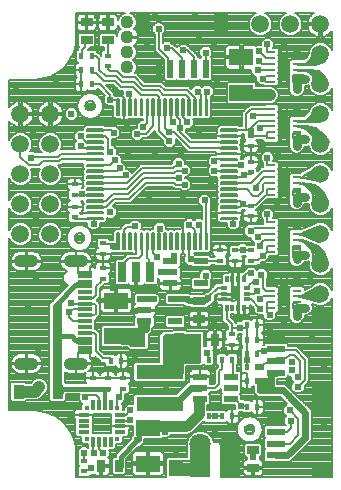
<source format=gtl>
G75*
G70*
%OFA0B0*%
%FSLAX24Y24*%
%IPPOS*%
%LPD*%
%AMOC8*
5,1,8,0,0,1.08239X$1,22.5*
%
%ADD10R,0.0157X0.0236*%
%ADD11R,0.0787X0.0551*%
%ADD12R,0.1575X0.0472*%
%ADD13R,0.0472X0.0217*%
%ADD14R,0.0276X0.0394*%
%ADD15C,0.0079*%
%ADD16C,0.0055*%
%ADD17R,0.0276X0.0669*%
%ADD18R,0.0236X0.0157*%
%ADD19R,0.0394X0.0276*%
%ADD20R,0.0472X0.0354*%
%ADD21R,0.0610X0.0236*%
%ADD22R,0.0709X0.0472*%
%ADD23C,0.0594*%
%ADD24C,0.0709*%
%ADD25R,0.0709X0.1102*%
%ADD26R,0.0157X0.0157*%
%ADD27R,0.0354X0.0118*%
%ADD28R,0.0118X0.0354*%
%ADD29R,0.0354X0.0472*%
%ADD30R,0.0315X0.0098*%
%ADD31R,0.0315X0.0787*%
%ADD32R,0.0098X0.0315*%
%ADD33C,0.0436*%
%ADD34R,0.0118X0.0236*%
%ADD35R,0.0236X0.0118*%
%ADD36R,0.0512X0.0118*%
%ADD37C,0.0397*%
%ADD38R,0.0236X0.0610*%
%ADD39R,0.0472X0.0709*%
%ADD40C,0.0238*%
%ADD41C,0.0098*%
%ADD42C,0.0197*%
%ADD43C,0.0217*%
%ADD44C,0.0236*%
%ADD45C,0.0394*%
%ADD46C,0.0157*%
%ADD47C,0.0315*%
%ADD48C,0.0118*%
%ADD49C,0.0472*%
%ADD50C,0.0354*%
D10*
X034890Y025185D03*
X035244Y025185D03*
X037803Y025224D03*
X038157Y025224D03*
X038591Y025224D03*
X038945Y025224D03*
X039417Y025421D03*
X039772Y025421D03*
X039772Y024988D03*
X039417Y024988D03*
X039417Y024516D03*
X039772Y024516D03*
X039772Y023650D03*
X039417Y023650D03*
X038945Y023335D03*
X038591Y023335D03*
X038157Y023335D03*
X037803Y023335D03*
X039417Y025894D03*
X039772Y025894D03*
X039772Y026366D03*
X039417Y026366D03*
X034260Y034398D03*
X033906Y034398D03*
X033906Y034870D03*
X034260Y034870D03*
X034260Y035343D03*
X033906Y035343D03*
D11*
X039240Y035303D03*
X039240Y034122D03*
X035067Y027193D03*
X035067Y026012D03*
X036130Y022941D03*
X036130Y021760D03*
D12*
X036524Y023748D03*
X036524Y024811D03*
D13*
X037862Y024654D03*
X037862Y024280D03*
X037862Y023906D03*
X038886Y023906D03*
X038886Y024280D03*
X038886Y024654D03*
X037035Y026504D03*
X036012Y026504D03*
X036012Y026878D03*
X036012Y027252D03*
X036878Y027764D03*
X036878Y028138D03*
X036878Y028512D03*
X037902Y028512D03*
X037902Y027764D03*
X037035Y027252D03*
D14*
X037764Y025894D03*
X038354Y025894D03*
X035165Y021681D03*
X034575Y021681D03*
D15*
X031506Y023531D02*
X031506Y029269D01*
X031542Y029181D01*
X031654Y029070D01*
X031799Y029009D01*
X031957Y029009D01*
X032102Y029070D01*
X032214Y029181D01*
X032274Y029327D01*
X032274Y029484D01*
X032214Y029630D01*
X032102Y029741D01*
X031957Y029802D01*
X031799Y029802D01*
X031654Y029741D01*
X031542Y029630D01*
X031506Y029542D01*
X031506Y030269D01*
X031542Y030181D01*
X031654Y030070D01*
X031799Y030009D01*
X031957Y030009D01*
X032102Y030070D01*
X032214Y030181D01*
X032274Y030327D01*
X032274Y030484D01*
X032214Y030630D01*
X032102Y030741D01*
X031957Y030802D01*
X031799Y030802D01*
X031654Y030741D01*
X031542Y030630D01*
X031506Y030542D01*
X031506Y031269D01*
X031542Y031181D01*
X031654Y031070D01*
X031799Y031009D01*
X031957Y031009D01*
X032102Y031070D01*
X032214Y031181D01*
X032274Y031327D01*
X032274Y031484D01*
X032234Y031582D01*
X032518Y031582D01*
X032478Y031484D01*
X032478Y031327D01*
X032538Y031181D01*
X032650Y031070D01*
X032795Y031009D01*
X032953Y031009D01*
X033098Y031070D01*
X033210Y031181D01*
X033270Y031327D01*
X033270Y031484D01*
X033210Y031630D01*
X033140Y031700D01*
X033235Y031700D01*
X033294Y031759D01*
X033977Y031759D01*
X033977Y031621D01*
X033996Y031602D01*
X033977Y031584D01*
X033977Y031424D01*
X033996Y031406D01*
X033977Y031387D01*
X033977Y031227D01*
X033996Y031209D01*
X033977Y031190D01*
X033977Y031030D01*
X033996Y031012D01*
X033977Y030994D01*
X033977Y030955D01*
X033941Y030955D01*
X033946Y030974D01*
X033946Y031071D01*
X033946Y031168D01*
X033937Y031203D01*
X033919Y031235D01*
X033893Y031261D01*
X033861Y031279D01*
X033825Y031289D01*
X033689Y031289D01*
X033689Y031071D01*
X033689Y031071D01*
X033689Y031289D01*
X033553Y031289D01*
X033517Y031279D01*
X033485Y031261D01*
X033459Y031235D01*
X033441Y031203D01*
X033431Y031168D01*
X033431Y031071D01*
X033689Y031071D01*
X033946Y031071D01*
X033689Y031071D01*
X033689Y031071D01*
X033689Y031071D01*
X033431Y031071D01*
X033431Y030974D01*
X033441Y030938D01*
X033459Y030907D01*
X033485Y030881D01*
X033505Y030869D01*
X033471Y030836D01*
X033471Y030597D01*
X033530Y030538D01*
X033543Y030538D01*
X033517Y030531D01*
X033485Y030513D01*
X033459Y030487D01*
X033441Y030455D01*
X033431Y030420D01*
X033431Y030323D01*
X033689Y030323D01*
X033946Y030323D01*
X033946Y030420D01*
X033937Y030455D01*
X033919Y030487D01*
X033893Y030513D01*
X033885Y030518D01*
X033977Y030518D01*
X033977Y030440D01*
X033996Y030421D01*
X033977Y030403D01*
X033977Y030263D01*
X033971Y030256D01*
X033949Y030218D01*
X033937Y030176D01*
X033937Y030126D01*
X033937Y030076D01*
X033940Y030068D01*
X033906Y030068D01*
X033906Y030088D01*
X033873Y030121D01*
X033893Y030133D01*
X033919Y030159D01*
X033937Y030190D01*
X033946Y030226D01*
X033946Y030323D01*
X033689Y030323D01*
X033689Y030323D01*
X033689Y030323D01*
X033431Y030323D01*
X033431Y030226D01*
X033441Y030190D01*
X033459Y030159D01*
X033485Y030133D01*
X033505Y030121D01*
X033471Y030088D01*
X033471Y029849D01*
X033530Y029790D01*
X034036Y029790D01*
X034052Y029775D01*
X034100Y029775D01*
X034100Y029661D01*
X034228Y029534D01*
X034409Y029534D01*
X034537Y029661D01*
X034537Y029775D01*
X034688Y029775D01*
X034763Y029849D01*
X034763Y029944D01*
X034780Y029927D01*
X034961Y029927D01*
X035089Y030055D01*
X035089Y030236D01*
X034965Y030359D01*
X035046Y030440D01*
X035557Y030440D01*
X035639Y030521D01*
X036109Y030991D01*
X036939Y030991D01*
X037017Y030912D01*
X037180Y030912D01*
X037260Y030833D01*
X037441Y030833D01*
X037569Y030961D01*
X037569Y031142D01*
X037441Y031270D01*
X037372Y031270D01*
X037372Y031305D01*
X037441Y031305D01*
X037569Y031433D01*
X037569Y031614D01*
X037441Y031742D01*
X037372Y031742D01*
X037372Y031850D01*
X037244Y031978D01*
X037063Y031978D01*
X036935Y031850D01*
X036935Y031777D01*
X036899Y031741D01*
X035876Y031741D01*
X035794Y031660D01*
X035596Y031461D01*
X035472Y031585D01*
X035403Y031585D01*
X035403Y031693D01*
X035276Y031821D01*
X035246Y031821D01*
X035246Y031968D01*
X035118Y032096D01*
X035089Y032096D01*
X035089Y032244D01*
X034961Y032372D01*
X034930Y032372D01*
X034930Y032565D01*
X035079Y032565D01*
X035207Y032693D01*
X035207Y032874D01*
X035079Y033002D01*
X034966Y033002D01*
X034947Y033021D01*
X034704Y033021D01*
X034688Y033036D01*
X034052Y033036D01*
X033977Y032962D01*
X033977Y032883D01*
X033976Y032884D01*
X033795Y032884D01*
X033667Y032756D01*
X033667Y032575D01*
X033734Y032508D01*
X033667Y032441D01*
X033667Y032260D01*
X033694Y032233D01*
X033232Y032233D01*
X033270Y032327D01*
X033270Y032484D01*
X033210Y032630D01*
X033098Y032741D01*
X032953Y032802D01*
X032795Y032802D01*
X032650Y032741D01*
X032538Y032630D01*
X032478Y032484D01*
X032478Y032327D01*
X032538Y032181D01*
X032584Y032135D01*
X032363Y032135D01*
X032323Y032175D01*
X032208Y032175D01*
X032214Y032181D01*
X032274Y032327D01*
X032274Y032484D01*
X032214Y032630D01*
X032102Y032741D01*
X031957Y032802D01*
X031799Y032802D01*
X031654Y032741D01*
X031542Y032630D01*
X031506Y032542D01*
X031506Y033176D01*
X031545Y033121D01*
X031594Y033073D01*
X031649Y033032D01*
X031711Y033001D01*
X031776Y032980D01*
X031839Y032970D01*
X031839Y033366D01*
X031917Y033366D01*
X031917Y032970D01*
X031980Y032980D01*
X032045Y033001D01*
X032107Y033032D01*
X032162Y033073D01*
X032211Y033121D01*
X032251Y033177D01*
X032282Y033238D01*
X032303Y033303D01*
X032313Y033366D01*
X031917Y033366D01*
X031917Y033445D01*
X031839Y033445D01*
X031839Y033841D01*
X031776Y033831D01*
X031711Y033810D01*
X031649Y033779D01*
X031594Y033738D01*
X031545Y033690D01*
X031506Y033635D01*
X031506Y034555D01*
X032350Y034555D01*
X032530Y034567D01*
X032707Y034602D01*
X032878Y034660D01*
X033039Y034740D01*
X033189Y034840D01*
X033325Y034959D01*
X033444Y035094D01*
X033544Y035244D01*
X033623Y035406D01*
X033681Y035576D01*
X033717Y035753D01*
X033728Y035933D01*
X033728Y036778D01*
X035354Y036778D01*
X035261Y036740D01*
X035172Y036650D01*
X035128Y036544D01*
X035128Y036621D01*
X035118Y036656D01*
X035100Y036688D01*
X035074Y036714D01*
X035042Y036732D01*
X035007Y036742D01*
X034821Y036742D01*
X034821Y036494D01*
X034762Y036494D01*
X034762Y036742D01*
X034576Y036742D01*
X034541Y036732D01*
X034509Y036714D01*
X034483Y036688D01*
X034465Y036656D01*
X034455Y036621D01*
X034455Y036494D01*
X034762Y036494D01*
X034762Y036435D01*
X034821Y036435D01*
X034821Y036187D01*
X035007Y036187D01*
X035042Y036197D01*
X035074Y036215D01*
X035100Y036241D01*
X035118Y036273D01*
X035128Y036308D01*
X035164Y036308D01*
X035172Y036291D02*
X035214Y036249D01*
X035213Y036248D01*
X035163Y036198D01*
X035124Y036140D01*
X035097Y036075D01*
X035088Y036026D01*
X035088Y036053D01*
X035029Y036111D01*
X034553Y036111D01*
X034495Y036053D01*
X034495Y035695D01*
X034553Y035637D01*
X034653Y035637D01*
X034653Y035540D01*
X034632Y035540D01*
X034574Y035482D01*
X034574Y035363D01*
X034554Y035383D01*
X034554Y035383D01*
X034536Y035400D01*
X034455Y035481D01*
X034438Y035481D01*
X034438Y035502D01*
X034380Y035560D01*
X034142Y035560D01*
X034182Y035600D01*
X034182Y035637D01*
X034321Y035637D01*
X034379Y035695D01*
X034379Y036053D01*
X034321Y036111D01*
X033845Y036111D01*
X033786Y036053D01*
X033786Y035695D01*
X033836Y035646D01*
X033786Y035597D01*
X033786Y035560D01*
X033727Y035502D01*
X033727Y035183D01*
X033786Y035125D01*
X033799Y035125D01*
X033773Y035118D01*
X033741Y035100D01*
X033715Y035074D01*
X033697Y035042D01*
X033687Y035007D01*
X033687Y034870D01*
X033687Y034734D01*
X033697Y034698D01*
X033715Y034666D01*
X033741Y034640D01*
X033753Y034634D01*
X033741Y034627D01*
X033715Y034601D01*
X033697Y034570D01*
X033687Y034534D01*
X033687Y034398D01*
X033905Y034398D01*
X033905Y034398D01*
X033906Y034398D02*
X033906Y034613D01*
X033906Y034870D01*
X033906Y034398D01*
X033906Y034398D01*
X033906Y034140D01*
X034003Y034140D01*
X034038Y034150D01*
X034070Y034168D01*
X034096Y034194D01*
X034107Y034213D01*
X034140Y034180D01*
X034380Y034180D01*
X034438Y034238D01*
X034438Y034259D01*
X034458Y034259D01*
X034696Y034021D01*
X034652Y033976D01*
X034652Y033795D01*
X034780Y033667D01*
X034961Y033667D01*
X034971Y033678D01*
X034971Y033319D01*
X035046Y033245D01*
X035186Y033245D01*
X035193Y033238D01*
X035231Y033216D01*
X035273Y033205D01*
X035323Y033205D01*
X035372Y033205D01*
X035415Y033216D01*
X035453Y033238D01*
X035460Y033245D01*
X035600Y033245D01*
X035618Y033263D01*
X035636Y033245D01*
X035797Y033245D01*
X035815Y033263D01*
X035833Y033245D01*
X035971Y033245D01*
X035971Y033199D01*
X035882Y033199D01*
X035754Y033071D01*
X035754Y032963D01*
X035685Y032963D01*
X035557Y032835D01*
X035557Y032654D01*
X035685Y032526D01*
X035866Y032526D01*
X035946Y032605D01*
X036109Y032605D01*
X036190Y032687D01*
X036365Y032861D01*
X036365Y032862D01*
X036365Y032785D01*
X036620Y032530D01*
X036620Y032417D01*
X036748Y032289D01*
X036929Y032289D01*
X037057Y032417D01*
X037057Y032566D01*
X037470Y032153D01*
X038404Y032153D01*
X038402Y032144D01*
X038402Y032094D01*
X038402Y032057D01*
X038244Y032057D01*
X038116Y031929D01*
X038116Y031748D01*
X038183Y031681D01*
X038116Y031614D01*
X038116Y031433D01*
X038244Y031305D01*
X038425Y031305D01*
X038442Y031322D01*
X038442Y031227D01*
X038460Y031209D01*
X038442Y031190D01*
X038442Y031030D01*
X038460Y031012D01*
X038442Y030994D01*
X038442Y030833D01*
X038460Y030815D01*
X038442Y030797D01*
X038442Y030636D01*
X038460Y030618D01*
X038442Y030600D01*
X038442Y030440D01*
X038460Y030421D01*
X038442Y030403D01*
X038442Y030263D01*
X038435Y030256D01*
X038413Y030218D01*
X038402Y030176D01*
X038402Y030126D01*
X038835Y030126D01*
X039267Y030126D01*
X039267Y030176D01*
X039260Y030203D01*
X039360Y030203D01*
X039351Y030198D01*
X039325Y030172D01*
X039307Y030140D01*
X039298Y030105D01*
X039298Y030008D01*
X039555Y030008D01*
X039555Y030008D01*
X039298Y030008D01*
X039298Y029911D01*
X039307Y029875D01*
X039325Y029844D01*
X039351Y029818D01*
X039383Y029799D01*
X039419Y029790D01*
X039555Y029790D01*
X039555Y030008D01*
X039813Y030008D01*
X039813Y030105D01*
X039803Y030140D01*
X039785Y030172D01*
X039759Y030198D01*
X039740Y030209D01*
X039773Y030242D01*
X039773Y030246D01*
X040095Y030568D01*
X040423Y030568D01*
X040481Y030626D01*
X040481Y030807D01*
X040473Y030815D01*
X040481Y030823D01*
X040481Y031004D01*
X040473Y031012D01*
X040481Y031020D01*
X040481Y031201D01*
X040473Y031209D01*
X040481Y031217D01*
X040481Y031397D01*
X040473Y031406D01*
X040481Y031414D01*
X040481Y031594D01*
X040473Y031602D01*
X040481Y031610D01*
X040481Y031791D01*
X040423Y031849D01*
X040308Y031849D01*
X040325Y031866D01*
X040325Y032047D01*
X040197Y032175D01*
X040016Y032175D01*
X039888Y032047D01*
X039888Y031866D01*
X039968Y031787D01*
X039968Y031643D01*
X039911Y031643D01*
X039830Y031561D01*
X039773Y031504D01*
X039773Y031584D01*
X039740Y031618D01*
X039759Y031629D01*
X039785Y031655D01*
X039803Y031686D01*
X039813Y031722D01*
X039813Y031819D01*
X039813Y031916D01*
X039803Y031951D01*
X039785Y031983D01*
X039888Y031983D01*
X039888Y031906D02*
X039813Y031906D01*
X039813Y031828D02*
X039926Y031828D01*
X039968Y031751D02*
X039813Y031751D01*
X039813Y031819D02*
X039555Y031819D01*
X039555Y032037D01*
X039419Y032037D01*
X039383Y032028D01*
X039351Y032009D01*
X039325Y031983D01*
X039245Y031983D01*
X039234Y031964D02*
X039256Y032002D01*
X039267Y032045D01*
X039267Y032094D01*
X038835Y032094D01*
X038835Y032094D01*
X039267Y032094D01*
X039267Y032144D01*
X039256Y032186D01*
X039234Y032225D01*
X039227Y032231D01*
X039227Y032371D01*
X039209Y032390D01*
X039227Y032408D01*
X039227Y032548D01*
X039234Y032555D01*
X039256Y032593D01*
X039267Y032636D01*
X039267Y032685D01*
X038835Y032685D01*
X038835Y032685D01*
X039267Y032685D01*
X039267Y032735D01*
X039265Y032743D01*
X039338Y032743D01*
X039338Y032565D01*
X039371Y032532D01*
X039351Y032521D01*
X039325Y032495D01*
X039307Y032463D01*
X039298Y032428D01*
X039298Y032331D01*
X039555Y032331D01*
X039555Y032331D01*
X039813Y032331D01*
X039813Y032428D01*
X039803Y032463D01*
X039785Y032495D01*
X039759Y032521D01*
X039740Y032532D01*
X039754Y032546D01*
X039968Y032546D01*
X039968Y032516D01*
X040026Y032458D01*
X040423Y032458D01*
X040481Y032516D01*
X040481Y032697D01*
X040473Y032705D01*
X040481Y032713D01*
X040481Y032894D01*
X040473Y032902D01*
X040481Y032910D01*
X040834Y032910D01*
X040842Y032902D01*
X040834Y032894D01*
X040834Y032299D01*
X040873Y032205D01*
X040945Y032133D01*
X041039Y032094D01*
X041142Y032094D01*
X041236Y032133D01*
X041308Y032205D01*
X041347Y032299D01*
X041347Y032330D01*
X041417Y032330D01*
X041482Y032356D01*
X041482Y032327D01*
X041506Y032269D01*
X041519Y032236D01*
X041520Y032218D01*
X041531Y032208D01*
X041542Y032181D01*
X041654Y032070D01*
X041799Y032009D01*
X041957Y032009D01*
X042102Y032070D01*
X042214Y032181D01*
X042250Y032269D01*
X042250Y031542D01*
X042214Y031630D01*
X042102Y031741D01*
X041957Y031802D01*
X041799Y031802D01*
X041748Y031780D01*
X041742Y031780D01*
X041737Y031776D01*
X041654Y031741D01*
X041600Y031687D01*
X041223Y031472D01*
X041216Y031474D01*
X041190Y031456D01*
X040892Y031456D01*
X040834Y031397D01*
X040834Y031217D01*
X040842Y031209D01*
X040834Y031201D01*
X040834Y031020D01*
X040842Y031012D01*
X040834Y031004D01*
X040834Y030410D01*
X040873Y030315D01*
X040945Y030243D01*
X041039Y030204D01*
X041142Y030204D01*
X041236Y030243D01*
X041308Y030315D01*
X041344Y030401D01*
X041417Y030401D01*
X041482Y030427D01*
X041482Y030327D01*
X041542Y030181D01*
X041654Y030070D01*
X041799Y030009D01*
X041957Y030009D01*
X042102Y030070D01*
X042214Y030181D01*
X042250Y030269D01*
X042250Y029542D01*
X042214Y029630D01*
X042102Y029741D01*
X041957Y029802D01*
X041799Y029802D01*
X041722Y029770D01*
X041691Y029767D01*
X041678Y029751D01*
X041660Y029744D01*
X041248Y029586D01*
X041244Y029587D01*
X041196Y029566D01*
X040892Y029566D01*
X040834Y029508D01*
X040834Y029327D01*
X040842Y029319D01*
X040834Y029311D01*
X040834Y029130D01*
X040842Y029122D01*
X040834Y029114D01*
X040834Y028520D01*
X040873Y028425D01*
X040945Y028353D01*
X041039Y028314D01*
X041142Y028314D01*
X041236Y028353D01*
X041308Y028425D01*
X041327Y028471D01*
X041417Y028471D01*
X041489Y028501D01*
X041482Y028484D01*
X041482Y028327D01*
X041542Y028181D01*
X041654Y028070D01*
X041799Y028009D01*
X041957Y028009D01*
X042102Y028070D01*
X042214Y028181D01*
X042250Y028269D01*
X042250Y027542D01*
X042214Y027630D01*
X042102Y027741D01*
X041957Y027802D01*
X041914Y027802D01*
X041906Y027802D01*
X041867Y027815D01*
X041850Y027807D01*
X041831Y027808D01*
X041824Y027802D01*
X041799Y027802D01*
X041654Y027741D01*
X041587Y027675D01*
X041347Y027555D01*
X041347Y027618D01*
X041289Y027676D01*
X040892Y027676D01*
X040834Y027618D01*
X040834Y027437D01*
X040842Y027429D01*
X040834Y027421D01*
X040834Y027240D01*
X040842Y027232D01*
X040834Y027224D01*
X040834Y026630D01*
X040873Y026536D01*
X040945Y026463D01*
X041039Y026424D01*
X041142Y026424D01*
X041236Y026463D01*
X041308Y026536D01*
X041347Y026630D01*
X041347Y026700D01*
X041417Y026700D01*
X041512Y026739D01*
X041584Y026811D01*
X041623Y026906D01*
X041623Y027008D01*
X041598Y027068D01*
X041737Y027035D01*
X041769Y027022D01*
X041771Y027020D01*
X041775Y027019D01*
X041799Y027009D01*
X041846Y027009D01*
X041863Y027005D01*
X041869Y027009D01*
X041957Y027009D01*
X042102Y027070D01*
X042214Y027181D01*
X042250Y027269D01*
X042250Y021309D01*
X038571Y021309D01*
X038571Y022469D01*
X038332Y022469D01*
X038332Y022496D01*
X038263Y022663D01*
X038135Y022790D01*
X037968Y022859D01*
X037788Y022859D01*
X037621Y022790D01*
X037493Y022663D01*
X037424Y022496D01*
X037424Y021977D01*
X036797Y021977D01*
X036739Y021919D01*
X036739Y021309D01*
X036739Y021309D01*
X033728Y021309D01*
X033728Y022154D01*
X033717Y022333D01*
X033681Y022510D01*
X033623Y022681D01*
X033544Y022843D01*
X033444Y022992D01*
X033325Y023128D01*
X033189Y023247D01*
X033039Y023347D01*
X032878Y023427D01*
X032707Y023485D01*
X032530Y023520D01*
X032350Y023531D01*
X031506Y023531D01*
X031506Y023564D02*
X033721Y023564D01*
X033722Y023564D02*
X033696Y023538D01*
X033677Y023507D01*
X033668Y023471D01*
X033668Y023394D01*
X033984Y023394D01*
X033984Y023394D01*
X033668Y023394D01*
X033668Y023316D01*
X033677Y023281D01*
X033696Y023249D01*
X033708Y023237D01*
X033708Y022703D01*
X033766Y022645D01*
X033905Y022645D01*
X033905Y022467D01*
X033963Y022409D01*
X034141Y022409D01*
X034141Y022286D01*
X034094Y022333D01*
X033913Y022333D01*
X033786Y022205D01*
X033786Y022024D01*
X033809Y022000D01*
X033786Y021978D01*
X033786Y021738D01*
X033844Y021681D01*
X033786Y021624D01*
X033786Y021384D01*
X033845Y021326D01*
X034163Y021326D01*
X034221Y021384D01*
X034331Y021384D01*
X034335Y021389D01*
X034351Y021373D01*
X034383Y021354D01*
X034419Y021345D01*
X034545Y021345D01*
X034545Y021652D01*
X034604Y021652D01*
X034604Y021711D01*
X034852Y021711D01*
X034852Y021896D01*
X034842Y021932D01*
X034824Y021964D01*
X034808Y021980D01*
X034852Y022024D01*
X034852Y022205D01*
X034845Y022212D01*
X034990Y022212D01*
X035048Y022270D01*
X035048Y022409D01*
X035226Y022409D01*
X035284Y022467D01*
X035284Y022645D01*
X035423Y022645D01*
X035481Y022703D01*
X035481Y022843D01*
X035493Y022855D01*
X035512Y022887D01*
X035521Y022923D01*
X035521Y022998D01*
X035630Y022998D01*
X035637Y023005D01*
X035637Y022717D01*
X035557Y022638D01*
X035557Y022581D01*
X035046Y022070D01*
X035046Y021977D01*
X034986Y021977D01*
X034928Y021919D01*
X034928Y021443D01*
X034986Y021385D01*
X035344Y021385D01*
X035403Y021443D01*
X035403Y021922D01*
X035809Y022329D01*
X035866Y022329D01*
X035994Y022457D01*
X035994Y022566D01*
X036565Y022566D01*
X036603Y022604D01*
X036772Y022604D01*
X036891Y022723D01*
X037464Y022723D01*
X037566Y022766D01*
X037625Y022825D01*
X037918Y023117D01*
X037923Y023117D01*
X037980Y023174D01*
X038038Y023117D01*
X038277Y023117D01*
X038280Y023120D01*
X038284Y023116D01*
X038464Y023116D01*
X038468Y023120D01*
X038471Y023117D01*
X038710Y023117D01*
X038744Y023150D01*
X038755Y023131D01*
X038781Y023105D01*
X038812Y023087D01*
X038848Y023077D01*
X038945Y023077D01*
X039042Y023077D01*
X039077Y023087D01*
X039109Y023105D01*
X039135Y023131D01*
X039153Y023163D01*
X039163Y023198D01*
X039163Y023335D01*
X039163Y023471D01*
X039259Y023471D01*
X039297Y023432D01*
X039537Y023432D01*
X039570Y023465D01*
X039581Y023446D01*
X039607Y023420D01*
X039639Y023402D01*
X039675Y023392D01*
X039772Y023392D01*
X039869Y023392D01*
X039904Y023402D01*
X039936Y023420D01*
X039962Y023446D01*
X039980Y023478D01*
X039990Y023513D01*
X039990Y023650D01*
X039990Y023786D01*
X039980Y023822D01*
X039962Y023853D01*
X039936Y023879D01*
X039904Y023898D01*
X039869Y023907D01*
X039772Y023907D01*
X039772Y023650D01*
X039772Y023650D01*
X039990Y023650D01*
X039772Y023650D01*
X039772Y023650D01*
X039772Y023907D01*
X039675Y023907D01*
X039639Y023898D01*
X039607Y023879D01*
X039581Y023853D01*
X039570Y023834D01*
X039537Y023867D01*
X039371Y023867D01*
X039331Y023907D01*
X039221Y023907D01*
X039221Y024055D01*
X039184Y024093D01*
X039221Y024130D01*
X039221Y024322D01*
X039227Y024312D01*
X039253Y024286D01*
X039285Y024268D01*
X039320Y024258D01*
X039417Y024258D01*
X039417Y024516D01*
X039417Y024516D01*
X039221Y024516D01*
X039221Y024516D01*
X039417Y024516D01*
X039417Y024771D01*
X039417Y024771D01*
X039417Y024516D01*
X039417Y024516D01*
X039417Y024768D01*
X039224Y024768D01*
X039224Y024752D02*
X039224Y024516D01*
X039417Y024516D01*
X039417Y024516D01*
X039417Y024258D01*
X039514Y024258D01*
X039550Y024268D01*
X039582Y024286D01*
X039608Y024312D01*
X039619Y024331D01*
X039652Y024298D01*
X039653Y024298D01*
X039653Y024292D01*
X039652Y024291D01*
X039652Y024110D01*
X039780Y023982D01*
X039961Y023982D01*
X039961Y023983D01*
X040528Y023983D01*
X040597Y023915D01*
X040597Y023913D01*
X040724Y023786D01*
X040726Y023786D01*
X040763Y023749D01*
X040636Y023622D01*
X040636Y023441D01*
X040742Y023335D01*
X040675Y023268D01*
X040675Y023087D01*
X040722Y023040D01*
X040045Y023040D01*
X039987Y022982D01*
X039987Y022664D01*
X040025Y022626D01*
X039987Y022588D01*
X039987Y022270D01*
X040025Y022232D01*
X039987Y022195D01*
X039987Y021876D01*
X040045Y021818D01*
X040866Y021818D01*
X041456Y022409D01*
X041584Y022536D01*
X041584Y023543D01*
X041033Y024093D01*
X041033Y024094D01*
X040905Y024222D01*
X040904Y024222D01*
X040836Y024291D01*
X040708Y024418D01*
X040442Y024418D01*
X040442Y024574D01*
X040738Y024574D01*
X040796Y024632D01*
X040796Y024698D01*
X040843Y024652D01*
X040911Y024652D01*
X040911Y024543D01*
X040979Y024476D01*
X040911Y024409D01*
X040911Y024228D01*
X041039Y024100D01*
X041220Y024100D01*
X041348Y024228D01*
X041348Y024341D01*
X041424Y024416D01*
X041505Y024498D01*
X041505Y025282D01*
X041190Y025597D01*
X041109Y025678D01*
X040796Y025678D01*
X040796Y025738D01*
X040738Y025796D01*
X040045Y025796D01*
X039987Y025738D01*
X039987Y025718D01*
X039978Y025718D01*
X039980Y025722D01*
X039990Y025757D01*
X039990Y025894D01*
X039990Y026030D01*
X039980Y026066D01*
X039962Y026097D01*
X039936Y026123D01*
X039925Y026130D01*
X039936Y026137D01*
X039962Y026162D01*
X039980Y026194D01*
X039990Y026230D01*
X039990Y026366D01*
X039772Y026366D01*
X039772Y026366D01*
X039990Y026366D01*
X039990Y026503D01*
X039980Y026538D01*
X039962Y026570D01*
X039936Y026596D01*
X039904Y026614D01*
X039869Y026624D01*
X039772Y026624D01*
X039772Y026366D01*
X039772Y026109D01*
X039772Y025894D01*
X039990Y025894D01*
X039772Y025894D01*
X039772Y025894D01*
X039772Y025894D01*
X039772Y026366D01*
X039772Y026366D01*
X039772Y026366D01*
X039772Y026624D01*
X039675Y026624D01*
X039639Y026614D01*
X039607Y026596D01*
X039581Y026570D01*
X039570Y026551D01*
X039537Y026584D01*
X039297Y026584D01*
X039239Y026525D01*
X039239Y026506D01*
X039110Y026506D01*
X039064Y026459D01*
X039064Y026463D01*
X038983Y026544D01*
X038887Y026640D01*
X038887Y026739D01*
X038985Y026739D01*
X038997Y026727D01*
X039029Y026709D01*
X039064Y026699D01*
X039142Y026699D01*
X039219Y026699D01*
X039240Y026705D01*
X039261Y026699D01*
X039339Y026699D01*
X039416Y026699D01*
X039451Y026709D01*
X039483Y026727D01*
X039509Y026753D01*
X039528Y026785D01*
X039537Y026820D01*
X039537Y026957D01*
X039537Y027054D01*
X039652Y026940D01*
X039652Y026827D01*
X039780Y026699D01*
X039961Y026699D01*
X039967Y026705D01*
X039967Y026630D01*
X040095Y026502D01*
X040276Y026502D01*
X040403Y026630D01*
X040403Y026788D01*
X040423Y026788D01*
X040481Y026847D01*
X040481Y027027D01*
X040473Y027035D01*
X040481Y027043D01*
X040481Y027224D01*
X040473Y027232D01*
X040481Y027240D01*
X040481Y027421D01*
X040473Y027429D01*
X040481Y027437D01*
X040481Y027618D01*
X040423Y027676D01*
X040095Y027676D01*
X040088Y027683D01*
X040088Y027928D01*
X040128Y027969D01*
X040128Y028150D01*
X040000Y028277D01*
X039819Y028277D01*
X039752Y028210D01*
X039646Y028317D01*
X039465Y028317D01*
X039385Y028237D01*
X039380Y028237D01*
X039298Y028156D01*
X039281Y028139D01*
X039278Y028136D01*
X039255Y028150D01*
X039219Y028159D01*
X039142Y028159D01*
X039142Y028044D01*
X039142Y028159D01*
X039064Y028159D01*
X039043Y028153D01*
X039022Y028159D01*
X038945Y028159D01*
X038945Y028044D01*
X038945Y028044D01*
X038945Y028159D01*
X038867Y028159D01*
X038832Y028150D01*
X038800Y028131D01*
X038788Y028119D01*
X038648Y028119D01*
X038590Y028061D01*
X038590Y027784D01*
X038510Y027784D01*
X038490Y027765D01*
X038395Y027765D01*
X038121Y027490D01*
X038047Y027490D01*
X037968Y027410D01*
X037585Y027410D01*
X037572Y027398D01*
X037520Y027451D01*
X037339Y027451D01*
X037338Y027450D01*
X037323Y027450D01*
X037313Y027460D01*
X036758Y027460D01*
X036700Y027401D01*
X036700Y027103D01*
X036758Y027044D01*
X037308Y027044D01*
X037339Y027014D01*
X037368Y027014D01*
X037406Y026975D01*
X037545Y026975D01*
X037585Y026936D01*
X038061Y026936D01*
X038100Y026975D01*
X038121Y026975D01*
X038199Y027053D01*
X038228Y027053D01*
X038356Y027181D01*
X038356Y027333D01*
X038412Y027389D01*
X038412Y027352D01*
X038417Y027331D01*
X038412Y027310D01*
X038412Y027232D01*
X038412Y027155D01*
X038421Y027119D01*
X038440Y027088D01*
X038466Y027062D01*
X038497Y027043D01*
X038533Y027034D01*
X038590Y027034D01*
X038590Y026797D01*
X038609Y026778D01*
X038609Y026525D01*
X038786Y026348D01*
X038786Y026249D01*
X038766Y026249D01*
X038708Y026191D01*
X038708Y025951D01*
X038741Y025918D01*
X038722Y025907D01*
X038696Y025881D01*
X038384Y025881D01*
X038384Y025864D02*
X038384Y025923D01*
X038631Y025923D01*
X038631Y026109D01*
X038622Y026144D01*
X038604Y026176D01*
X038578Y026202D01*
X038546Y026220D01*
X038510Y026230D01*
X038384Y026230D01*
X038384Y025923D01*
X038325Y025923D01*
X038325Y025864D01*
X038384Y025864D01*
X038631Y025864D01*
X038631Y025679D01*
X038622Y025643D01*
X038604Y025611D01*
X038578Y025585D01*
X038546Y025567D01*
X038510Y025557D01*
X038384Y025557D01*
X038384Y025864D01*
X038325Y025864D02*
X038325Y025557D01*
X038310Y025557D01*
X038317Y025551D01*
X038317Y025402D01*
X038336Y025384D01*
X038336Y025065D01*
X038277Y025007D01*
X038038Y025007D01*
X037980Y025064D01*
X037923Y025007D01*
X037410Y025007D01*
X037410Y024534D01*
X037352Y024475D01*
X035695Y024475D01*
X035637Y024534D01*
X035637Y025088D01*
X035695Y025147D01*
X036503Y025147D01*
X036503Y026063D01*
X036630Y026190D01*
X036270Y026190D01*
X036270Y026158D02*
X036270Y026296D01*
X036289Y026296D01*
X036347Y026355D01*
X036347Y026653D01*
X036700Y026653D01*
X036700Y026355D01*
X036758Y026296D01*
X037313Y026296D01*
X037371Y026355D01*
X037371Y026653D01*
X037487Y026653D01*
X037487Y026612D02*
X037793Y026612D01*
X037793Y026553D01*
X037487Y026553D01*
X037487Y026427D01*
X037496Y026391D01*
X037514Y026359D01*
X037540Y026333D01*
X037572Y026315D01*
X037608Y026306D01*
X037793Y026306D01*
X037793Y026553D01*
X037852Y026553D01*
X037852Y026306D01*
X038038Y026306D01*
X038073Y026315D01*
X038105Y026333D01*
X038131Y026359D01*
X038150Y026391D01*
X038159Y026427D01*
X038159Y026553D01*
X037852Y026553D01*
X037852Y026612D01*
X037793Y026612D01*
X037793Y026860D01*
X037608Y026860D01*
X037572Y026850D01*
X037540Y026832D01*
X037514Y026806D01*
X037496Y026774D01*
X037487Y026739D01*
X037487Y026612D01*
X037487Y026499D02*
X037371Y026499D01*
X037371Y026576D02*
X037793Y026576D01*
X037852Y026576D02*
X038609Y026576D01*
X038609Y026653D02*
X038159Y026653D01*
X038159Y026612D02*
X038159Y026739D01*
X038150Y026774D01*
X038131Y026806D01*
X038105Y026832D01*
X038073Y026850D01*
X038038Y026860D01*
X037852Y026860D01*
X037852Y026612D01*
X038159Y026612D01*
X038159Y026499D02*
X038636Y026499D01*
X038713Y026422D02*
X038158Y026422D01*
X038116Y026344D02*
X038786Y026344D01*
X038786Y026267D02*
X036270Y026267D01*
X036337Y026344D02*
X036710Y026344D01*
X036700Y026422D02*
X036347Y026422D01*
X036347Y026499D02*
X036700Y026499D01*
X036700Y026576D02*
X036347Y026576D01*
X036347Y026653D02*
X036338Y026663D01*
X036360Y026684D01*
X036378Y026716D01*
X036387Y026751D01*
X036387Y026863D01*
X036027Y026863D01*
X036027Y026893D01*
X036387Y026893D01*
X036387Y027005D01*
X036385Y027014D01*
X036417Y027014D01*
X036545Y027142D01*
X036545Y027323D01*
X036417Y027451D01*
X036298Y027451D01*
X036289Y027460D01*
X035734Y027460D01*
X035676Y027401D01*
X035676Y027103D01*
X035686Y027093D01*
X035664Y027072D01*
X035646Y027040D01*
X035636Y027005D01*
X035636Y026893D01*
X035997Y026893D01*
X035997Y026863D01*
X035636Y026863D01*
X035636Y026751D01*
X035646Y026716D01*
X035664Y026684D01*
X035686Y026663D01*
X035676Y026653D01*
X034487Y026653D01*
X034477Y026643D02*
X034536Y026702D01*
X034536Y026890D01*
X034543Y026864D01*
X034562Y026832D01*
X034588Y026806D01*
X034619Y026787D01*
X034655Y026778D01*
X035028Y026778D01*
X035028Y027154D01*
X035106Y027154D01*
X035106Y027232D01*
X035028Y027232D01*
X035028Y027608D01*
X034655Y027608D01*
X034619Y027598D01*
X034588Y027580D01*
X034536Y027580D01*
X034539Y027587D02*
X034539Y026799D01*
X034536Y026808D02*
X034586Y026808D01*
X034538Y026885D02*
X034536Y026885D01*
X034536Y026731D02*
X035642Y026731D01*
X035636Y026808D02*
X035548Y026808D01*
X035546Y026806D02*
X035572Y026832D01*
X035591Y026864D01*
X035600Y026899D01*
X035600Y027154D01*
X035106Y027154D01*
X035106Y026778D01*
X035479Y026778D01*
X035514Y026787D01*
X035546Y026806D01*
X035596Y026885D02*
X035997Y026885D01*
X036012Y026878D02*
X035776Y026917D01*
X035697Y026839D01*
X035636Y026962D02*
X035600Y026962D01*
X035600Y027040D02*
X035646Y027040D01*
X035676Y027117D02*
X035600Y027117D01*
X035676Y027194D02*
X035106Y027194D01*
X035106Y027232D02*
X035600Y027232D01*
X035600Y027487D01*
X035591Y027522D01*
X035572Y027554D01*
X035546Y027580D01*
X035514Y027598D01*
X035479Y027608D01*
X035106Y027608D01*
X035106Y027232D01*
X035106Y027271D02*
X035028Y027271D01*
X035028Y027232D02*
X035028Y027154D01*
X034534Y027154D01*
X034534Y027095D01*
X034455Y027174D01*
X034417Y027213D01*
X034455Y027251D01*
X034534Y027330D01*
X034534Y027232D01*
X035028Y027232D01*
X035028Y027194D02*
X034435Y027194D01*
X034475Y027271D02*
X034534Y027271D01*
X034534Y027117D02*
X034512Y027117D01*
X034398Y027035D02*
X034398Y026760D01*
X034339Y026701D01*
X034024Y026701D01*
X034024Y026898D02*
X033630Y026898D01*
X033531Y026799D01*
X033492Y026799D01*
X033492Y026642D01*
X033630Y026504D01*
X034024Y026504D01*
X034379Y026499D02*
X035676Y026499D01*
X035676Y026576D02*
X034410Y026576D01*
X034396Y026562D02*
X034477Y026643D01*
X034396Y026562D02*
X034379Y026562D01*
X034379Y026249D01*
X034396Y026249D01*
X034455Y026190D01*
X034536Y026109D01*
X034536Y025557D01*
X034691Y025403D01*
X035010Y025403D01*
X035043Y025369D01*
X035054Y025389D01*
X035080Y025415D01*
X035112Y025433D01*
X035147Y025443D01*
X035244Y025443D01*
X035244Y025185D01*
X035244Y025185D01*
X035244Y024928D01*
X035147Y024928D01*
X035112Y024937D01*
X035080Y024955D01*
X035054Y024981D01*
X035043Y025001D01*
X035010Y024968D01*
X034770Y024968D01*
X034712Y025026D01*
X034712Y025125D01*
X034576Y025125D01*
X034495Y025206D01*
X034378Y025323D01*
X034365Y025310D01*
X034333Y025291D01*
X034298Y025282D01*
X034209Y025282D01*
X034226Y025256D01*
X034252Y025195D01*
X034265Y025130D01*
X034265Y025106D01*
X033738Y025106D01*
X033738Y025087D01*
X034265Y025087D01*
X034265Y025063D01*
X034252Y024998D01*
X034226Y024936D01*
X034189Y024881D01*
X034142Y024834D01*
X034137Y024831D01*
X034143Y024832D01*
X034280Y024832D01*
X034280Y024614D01*
X034280Y024614D01*
X034537Y024614D01*
X034791Y024614D01*
X034791Y024614D01*
X034280Y024614D01*
X034280Y024614D01*
X034022Y024614D01*
X034022Y024517D01*
X034032Y024482D01*
X034050Y024450D01*
X034062Y024438D01*
X033395Y024438D01*
X033395Y024439D01*
X033355Y024478D01*
X033355Y024807D01*
X033370Y024797D01*
X033431Y024772D01*
X033497Y024759D01*
X033719Y024759D01*
X033719Y025087D01*
X033738Y025087D01*
X033738Y024759D01*
X033960Y024759D01*
X034025Y024772D01*
X034056Y024784D01*
X034050Y024778D01*
X034032Y024747D01*
X034022Y024711D01*
X034022Y024614D01*
X034280Y024614D01*
X034280Y024614D01*
X034280Y024832D01*
X034416Y024832D01*
X034451Y024823D01*
X034483Y024804D01*
X034509Y024778D01*
X034528Y024747D01*
X034535Y024717D01*
X034543Y024747D01*
X034562Y024778D01*
X034588Y024804D01*
X034619Y024823D01*
X034655Y024832D01*
X034791Y024832D01*
X034791Y024614D01*
X034791Y024614D01*
X034791Y024614D01*
X035303Y024614D01*
X035303Y024614D01*
X035046Y024614D01*
X034791Y024614D01*
X034791Y024832D01*
X034928Y024832D01*
X034963Y024823D01*
X034995Y024804D01*
X035021Y024778D01*
X035039Y024747D01*
X035047Y024717D01*
X035055Y024747D01*
X035074Y024778D01*
X035099Y024804D01*
X035131Y024823D01*
X035167Y024832D01*
X035303Y024832D01*
X035303Y024614D01*
X035303Y024614D01*
X035561Y024614D01*
X035561Y024517D01*
X035551Y024482D01*
X035533Y024450D01*
X035507Y024424D01*
X035488Y024413D01*
X035521Y024380D01*
X035521Y024140D01*
X035462Y024082D01*
X035363Y024082D01*
X035363Y024056D01*
X035364Y024055D01*
X035364Y023874D01*
X035252Y023762D01*
X035284Y023730D01*
X035284Y023552D01*
X035321Y023552D01*
X035321Y023622D01*
X035449Y023750D01*
X035630Y023750D01*
X035637Y023743D01*
X035637Y024025D01*
X035695Y024084D01*
X037058Y024084D01*
X037461Y024487D01*
X037499Y024487D01*
X037496Y024491D01*
X037487Y024527D01*
X037487Y024639D01*
X037847Y024639D01*
X037847Y024668D01*
X037487Y024668D01*
X037487Y024780D01*
X037496Y024816D01*
X037514Y024847D01*
X037540Y024873D01*
X037572Y024892D01*
X037608Y024901D01*
X037847Y024901D01*
X037847Y024668D01*
X037877Y024668D01*
X038238Y024668D01*
X038238Y024780D01*
X038228Y024816D01*
X038210Y024847D01*
X038184Y024873D01*
X038152Y024892D01*
X038117Y024901D01*
X037877Y024901D01*
X037877Y024668D01*
X037877Y024639D01*
X038238Y024639D01*
X038238Y024527D01*
X038228Y024491D01*
X038353Y024491D01*
X038353Y024455D02*
X038353Y024888D01*
X038435Y024969D01*
X038435Y024969D01*
X038452Y024987D01*
X038452Y025026D01*
X038412Y025065D01*
X038412Y025384D01*
X038471Y025442D01*
X038710Y025442D01*
X038768Y025385D01*
X038825Y025442D01*
X039065Y025442D01*
X039123Y025384D01*
X039123Y025065D01*
X039103Y025045D01*
X039103Y024861D01*
X039163Y024861D01*
X039221Y024803D01*
X039221Y024710D01*
X039227Y024719D01*
X039253Y024745D01*
X039285Y024764D01*
X039311Y024771D01*
X039297Y024771D01*
X039239Y024829D01*
X039239Y025094D01*
X039219Y025114D01*
X039219Y025295D01*
X039239Y025316D01*
X039239Y025581D01*
X039279Y025620D01*
X039279Y025695D01*
X039239Y025734D01*
X039239Y026053D01*
X039255Y026069D01*
X039143Y026069D01*
X039143Y025951D01*
X039110Y025918D01*
X039129Y025907D01*
X039155Y025881D01*
X039173Y025849D01*
X039183Y025814D01*
X039183Y025717D01*
X038925Y025717D01*
X038925Y025717D01*
X038668Y025717D01*
X038668Y025814D01*
X038677Y025849D01*
X038696Y025881D01*
X038708Y025958D02*
X038631Y025958D01*
X038631Y026035D02*
X038708Y026035D01*
X038708Y026113D02*
X038630Y026113D01*
X038590Y026190D02*
X038708Y026190D01*
X038925Y026287D02*
X038925Y026071D01*
X038925Y026287D02*
X039201Y026287D01*
X039417Y026287D01*
X039417Y026366D01*
X039417Y025894D01*
X039417Y025421D01*
X039417Y025205D01*
X039437Y025205D01*
X039417Y025205D02*
X039417Y024988D01*
X039239Y024954D02*
X039103Y024954D01*
X039103Y024877D02*
X039239Y024877D01*
X039221Y024800D02*
X039269Y024800D01*
X039230Y024722D02*
X039221Y024722D01*
X039417Y024722D02*
X039417Y024722D01*
X039417Y024645D02*
X039417Y024645D01*
X039417Y024568D02*
X039417Y024568D01*
X039417Y024491D02*
X039417Y024491D01*
X039417Y024413D02*
X039417Y024413D01*
X039417Y024336D02*
X039417Y024336D01*
X039417Y024259D02*
X039417Y024259D01*
X039318Y024259D02*
X039221Y024259D01*
X039224Y024280D02*
X039224Y024516D01*
X038965Y024654D02*
X038886Y024654D01*
X038965Y024654D02*
X038965Y025224D01*
X038945Y025224D01*
X039123Y025186D02*
X039219Y025186D01*
X039219Y025263D02*
X039123Y025263D01*
X039123Y025340D02*
X039239Y025340D01*
X039239Y025418D02*
X039089Y025418D01*
X039062Y025498D02*
X039097Y025508D01*
X039129Y025526D01*
X039155Y025552D01*
X039173Y025584D01*
X039183Y025619D01*
X039183Y025717D01*
X038925Y025717D01*
X038925Y025717D01*
X038668Y025717D01*
X038668Y025619D01*
X038677Y025584D01*
X038696Y025552D01*
X038722Y025526D01*
X038753Y025508D01*
X038789Y025498D01*
X038925Y025498D01*
X038925Y025717D01*
X038925Y025717D01*
X038925Y025498D01*
X039062Y025498D01*
X039166Y025572D02*
X039239Y025572D01*
X039239Y025495D02*
X038317Y025495D01*
X038325Y025572D02*
X038384Y025572D01*
X038384Y025649D02*
X038325Y025649D01*
X038325Y025726D02*
X038384Y025726D01*
X038384Y025804D02*
X038325Y025804D01*
X038325Y025864D02*
X038077Y025864D01*
X038077Y025679D01*
X038008Y025679D01*
X038001Y025672D01*
X038001Y026132D01*
X037943Y026190D01*
X038119Y026190D01*
X038131Y026202D02*
X038105Y026176D01*
X038087Y026144D01*
X038077Y026109D01*
X038077Y025923D01*
X038325Y025923D01*
X038325Y026230D01*
X038198Y026230D01*
X038163Y026220D01*
X038131Y026202D01*
X038078Y026113D02*
X038001Y026113D01*
X038001Y026035D02*
X038077Y026035D01*
X038077Y025958D02*
X038001Y025958D01*
X038001Y025881D02*
X038325Y025881D01*
X038325Y025958D02*
X038384Y025958D01*
X038384Y026035D02*
X038325Y026035D01*
X038325Y026113D02*
X038384Y026113D01*
X038384Y026190D02*
X038325Y026190D01*
X037943Y026190D02*
X037431Y026190D01*
X037392Y026229D01*
X036955Y026229D01*
X036916Y026190D01*
X036630Y026190D01*
X036553Y026113D02*
X036225Y026113D01*
X036270Y026158D02*
X036151Y026039D01*
X036151Y025616D01*
X036092Y025558D01*
X035521Y025558D01*
X035443Y025637D01*
X035301Y025637D01*
X035261Y025627D01*
X035245Y025637D01*
X034632Y025637D01*
X034574Y025695D01*
X034574Y026329D01*
X034632Y026387D01*
X035676Y026387D01*
X035676Y026653D01*
X035815Y026563D02*
X035815Y025776D01*
X035815Y025697D01*
X036012Y025697D01*
X036012Y026504D01*
X035953Y026504D01*
X035894Y026445D01*
X035933Y026484D02*
X035933Y026524D01*
X036012Y026524D01*
X036012Y026504D01*
X035992Y026563D01*
X035815Y026563D01*
X035676Y026422D02*
X034379Y026422D01*
X034379Y026344D02*
X034590Y026344D01*
X034574Y026267D02*
X034379Y026267D01*
X034455Y026190D02*
X034574Y026190D01*
X034574Y026113D02*
X034532Y026113D01*
X034536Y026035D02*
X034574Y026035D01*
X034574Y025958D02*
X034536Y025958D01*
X034536Y025881D02*
X034574Y025881D01*
X034574Y025804D02*
X034536Y025804D01*
X034536Y025726D02*
X034574Y025726D01*
X034536Y025649D02*
X034620Y025649D01*
X034536Y025572D02*
X035507Y025572D01*
X035579Y025697D02*
X035500Y025776D01*
X035815Y025776D01*
X035815Y025697D02*
X035579Y025697D01*
X035500Y025776D02*
X035343Y025776D01*
X035283Y025776D02*
X035264Y025854D01*
X035264Y026012D02*
X035067Y026012D01*
X035085Y025418D02*
X034676Y025418D01*
X034599Y025495D02*
X036503Y025495D01*
X036503Y025572D02*
X036106Y025572D01*
X036151Y025649D02*
X036503Y025649D01*
X036503Y025726D02*
X036151Y025726D01*
X036151Y025804D02*
X036503Y025804D01*
X036503Y025881D02*
X036151Y025881D01*
X036151Y025958D02*
X036503Y025958D01*
X036503Y026035D02*
X036151Y026035D01*
X036503Y025418D02*
X035403Y025418D01*
X035408Y025415D02*
X035377Y025433D01*
X035341Y025443D01*
X035244Y025443D01*
X035244Y025185D01*
X035244Y025185D01*
X035244Y024928D01*
X035341Y024928D01*
X035377Y024937D01*
X035408Y024955D01*
X035434Y024981D01*
X035453Y025013D01*
X035462Y025049D01*
X035462Y025185D01*
X035244Y025185D01*
X035244Y025185D01*
X035462Y025185D01*
X035462Y025321D01*
X035453Y025357D01*
X035434Y025389D01*
X035408Y025415D01*
X035457Y025340D02*
X036503Y025340D01*
X036503Y025263D02*
X035462Y025263D01*
X035462Y025186D02*
X036503Y025186D01*
X037311Y025185D02*
X037469Y025185D01*
X037469Y025224D01*
X037665Y025224D02*
X037665Y025185D01*
X037783Y025185D01*
X037947Y025031D02*
X038013Y025031D01*
X037877Y024877D02*
X037847Y024877D01*
X037847Y024800D02*
X037877Y024800D01*
X037877Y024722D02*
X037847Y024722D01*
X037847Y024645D02*
X037410Y024645D01*
X037410Y024568D02*
X037487Y024568D01*
X037497Y024491D02*
X037367Y024491D01*
X037387Y024413D02*
X035489Y024413D01*
X035521Y024336D02*
X037310Y024336D01*
X037233Y024259D02*
X035521Y024259D01*
X035521Y024182D02*
X037156Y024182D01*
X037079Y024104D02*
X035485Y024104D01*
X035364Y024027D02*
X035639Y024027D01*
X035637Y023950D02*
X035364Y023950D01*
X035363Y023873D02*
X035637Y023873D01*
X035637Y023795D02*
X035285Y023795D01*
X035284Y023718D02*
X035417Y023718D01*
X035340Y023641D02*
X035284Y023641D01*
X035284Y023564D02*
X035321Y023564D01*
X035402Y023394D02*
X035539Y023531D01*
X035402Y023394D02*
X035205Y023394D01*
X035205Y023197D02*
X035520Y023197D01*
X035539Y023217D01*
X035500Y023000D02*
X035579Y022921D01*
X035521Y022946D02*
X035637Y022946D01*
X035637Y022869D02*
X035501Y022869D01*
X035481Y022791D02*
X035637Y022791D01*
X035634Y022714D02*
X035481Y022714D01*
X035557Y022637D02*
X035284Y022637D01*
X035284Y022560D02*
X035536Y022560D01*
X035459Y022482D02*
X035284Y022482D01*
X035382Y022405D02*
X035048Y022405D01*
X035048Y022328D02*
X035304Y022328D01*
X035227Y022251D02*
X035029Y022251D01*
X035150Y022173D02*
X034852Y022173D01*
X034852Y022096D02*
X035073Y022096D01*
X035046Y022019D02*
X034848Y022019D01*
X034837Y021942D02*
X034951Y021942D01*
X034928Y021864D02*
X034852Y021864D01*
X034852Y021787D02*
X034928Y021787D01*
X034928Y021710D02*
X034604Y021710D01*
X034604Y021652D02*
X034852Y021652D01*
X034852Y021466D01*
X034842Y021430D01*
X034824Y021399D01*
X034798Y021373D01*
X034766Y021354D01*
X034731Y021345D01*
X034604Y021345D01*
X034604Y021652D01*
X034604Y021633D02*
X034545Y021633D01*
X034545Y021555D02*
X034604Y021555D01*
X034604Y021478D02*
X034545Y021478D01*
X034545Y021401D02*
X034604Y021401D01*
X034825Y021401D02*
X034970Y021401D01*
X034928Y021478D02*
X034852Y021478D01*
X034852Y021555D02*
X034928Y021555D01*
X034928Y021633D02*
X034852Y021633D01*
X034634Y022114D02*
X034496Y022252D01*
X034496Y022488D01*
X034299Y022488D02*
X034299Y022134D01*
X034319Y022114D01*
X034141Y022328D02*
X034099Y022328D01*
X034141Y022405D02*
X033702Y022405D01*
X033717Y022328D02*
X033909Y022328D01*
X033832Y022251D02*
X033722Y022251D01*
X033727Y022173D02*
X033786Y022173D01*
X033786Y022096D02*
X033728Y022096D01*
X033728Y022019D02*
X033790Y022019D01*
X033786Y021942D02*
X033728Y021942D01*
X033728Y021864D02*
X033786Y021864D01*
X033786Y021787D02*
X033728Y021787D01*
X033728Y021710D02*
X033815Y021710D01*
X033795Y021633D02*
X033728Y021633D01*
X033728Y021555D02*
X033786Y021555D01*
X033786Y021478D02*
X033728Y021478D01*
X033728Y021401D02*
X033786Y021401D01*
X033728Y021324D02*
X036739Y021324D01*
X036739Y021401D02*
X036636Y021401D01*
X036635Y021399D02*
X036653Y021430D01*
X036663Y021466D01*
X036663Y021720D01*
X036169Y021720D01*
X036169Y021345D01*
X036542Y021345D01*
X036577Y021354D01*
X036609Y021373D01*
X036635Y021399D01*
X036663Y021478D02*
X036739Y021478D01*
X036739Y021555D02*
X036663Y021555D01*
X036663Y021633D02*
X036739Y021633D01*
X036739Y021710D02*
X036663Y021710D01*
X036663Y021799D02*
X036663Y022054D01*
X036653Y022089D01*
X036635Y022121D01*
X036609Y022147D01*
X036577Y022165D01*
X036542Y022175D01*
X036169Y022175D01*
X036169Y021799D01*
X036091Y021799D01*
X036091Y022175D01*
X035718Y022175D01*
X035682Y022165D01*
X035651Y022147D01*
X035625Y022121D01*
X035606Y022089D01*
X035597Y022054D01*
X035597Y021799D01*
X036091Y021799D01*
X036091Y021720D01*
X036169Y021720D01*
X036169Y021799D01*
X036663Y021799D01*
X036663Y021864D02*
X036739Y021864D01*
X036739Y021787D02*
X036169Y021787D01*
X036169Y021710D02*
X036091Y021710D01*
X036091Y021720D02*
X036091Y021345D01*
X035718Y021345D01*
X035682Y021354D01*
X035651Y021373D01*
X035625Y021399D01*
X035606Y021430D01*
X035597Y021466D01*
X035597Y021720D01*
X036091Y021720D01*
X036091Y021787D02*
X035403Y021787D01*
X035403Y021710D02*
X035597Y021710D01*
X035597Y021633D02*
X035403Y021633D01*
X035403Y021555D02*
X035597Y021555D01*
X035597Y021478D02*
X035403Y021478D01*
X035360Y021401D02*
X035623Y021401D01*
X035597Y021864D02*
X035403Y021864D01*
X035422Y021942D02*
X035597Y021942D01*
X035597Y022019D02*
X035499Y022019D01*
X035576Y022096D02*
X035610Y022096D01*
X035654Y022173D02*
X035713Y022173D01*
X035731Y022251D02*
X037424Y022251D01*
X037424Y022328D02*
X035808Y022328D01*
X035942Y022405D02*
X037424Y022405D01*
X037424Y022482D02*
X035994Y022482D01*
X035994Y022560D02*
X037451Y022560D01*
X037483Y022637D02*
X036804Y022637D01*
X036881Y022714D02*
X037545Y022714D01*
X037592Y022791D02*
X037624Y022791D01*
X037669Y022869D02*
X039083Y022869D01*
X039082Y022874D02*
X039084Y022862D01*
X039084Y022849D01*
X039087Y022846D01*
X039096Y022799D01*
X039094Y022795D01*
X039099Y022783D01*
X039101Y022771D01*
X039105Y022768D01*
X039122Y022723D01*
X039121Y022719D01*
X039128Y022708D01*
X039133Y022697D01*
X039136Y022695D01*
X039162Y022654D01*
X039161Y022650D01*
X039170Y022640D01*
X039177Y022630D01*
X039181Y022629D01*
X039213Y022593D01*
X039214Y022589D01*
X039224Y022581D01*
X039232Y022572D01*
X039237Y022572D01*
X039275Y022543D01*
X039276Y022539D01*
X039288Y022533D01*
X039298Y022526D01*
X039302Y022526D01*
X039345Y022505D01*
X039347Y022501D01*
X039359Y022498D01*
X039371Y022492D01*
X039374Y022493D01*
X039421Y022480D01*
X039424Y022477D01*
X039436Y022476D01*
X039448Y022472D01*
X039452Y022474D01*
X039498Y022470D01*
X039499Y022469D01*
X039502Y022469D01*
X039503Y022467D01*
X039516Y022468D01*
X039528Y022467D01*
X039530Y022469D01*
X039532Y022469D01*
X039534Y022470D01*
X039580Y022474D01*
X039583Y022472D01*
X039595Y022476D01*
X039608Y022477D01*
X039611Y022480D01*
X039657Y022493D01*
X039661Y022492D01*
X039672Y022498D01*
X039684Y022501D01*
X039686Y022505D01*
X039730Y022526D01*
X039734Y022526D01*
X039744Y022533D01*
X039755Y022539D01*
X039756Y022543D01*
X039795Y022572D01*
X039799Y022572D01*
X039808Y022581D01*
X039818Y022589D01*
X039818Y022593D01*
X039851Y022629D01*
X039855Y022630D01*
X039861Y022640D01*
X039870Y022650D01*
X039870Y022654D01*
X039895Y022695D01*
X039899Y022697D01*
X039904Y022708D01*
X039910Y022719D01*
X039909Y022723D01*
X039927Y022768D01*
X039930Y022771D01*
X039932Y022783D01*
X039937Y022795D01*
X039935Y022799D01*
X039944Y022846D01*
X039947Y022849D01*
X039947Y022862D01*
X039949Y022874D01*
X039947Y022877D01*
X039947Y022926D01*
X039949Y022929D01*
X039947Y022942D01*
X039947Y022954D01*
X039944Y022957D01*
X039935Y023005D01*
X039937Y023008D01*
X039932Y023020D01*
X039930Y023033D01*
X039927Y023035D01*
X039909Y023080D01*
X039910Y023084D01*
X039904Y023095D01*
X039899Y023106D01*
X039895Y023108D01*
X039870Y023149D01*
X039870Y023153D01*
X039861Y023163D01*
X039855Y023173D01*
X039851Y023174D01*
X039818Y023210D01*
X039818Y023214D01*
X039808Y023222D01*
X039799Y023231D01*
X039795Y023231D01*
X039756Y023260D01*
X039755Y023264D01*
X039744Y023270D01*
X039734Y023278D01*
X039730Y023277D01*
X039686Y023298D01*
X039684Y023302D01*
X039672Y023306D01*
X039661Y023311D01*
X039657Y023310D01*
X039611Y023323D01*
X039608Y023326D01*
X039595Y023327D01*
X039583Y023331D01*
X039580Y023329D01*
X039534Y023333D01*
X039532Y023335D01*
X039530Y023335D01*
X039528Y023336D01*
X039516Y023335D01*
X039503Y023336D01*
X039502Y023335D01*
X039499Y023335D01*
X039498Y023333D01*
X039452Y023329D01*
X039448Y023331D01*
X039436Y023327D01*
X039424Y023326D01*
X039421Y023323D01*
X039374Y023310D01*
X039371Y023311D01*
X039359Y023306D01*
X039347Y023302D01*
X039345Y023298D01*
X039302Y023277D01*
X039298Y023278D01*
X039288Y023270D01*
X039276Y023264D01*
X039275Y023260D01*
X039237Y023231D01*
X039232Y023231D01*
X039224Y023222D01*
X039214Y023214D01*
X039213Y023210D01*
X039181Y023174D01*
X039177Y023173D01*
X039170Y023163D01*
X039161Y023153D01*
X039162Y023149D01*
X039136Y023108D01*
X039133Y023106D01*
X039128Y023095D01*
X039121Y023084D01*
X039122Y023080D01*
X039105Y023035D01*
X039101Y023033D01*
X039099Y023020D01*
X039094Y023008D01*
X039096Y023005D01*
X039087Y022957D01*
X039084Y022954D01*
X039084Y022942D01*
X039082Y022929D01*
X039084Y022926D01*
X039084Y022877D01*
X039082Y022874D01*
X039084Y022946D02*
X037746Y022946D01*
X037824Y023023D02*
X039100Y023023D01*
X039101Y023100D02*
X039130Y023100D01*
X039157Y023178D02*
X039184Y023178D01*
X039163Y023255D02*
X039268Y023255D01*
X039163Y023332D02*
X039486Y023332D01*
X039546Y023332D02*
X040740Y023332D01*
X040675Y023255D02*
X039764Y023255D01*
X039848Y023178D02*
X040675Y023178D01*
X040675Y023100D02*
X039901Y023100D01*
X039932Y023023D02*
X040028Y023023D01*
X039987Y022946D02*
X039947Y022946D01*
X039948Y022869D02*
X039987Y022869D01*
X039987Y022791D02*
X039936Y022791D01*
X039907Y022714D02*
X039987Y022714D01*
X040014Y022637D02*
X039859Y022637D01*
X039779Y022560D02*
X039987Y022560D01*
X039987Y022482D02*
X039619Y022482D01*
X039413Y022482D02*
X038332Y022482D01*
X038305Y022560D02*
X039253Y022560D01*
X039172Y022637D02*
X038273Y022637D01*
X038211Y022714D02*
X039124Y022714D01*
X039096Y022791D02*
X038132Y022791D01*
X037901Y023100D02*
X038789Y023100D01*
X038945Y023100D02*
X038945Y023100D01*
X038945Y023077D02*
X038945Y023335D01*
X038945Y023335D01*
X038945Y023592D01*
X039028Y023592D01*
X039022Y023599D01*
X039022Y023698D01*
X038608Y023698D01*
X038550Y023756D01*
X038550Y024055D01*
X038588Y024093D01*
X038550Y024130D01*
X038550Y024260D01*
X038550Y024259D01*
X038550Y024259D01*
X038431Y024141D01*
X038198Y024141D01*
X038198Y024130D01*
X038160Y024093D01*
X038198Y024055D01*
X038198Y023756D01*
X038140Y023698D01*
X038099Y023698D01*
X038099Y023552D01*
X038277Y023552D01*
X038280Y023550D01*
X038284Y023553D01*
X038464Y023553D01*
X038468Y023550D01*
X038471Y023552D01*
X038710Y023552D01*
X038744Y023519D01*
X038755Y023538D01*
X038781Y023564D01*
X038812Y023583D01*
X038848Y023592D01*
X038945Y023592D01*
X038945Y023335D01*
X039163Y023335D01*
X038945Y023335D01*
X038945Y023335D01*
X038945Y023335D01*
X038945Y023077D01*
X038945Y023178D02*
X038945Y023178D01*
X038945Y023255D02*
X038945Y023255D01*
X038945Y023332D02*
X038945Y023332D01*
X038945Y023409D02*
X038945Y023409D01*
X038945Y023487D02*
X038945Y023487D01*
X038945Y023564D02*
X038945Y023564D01*
X039022Y023641D02*
X038099Y023641D01*
X038099Y023564D02*
X038780Y023564D01*
X038588Y023718D02*
X038160Y023718D01*
X038198Y023795D02*
X038550Y023795D01*
X038550Y023873D02*
X038198Y023873D01*
X038198Y023950D02*
X038550Y023950D01*
X038550Y024027D02*
X038198Y024027D01*
X038172Y024104D02*
X038576Y024104D01*
X038550Y024182D02*
X038472Y024182D01*
X038374Y024280D02*
X038492Y024398D01*
X038492Y024831D01*
X038591Y024929D01*
X038591Y025224D01*
X038412Y025186D02*
X038336Y025186D01*
X038336Y025263D02*
X038412Y025263D01*
X038412Y025340D02*
X038336Y025340D01*
X038317Y025418D02*
X038446Y025418D01*
X038555Y025572D02*
X038684Y025572D01*
X038668Y025649D02*
X038624Y025649D01*
X038631Y025726D02*
X038668Y025726D01*
X038668Y025804D02*
X038631Y025804D01*
X038925Y025649D02*
X038925Y025649D01*
X038925Y025572D02*
X038925Y025572D01*
X038801Y025418D02*
X038735Y025418D01*
X038412Y025109D02*
X038336Y025109D01*
X038302Y025031D02*
X038446Y025031D01*
X038419Y024954D02*
X037410Y024954D01*
X037410Y024877D02*
X037546Y024877D01*
X037492Y024800D02*
X037410Y024800D01*
X037410Y024722D02*
X037487Y024722D01*
X037877Y024645D02*
X038353Y024645D01*
X038353Y024568D02*
X038238Y024568D01*
X038228Y024491D02*
X038210Y024460D01*
X038188Y024438D01*
X038198Y024429D01*
X038198Y024418D01*
X038317Y024418D01*
X038353Y024455D01*
X038374Y024280D02*
X037862Y024280D01*
X037862Y023906D02*
X037823Y023906D01*
X037823Y023807D01*
X037823Y023413D02*
X037823Y023335D01*
X037803Y023335D01*
X038157Y023335D02*
X038374Y023335D01*
X038591Y023335D01*
X039163Y023409D02*
X039626Y023409D01*
X039772Y023409D02*
X039772Y023409D01*
X039772Y023392D02*
X039772Y023650D01*
X039772Y023650D01*
X039772Y023392D01*
X039772Y023487D02*
X039772Y023487D01*
X039772Y023564D02*
X039772Y023564D01*
X039772Y023641D02*
X039772Y023641D01*
X039772Y023718D02*
X039772Y023718D01*
X039772Y023795D02*
X039772Y023795D01*
X039772Y023873D02*
X039772Y023873D01*
X039735Y024027D02*
X039221Y024027D01*
X039221Y023950D02*
X040561Y023950D01*
X040637Y023873D02*
X039943Y023873D01*
X039987Y023795D02*
X040715Y023795D01*
X040732Y023718D02*
X039990Y023718D01*
X039990Y023641D02*
X040655Y023641D01*
X040636Y023564D02*
X039990Y023564D01*
X039983Y023487D02*
X040636Y023487D01*
X040668Y023409D02*
X039917Y023409D01*
X039614Y023025D02*
X039584Y023043D01*
X039551Y023055D01*
X039516Y023059D01*
X039481Y023055D01*
X039447Y023043D01*
X039418Y023025D01*
X039393Y023000D01*
X039374Y022970D01*
X039362Y022937D01*
X039358Y022902D01*
X039362Y022867D01*
X039374Y022833D01*
X039393Y022803D01*
X039418Y022778D01*
X039447Y022760D01*
X039481Y022748D01*
X039516Y022744D01*
X039551Y022748D01*
X039584Y022760D01*
X039614Y022778D01*
X039639Y022803D01*
X039658Y022833D01*
X039669Y022867D01*
X039673Y022902D01*
X039669Y022937D01*
X039658Y022970D01*
X039639Y023000D01*
X039614Y023025D01*
X039616Y023023D02*
X039416Y023023D01*
X039365Y022946D02*
X039666Y022946D01*
X039670Y022869D02*
X039362Y022869D01*
X039405Y022791D02*
X039627Y022791D01*
X039396Y022450D02*
X039872Y022450D01*
X039930Y022392D01*
X039930Y022034D01*
X039872Y021975D01*
X039852Y021975D01*
X039852Y021906D01*
X039846Y021899D01*
X039849Y021899D01*
X039885Y021890D01*
X039916Y021871D01*
X039942Y021845D01*
X039961Y021814D01*
X039970Y021778D01*
X039970Y021652D01*
X039663Y021652D01*
X039663Y021593D01*
X039970Y021593D01*
X039970Y021466D01*
X039961Y021430D01*
X039942Y021399D01*
X039916Y021373D01*
X039885Y021354D01*
X039849Y021345D01*
X039663Y021345D01*
X039663Y021593D01*
X039604Y021593D01*
X039298Y021593D01*
X039298Y021466D01*
X039307Y021430D01*
X039325Y021399D01*
X039351Y021373D01*
X039383Y021354D01*
X039419Y021345D01*
X039604Y021345D01*
X039604Y021593D01*
X039604Y021652D01*
X039298Y021652D01*
X039298Y021778D01*
X039307Y021814D01*
X039325Y021845D01*
X039351Y021871D01*
X039383Y021890D01*
X039419Y021899D01*
X039422Y021899D01*
X039415Y021906D01*
X039415Y021975D01*
X039396Y021975D01*
X039338Y022034D01*
X039338Y022392D01*
X039396Y022450D01*
X039351Y022405D02*
X038571Y022405D01*
X038571Y022328D02*
X039338Y022328D01*
X039338Y022251D02*
X038571Y022251D01*
X038571Y022173D02*
X039338Y022173D01*
X039338Y022096D02*
X038571Y022096D01*
X038571Y022019D02*
X039352Y022019D01*
X039415Y021942D02*
X038571Y021942D01*
X038571Y021864D02*
X039345Y021864D01*
X039300Y021787D02*
X038571Y021787D01*
X038571Y021710D02*
X039298Y021710D01*
X039298Y021555D02*
X038571Y021555D01*
X038571Y021478D02*
X039298Y021478D01*
X039324Y021401D02*
X038571Y021401D01*
X038571Y021324D02*
X042250Y021324D01*
X042250Y021401D02*
X039944Y021401D01*
X039970Y021478D02*
X042250Y021478D01*
X042250Y021555D02*
X039970Y021555D01*
X039970Y021710D02*
X042250Y021710D01*
X042250Y021787D02*
X039968Y021787D01*
X039999Y021864D02*
X039923Y021864D01*
X039987Y021942D02*
X039852Y021942D01*
X039915Y022019D02*
X039987Y022019D01*
X039987Y022096D02*
X039930Y022096D01*
X039930Y022173D02*
X039987Y022173D01*
X040006Y022251D02*
X039930Y022251D01*
X039930Y022328D02*
X039987Y022328D01*
X039987Y022405D02*
X039916Y022405D01*
X039634Y022213D02*
X039634Y021996D01*
X039663Y021633D02*
X042250Y021633D01*
X042250Y021864D02*
X040912Y021864D01*
X040989Y021942D02*
X042250Y021942D01*
X042250Y022019D02*
X041067Y022019D01*
X041144Y022096D02*
X042250Y022096D01*
X042250Y022173D02*
X041221Y022173D01*
X041298Y022251D02*
X042250Y022251D01*
X042250Y022328D02*
X041376Y022328D01*
X041453Y022405D02*
X042250Y022405D01*
X042250Y022482D02*
X041530Y022482D01*
X041584Y022560D02*
X042250Y022560D01*
X042250Y022637D02*
X041584Y022637D01*
X041584Y022714D02*
X042250Y022714D01*
X042250Y022791D02*
X041584Y022791D01*
X041584Y022869D02*
X042250Y022869D01*
X042250Y022946D02*
X041584Y022946D01*
X041584Y023023D02*
X042250Y023023D01*
X042250Y023100D02*
X041584Y023100D01*
X041584Y023178D02*
X042250Y023178D01*
X042250Y023255D02*
X041584Y023255D01*
X041584Y023332D02*
X042250Y023332D01*
X042250Y023409D02*
X041584Y023409D01*
X041584Y023487D02*
X042250Y023487D01*
X042250Y023564D02*
X041563Y023564D01*
X041485Y023641D02*
X042250Y023641D01*
X042250Y023718D02*
X041408Y023718D01*
X041331Y023795D02*
X042250Y023795D01*
X042250Y023873D02*
X041254Y023873D01*
X041177Y023950D02*
X042250Y023950D01*
X042250Y024027D02*
X041099Y024027D01*
X041035Y024104D02*
X041023Y024104D01*
X040958Y024182D02*
X040946Y024182D01*
X040911Y024259D02*
X040868Y024259D01*
X040911Y024336D02*
X040790Y024336D01*
X040713Y024413D02*
X040916Y024413D01*
X040964Y024491D02*
X040442Y024491D01*
X040442Y024568D02*
X040911Y024568D01*
X040911Y024645D02*
X040796Y024645D01*
X041130Y024634D02*
X041209Y024713D01*
X041209Y025185D01*
X041012Y025382D01*
X040854Y025382D01*
X040736Y025264D01*
X040392Y025264D01*
X040392Y025185D01*
X040392Y025106D01*
X040028Y025106D01*
X039909Y024988D01*
X039772Y024988D01*
X039772Y025421D02*
X039772Y025500D01*
X039988Y025500D01*
X040392Y025500D01*
X040392Y025579D01*
X040392Y025539D01*
X041051Y025539D01*
X041366Y025224D01*
X041366Y024555D01*
X041130Y024319D01*
X041348Y024336D02*
X042250Y024336D01*
X042250Y024259D02*
X041348Y024259D01*
X041302Y024182D02*
X042250Y024182D01*
X042250Y024104D02*
X041224Y024104D01*
X041421Y024413D02*
X042250Y024413D01*
X042250Y024491D02*
X041498Y024491D01*
X041505Y024568D02*
X042250Y024568D01*
X042250Y024645D02*
X041505Y024645D01*
X041505Y024722D02*
X042250Y024722D01*
X042250Y024800D02*
X041505Y024800D01*
X041505Y024877D02*
X042250Y024877D01*
X042250Y024954D02*
X041505Y024954D01*
X041505Y025031D02*
X042250Y025031D01*
X042250Y025109D02*
X041505Y025109D01*
X041505Y025186D02*
X042250Y025186D01*
X042250Y025263D02*
X041505Y025263D01*
X041446Y025340D02*
X042250Y025340D01*
X042250Y025418D02*
X041369Y025418D01*
X041292Y025495D02*
X042250Y025495D01*
X042250Y025572D02*
X041215Y025572D01*
X041138Y025649D02*
X042250Y025649D01*
X042250Y025726D02*
X040796Y025726D01*
X040910Y026499D02*
X039990Y026499D01*
X039990Y026422D02*
X042250Y026422D01*
X042250Y026499D02*
X041272Y026499D01*
X041325Y026576D02*
X042250Y026576D01*
X042250Y026653D02*
X041347Y026653D01*
X041491Y026731D02*
X042250Y026731D01*
X042250Y026808D02*
X041581Y026808D01*
X041614Y026885D02*
X042250Y026885D01*
X042250Y026962D02*
X041623Y026962D01*
X041610Y027040D02*
X041718Y027040D01*
X041839Y027154D02*
X041091Y027331D01*
X041169Y027311D02*
X041799Y027232D01*
X041799Y027587D01*
X041327Y027350D01*
X041760Y027311D01*
X041760Y027547D01*
X041484Y027390D01*
X041720Y027350D01*
X041720Y027469D01*
X041602Y027429D01*
X041878Y027406D01*
X041839Y027154D02*
X041878Y027665D01*
X041169Y027311D01*
X041091Y027134D02*
X041091Y026937D01*
X041091Y026957D02*
X040972Y026957D01*
X040972Y027114D01*
X041091Y027114D01*
X041091Y027134D01*
X040834Y027117D02*
X040481Y027117D01*
X040481Y027194D02*
X040834Y027194D01*
X040834Y027271D02*
X040481Y027271D01*
X040481Y027349D02*
X040834Y027349D01*
X040838Y027426D02*
X040477Y027426D01*
X040481Y027503D02*
X040834Y027503D01*
X040834Y027580D02*
X040481Y027580D01*
X040442Y027657D02*
X040873Y027657D01*
X041308Y027657D02*
X041552Y027657D01*
X041647Y027735D02*
X040088Y027735D01*
X040088Y027812D02*
X041861Y027812D01*
X041877Y027812D02*
X042250Y027812D01*
X042250Y027889D02*
X040088Y027889D01*
X040126Y027966D02*
X042250Y027966D01*
X042250Y028044D02*
X042040Y028044D01*
X042154Y028121D02*
X042250Y028121D01*
X042250Y028198D02*
X042221Y028198D01*
X042114Y028374D02*
X041760Y028374D01*
X041760Y028925D01*
X041642Y028925D01*
X041642Y029043D01*
X041484Y029043D01*
X041484Y029083D01*
X041445Y029083D01*
X041445Y029122D01*
X041484Y029122D01*
X041484Y029083D01*
X041524Y029122D02*
X041287Y029228D01*
X041012Y029228D01*
X041091Y029220D02*
X041327Y029161D01*
X041602Y028886D01*
X041602Y028925D01*
X041642Y028925D01*
X041602Y028886D02*
X041917Y028846D01*
X041642Y028846D01*
X041642Y028768D01*
X041917Y028768D01*
X041917Y028728D01*
X041681Y028728D01*
X041681Y028650D01*
X041957Y028650D01*
X041957Y028768D01*
X041957Y028846D01*
X041996Y028807D02*
X041799Y029004D01*
X041524Y029122D01*
X041563Y029004D02*
X041681Y029004D01*
X041681Y029043D01*
X041642Y029043D01*
X041563Y029004D02*
X041563Y028965D01*
X041839Y028965D01*
X041839Y028925D01*
X041760Y028925D01*
X041602Y028886D02*
X041642Y028728D01*
X041642Y028374D01*
X041760Y028374D01*
X041878Y028406D02*
X042035Y028406D01*
X042035Y028689D01*
X041957Y028768D01*
X041996Y028807D02*
X042114Y028492D01*
X042114Y028374D01*
X041716Y028044D02*
X040128Y028044D01*
X040128Y028121D02*
X041602Y028121D01*
X041535Y028198D02*
X040079Y028198D01*
X040002Y028275D02*
X041503Y028275D01*
X041482Y028353D02*
X041235Y028353D01*
X041310Y028430D02*
X041482Y028430D01*
X041209Y028728D02*
X041209Y028906D01*
X040972Y028906D01*
X040972Y028945D01*
X041209Y028945D01*
X041209Y028906D01*
X041209Y028945D02*
X041209Y029024D01*
X041091Y029024D01*
X040972Y029024D01*
X040972Y028945D01*
X040972Y028906D02*
X040972Y028650D01*
X041091Y028650D01*
X041091Y028827D01*
X040834Y028816D02*
X040481Y028816D01*
X040481Y028739D02*
X040834Y028739D01*
X040834Y028662D02*
X040167Y028662D01*
X040167Y028678D02*
X040423Y028678D01*
X040481Y028736D01*
X040481Y028917D01*
X040473Y028925D01*
X040481Y028933D01*
X040481Y029114D01*
X040473Y029122D01*
X040481Y029130D01*
X040481Y029311D01*
X040473Y029319D01*
X040481Y029327D01*
X040481Y029508D01*
X040473Y029516D01*
X040481Y029524D01*
X040481Y029705D01*
X040473Y029713D01*
X040481Y029721D01*
X040481Y029901D01*
X040423Y029960D01*
X040308Y029960D01*
X040325Y029976D01*
X040325Y030157D01*
X040197Y030285D01*
X040016Y030285D01*
X039888Y030157D01*
X039888Y029976D01*
X039968Y029897D01*
X039968Y029753D01*
X039596Y029753D01*
X039577Y029734D01*
X039465Y029734D01*
X039337Y029606D01*
X039337Y029425D01*
X039465Y029297D01*
X039573Y029297D01*
X039573Y029228D01*
X039679Y029122D01*
X039652Y029094D01*
X039652Y029044D01*
X039430Y029044D01*
X039370Y029104D01*
X039189Y029104D01*
X039129Y029044D01*
X038884Y029044D01*
X038826Y028986D01*
X038826Y028746D01*
X038859Y028713D01*
X038840Y028702D01*
X038814Y028676D01*
X038795Y028644D01*
X038786Y028609D01*
X038786Y028512D01*
X039043Y028512D01*
X039043Y028512D01*
X038786Y028512D01*
X038786Y028415D01*
X038795Y028379D01*
X038814Y028347D01*
X038840Y028322D01*
X038871Y028303D01*
X038907Y028294D01*
X039043Y028294D01*
X039043Y028512D01*
X039043Y028512D01*
X039301Y028512D01*
X039301Y028609D01*
X039291Y028644D01*
X039278Y028667D01*
X039370Y028667D01*
X039393Y028691D01*
X039395Y028689D01*
X039338Y028632D01*
X039338Y028392D01*
X039396Y028334D01*
X039714Y028334D01*
X039773Y028392D01*
X039773Y028393D01*
X039849Y028393D01*
X039927Y028471D01*
X040039Y028471D01*
X040167Y028599D01*
X040167Y028678D01*
X040153Y028584D02*
X040834Y028584D01*
X040839Y028507D02*
X040076Y028507D01*
X039886Y028430D02*
X040871Y028430D01*
X040946Y028353D02*
X039733Y028353D01*
X039687Y028275D02*
X039817Y028275D01*
X039909Y028059D02*
X039949Y028020D01*
X039949Y027626D01*
X040047Y027528D01*
X040224Y027528D01*
X040224Y027331D02*
X039969Y027331D01*
X039870Y027232D01*
X040106Y027134D02*
X040106Y026937D01*
X040224Y026937D01*
X040106Y026937D02*
X040106Y026799D01*
X040185Y026720D01*
X040020Y026576D02*
X039956Y026576D01*
X039967Y026653D02*
X038887Y026653D01*
X038887Y026731D02*
X038994Y026731D01*
X039142Y026731D02*
X039142Y026731D01*
X039142Y026699D02*
X039142Y026814D01*
X039142Y026814D01*
X039142Y026699D01*
X039142Y026808D02*
X039142Y026808D01*
X039339Y026808D02*
X039339Y026808D01*
X039339Y026814D02*
X039339Y026814D01*
X039339Y026699D01*
X039339Y026814D01*
X039339Y026731D02*
X039339Y026731D01*
X039487Y026731D02*
X039748Y026731D01*
X039671Y026808D02*
X039534Y026808D01*
X039537Y026885D02*
X039652Y026885D01*
X039629Y026962D02*
X039537Y026962D01*
X039537Y026957D02*
X039339Y026957D01*
X039339Y026957D01*
X039537Y026957D01*
X039537Y027040D02*
X039552Y027040D01*
X039555Y027232D02*
X039870Y026917D01*
X040106Y027134D02*
X040224Y027134D01*
X040477Y027040D02*
X040834Y027040D01*
X040834Y026962D02*
X040481Y026962D01*
X040481Y026885D02*
X040834Y026885D01*
X040834Y026808D02*
X040442Y026808D01*
X040403Y026731D02*
X040834Y026731D01*
X040834Y026653D02*
X040403Y026653D01*
X040350Y026576D02*
X040856Y026576D01*
X039990Y026344D02*
X042250Y026344D01*
X042250Y026267D02*
X039990Y026267D01*
X039978Y026190D02*
X042250Y026190D01*
X042250Y026113D02*
X039947Y026113D01*
X039988Y026035D02*
X042250Y026035D01*
X042250Y025958D02*
X039990Y025958D01*
X039990Y025881D02*
X042250Y025881D01*
X042250Y025804D02*
X039990Y025804D01*
X039982Y025726D02*
X039987Y025726D01*
X039772Y025958D02*
X039772Y025958D01*
X039772Y026035D02*
X039772Y026035D01*
X039772Y026113D02*
X039772Y026113D01*
X039772Y026190D02*
X039772Y026190D01*
X039772Y026267D02*
X039772Y026267D01*
X039772Y026344D02*
X039772Y026344D01*
X039772Y026422D02*
X039772Y026422D01*
X039772Y026499D02*
X039772Y026499D01*
X039772Y026576D02*
X039772Y026576D01*
X039588Y026576D02*
X039545Y026576D01*
X039290Y026576D02*
X038951Y026576D01*
X039028Y026499D02*
X039103Y026499D01*
X038925Y026406D02*
X038748Y026583D01*
X038748Y026957D01*
X038590Y026962D02*
X038087Y026962D01*
X038185Y027040D02*
X038512Y027040D01*
X038423Y027117D02*
X038292Y027117D01*
X038356Y027194D02*
X038412Y027194D01*
X038412Y027232D02*
X038527Y027232D01*
X038527Y027232D01*
X038412Y027232D01*
X038412Y027271D02*
X038356Y027271D01*
X038374Y027272D02*
X038374Y027350D01*
X038453Y027429D01*
X038669Y027429D01*
X038669Y027409D01*
X038669Y027409D01*
X038669Y027429D01*
X038669Y027429D01*
X038669Y027449D01*
X038669Y027449D01*
X038669Y027431D01*
X038669Y027429D01*
X038669Y027429D01*
X038669Y027426D02*
X038669Y027426D01*
X038527Y027429D02*
X038452Y027429D01*
X038452Y027429D01*
X038527Y027429D01*
X038527Y027429D01*
X038413Y027349D02*
X038372Y027349D01*
X038138Y027311D02*
X038138Y027272D01*
X038138Y027311D02*
X038453Y027626D01*
X038669Y027626D01*
X038590Y027812D02*
X038237Y027812D01*
X038237Y027889D02*
X038277Y027929D01*
X038277Y028110D01*
X038150Y028238D01*
X037969Y028238D01*
X037841Y028110D01*
X037841Y027971D01*
X037624Y027971D01*
X037566Y027913D01*
X037566Y027614D01*
X037624Y027556D01*
X038179Y027556D01*
X038237Y027614D01*
X038237Y027889D01*
X038590Y027889D01*
X038590Y027966D02*
X038277Y027966D01*
X038277Y028044D02*
X038590Y028044D01*
X038790Y028121D02*
X038267Y028121D01*
X038189Y028198D02*
X039341Y028198D01*
X039423Y028275D02*
X037214Y028275D01*
X037214Y028287D02*
X037176Y028325D01*
X037214Y028362D01*
X037214Y028598D01*
X037214Y028599D01*
X037214Y028748D01*
X037242Y028741D01*
X037291Y028741D01*
X037291Y029173D01*
X037291Y029173D01*
X037291Y028741D01*
X037341Y028741D01*
X037349Y028743D01*
X037349Y028682D01*
X037329Y028661D01*
X037329Y028480D01*
X037457Y028352D01*
X037576Y028352D01*
X037624Y028304D01*
X038179Y028304D01*
X038237Y028362D01*
X038237Y028373D01*
X038333Y028373D01*
X038372Y028334D01*
X038691Y028334D01*
X038749Y028392D01*
X038749Y028632D01*
X038716Y028665D01*
X038735Y028676D01*
X038761Y028702D01*
X038779Y028734D01*
X038789Y028769D01*
X038789Y028866D01*
X038532Y028866D01*
X038532Y028866D01*
X038789Y028866D01*
X038789Y028963D01*
X038779Y028999D01*
X038761Y029030D01*
X038735Y029056D01*
X038703Y029075D01*
X038668Y029084D01*
X038532Y029084D01*
X038532Y028866D01*
X038531Y028866D01*
X038274Y028866D01*
X038274Y028769D01*
X038284Y028734D01*
X038302Y028702D01*
X038328Y028676D01*
X038347Y028665D01*
X038333Y028651D01*
X038237Y028651D01*
X038237Y028661D01*
X038179Y028719D01*
X037708Y028719D01*
X037646Y028781D01*
X037765Y028781D01*
X037783Y028799D01*
X037802Y028781D01*
X037962Y028781D01*
X037980Y028799D01*
X037999Y028781D01*
X038159Y028781D01*
X038233Y028855D01*
X038233Y029492D01*
X038217Y029507D01*
X038217Y030428D01*
X038238Y030449D01*
X038238Y030630D01*
X038110Y030758D01*
X037929Y030758D01*
X037801Y030630D01*
X037801Y030449D01*
X037929Y030321D01*
X037940Y030321D01*
X037940Y029904D01*
X037913Y029931D01*
X037732Y029931D01*
X037665Y029864D01*
X037598Y029931D01*
X037417Y029931D01*
X037289Y029803D01*
X037289Y029622D01*
X037306Y029606D01*
X037291Y029606D01*
X037242Y029606D01*
X037199Y029595D01*
X037161Y029573D01*
X037155Y029566D01*
X037014Y029566D01*
X036996Y029548D01*
X036978Y029566D01*
X036818Y029566D01*
X036799Y029548D01*
X036781Y029566D01*
X036742Y029566D01*
X036742Y029685D01*
X036614Y029813D01*
X036433Y029813D01*
X036305Y029685D01*
X036305Y029566D01*
X036227Y029566D01*
X036209Y029548D01*
X036190Y029566D01*
X036030Y029566D01*
X036012Y029548D01*
X035994Y029566D01*
X035898Y029566D01*
X035915Y029583D01*
X035915Y029764D01*
X035787Y029892D01*
X035606Y029892D01*
X035487Y029773D01*
X035364Y029773D01*
X035265Y029674D01*
X035184Y029593D01*
X035184Y029566D01*
X035046Y029566D01*
X034971Y029492D01*
X034971Y029222D01*
X034858Y029222D01*
X034857Y029221D01*
X034851Y029221D01*
X034851Y029222D01*
X034793Y029280D01*
X034475Y029280D01*
X034416Y029222D01*
X034416Y028982D01*
X034449Y028949D01*
X034430Y028938D01*
X034404Y028912D01*
X034386Y028881D01*
X034376Y028845D01*
X034376Y028748D01*
X034376Y028651D01*
X034386Y028615D01*
X034404Y028584D01*
X034430Y028558D01*
X034462Y028539D01*
X034497Y028530D01*
X034634Y028530D01*
X034770Y028530D01*
X034806Y028539D01*
X034838Y028558D01*
X034863Y028584D01*
X034882Y028615D01*
X034891Y028651D01*
X034891Y028748D01*
X034891Y028786D01*
X035039Y028786D01*
X035040Y028786D01*
X035046Y028781D01*
X035206Y028781D01*
X035224Y028799D01*
X035243Y028781D01*
X035403Y028781D01*
X035421Y028799D01*
X035440Y028781D01*
X035580Y028781D01*
X035586Y028774D01*
X035625Y028752D01*
X035636Y028749D01*
X035443Y028749D01*
X035361Y028668D01*
X035265Y028572D01*
X035085Y028572D01*
X035027Y028514D01*
X035027Y027762D01*
X035085Y027704D01*
X035443Y027704D01*
X035476Y027737D01*
X035487Y027718D01*
X035513Y027692D01*
X035545Y027673D01*
X035580Y027664D01*
X035707Y027664D01*
X035707Y028108D01*
X035766Y028108D01*
X035766Y027664D01*
X035892Y027664D01*
X035928Y027673D01*
X035960Y027692D01*
X035986Y027718D01*
X035997Y027737D01*
X036030Y027704D01*
X036388Y027704D01*
X036446Y027762D01*
X036446Y027946D01*
X036473Y027919D01*
X036510Y027919D01*
X036502Y027890D01*
X036502Y027779D01*
X036863Y027779D01*
X036863Y027749D01*
X036502Y027749D01*
X036502Y027637D01*
X036512Y027602D01*
X036530Y027570D01*
X036556Y027544D01*
X036588Y027526D01*
X036623Y027516D01*
X036863Y027516D01*
X036863Y027749D01*
X036893Y027749D01*
X036893Y027779D01*
X037254Y027779D01*
X037254Y027890D01*
X037244Y027926D01*
X037226Y027958D01*
X037204Y027979D01*
X037214Y027988D01*
X037214Y028287D01*
X037204Y028353D02*
X037457Y028353D01*
X037379Y028430D02*
X037214Y028430D01*
X037214Y028507D02*
X037329Y028507D01*
X037329Y028584D02*
X037214Y028584D01*
X037214Y028662D02*
X037329Y028662D01*
X037349Y028739D02*
X037214Y028739D01*
X037291Y028816D02*
X037291Y028816D01*
X037291Y028893D02*
X037291Y028893D01*
X037291Y028971D02*
X037291Y028971D01*
X037291Y029048D02*
X037291Y029048D01*
X037291Y029125D02*
X037291Y029125D01*
X037291Y029173D02*
X037291Y029606D01*
X037291Y029173D01*
X037291Y029173D01*
X037291Y029202D02*
X037291Y029202D01*
X037291Y029280D02*
X037291Y029280D01*
X037291Y029357D02*
X037291Y029357D01*
X037291Y029434D02*
X037291Y029434D01*
X037291Y029511D02*
X037291Y029511D01*
X037291Y029588D02*
X037291Y029588D01*
X037289Y029666D02*
X036742Y029666D01*
X036742Y029588D02*
X037189Y029588D01*
X037289Y029743D02*
X036684Y029743D01*
X036524Y029594D02*
X036504Y029575D01*
X036504Y029173D01*
X036307Y029173D02*
X036307Y028787D01*
X036445Y028650D01*
X036169Y028571D02*
X036169Y028138D01*
X036209Y028138D01*
X036446Y027889D02*
X036502Y027889D01*
X036502Y027812D02*
X036446Y027812D01*
X036419Y027735D02*
X036502Y027735D01*
X036502Y027657D02*
X034586Y027657D01*
X034613Y027684D02*
X034536Y027608D01*
X034536Y027496D01*
X034543Y027522D01*
X034562Y027554D01*
X034588Y027580D01*
X034538Y027503D02*
X034536Y027503D01*
X034398Y027390D02*
X034398Y027665D01*
X034555Y027823D01*
X034555Y027921D01*
X034634Y027921D01*
X034672Y027743D02*
X034793Y027743D01*
X034851Y027801D01*
X034851Y028041D01*
X034818Y028074D01*
X034838Y028085D01*
X034863Y028111D01*
X034882Y028143D01*
X034891Y028179D01*
X034891Y028276D01*
X034891Y028373D01*
X034882Y028408D01*
X034863Y028440D01*
X034838Y028466D01*
X034806Y028484D01*
X034770Y028494D01*
X034634Y028494D01*
X034634Y028276D01*
X034634Y028276D01*
X034634Y028494D01*
X034497Y028494D01*
X034462Y028484D01*
X034430Y028466D01*
X034404Y028440D01*
X034386Y028408D01*
X034376Y028373D01*
X034376Y028277D01*
X034365Y028289D01*
X034333Y028307D01*
X034298Y028317D01*
X034209Y028317D01*
X034226Y028342D01*
X034252Y028403D01*
X034265Y028469D01*
X034265Y028492D01*
X033738Y028492D01*
X033738Y028512D01*
X033719Y028512D01*
X033719Y028840D01*
X033497Y028840D01*
X033431Y028827D01*
X033370Y028801D01*
X033315Y028764D01*
X033268Y028717D01*
X033231Y028662D01*
X033205Y028600D01*
X033192Y028535D01*
X033192Y028512D01*
X033718Y028512D01*
X033718Y028492D01*
X033192Y028492D01*
X033192Y028469D01*
X033205Y028403D01*
X033231Y028342D01*
X033268Y028287D01*
X033315Y028240D01*
X033370Y028203D01*
X033431Y028177D01*
X033443Y028175D01*
X033433Y028175D01*
X033294Y028036D01*
X033294Y027839D01*
X033433Y027699D01*
X033451Y027699D01*
X033025Y027273D01*
X032920Y027168D01*
X032842Y027090D01*
X032842Y023884D01*
X032900Y023826D01*
X033336Y023826D01*
X033395Y023884D01*
X033395Y024082D01*
X033852Y024082D01*
X033825Y024055D01*
X033825Y023874D01*
X033937Y023762D01*
X033905Y023730D01*
X033905Y023592D01*
X033789Y023592D01*
X033753Y023583D01*
X033722Y023564D01*
X033672Y023487D02*
X032697Y023487D01*
X032913Y023409D02*
X033668Y023409D01*
X033668Y023332D02*
X033062Y023332D01*
X033177Y023255D02*
X033692Y023255D01*
X033708Y023178D02*
X033268Y023178D01*
X033349Y023100D02*
X033708Y023100D01*
X033708Y023023D02*
X033417Y023023D01*
X033475Y022946D02*
X033708Y022946D01*
X033708Y022869D02*
X033526Y022869D01*
X033569Y022791D02*
X033708Y022791D01*
X033708Y022714D02*
X033607Y022714D01*
X033638Y022637D02*
X033905Y022637D01*
X033905Y022560D02*
X033665Y022560D01*
X033687Y022482D02*
X033905Y022482D01*
X034004Y022114D02*
X034004Y021858D01*
X034004Y021543D02*
X034181Y021543D01*
X034240Y021602D01*
X034004Y021543D02*
X034004Y021504D01*
X034280Y022783D02*
X034280Y023260D01*
X034291Y023281D01*
X034301Y023316D01*
X034301Y023394D01*
X034301Y023413D01*
X034909Y023413D01*
X034909Y023133D01*
X034898Y023113D01*
X034888Y023077D01*
X034888Y023000D01*
X034888Y022923D01*
X034898Y022887D01*
X034909Y022867D01*
X034909Y022783D01*
X034280Y022783D01*
X034280Y022791D02*
X034909Y022791D01*
X034908Y022869D02*
X034280Y022869D01*
X034280Y022946D02*
X034888Y022946D01*
X034888Y023000D02*
X035205Y023000D01*
X035447Y023000D01*
X035447Y023000D01*
X035205Y023000D01*
X035205Y023000D01*
X035205Y023020D01*
X035205Y023020D01*
X035205Y023000D01*
X035205Y023000D01*
X035205Y022980D01*
X035205Y022980D01*
X035205Y023000D01*
X035205Y023000D01*
X035205Y023000D01*
X034888Y023000D01*
X034909Y023000D02*
X035500Y023000D01*
X034888Y023023D02*
X034280Y023023D01*
X034280Y023100D02*
X034894Y023100D01*
X034909Y023178D02*
X034280Y023178D01*
X034280Y023255D02*
X034909Y023255D01*
X034909Y023332D02*
X034301Y023332D01*
X034301Y023394D02*
X033984Y023394D01*
X034301Y023394D01*
X034301Y023409D02*
X034909Y023409D01*
X035106Y023610D02*
X035106Y023925D01*
X035146Y023965D01*
X035224Y024043D01*
X035224Y024260D01*
X035303Y024260D01*
X035554Y024491D02*
X035680Y024491D01*
X035637Y024568D02*
X035561Y024568D01*
X035561Y024614D02*
X035561Y024711D01*
X035551Y024747D01*
X035533Y024778D01*
X035507Y024804D01*
X035475Y024823D01*
X035440Y024832D01*
X035303Y024832D01*
X035303Y024614D01*
X035303Y024614D01*
X035561Y024614D01*
X035561Y024645D02*
X035637Y024645D01*
X035637Y024722D02*
X035558Y024722D01*
X035512Y024800D02*
X035637Y024800D01*
X035637Y024877D02*
X034185Y024877D01*
X034233Y024954D02*
X035082Y024954D01*
X035095Y024800D02*
X035000Y024800D01*
X035046Y024722D02*
X035049Y024722D01*
X035303Y024722D02*
X035303Y024722D01*
X035303Y024645D02*
X035303Y024645D01*
X035303Y024800D02*
X035303Y024800D01*
X035244Y024954D02*
X035244Y024954D01*
X035244Y025031D02*
X035244Y025031D01*
X035244Y025109D02*
X035244Y025109D01*
X035244Y025186D02*
X035244Y025186D01*
X035244Y025263D02*
X035244Y025263D01*
X035244Y025340D02*
X035244Y025340D01*
X035244Y025418D02*
X035244Y025418D01*
X035462Y025109D02*
X035657Y025109D01*
X035637Y025031D02*
X035458Y025031D01*
X035406Y024954D02*
X035637Y024954D01*
X034890Y025185D02*
X034890Y025264D01*
X034634Y025264D01*
X034398Y025500D01*
X034398Y026051D01*
X034339Y026110D01*
X034024Y026110D01*
X034024Y025913D02*
X034024Y025854D01*
X034024Y025795D01*
X034024Y025854D02*
X034004Y025854D01*
X034024Y025598D02*
X034024Y025480D01*
X033807Y025480D01*
X033807Y025096D01*
X033728Y025096D01*
X033719Y025031D02*
X033738Y025031D01*
X033738Y024954D02*
X033719Y024954D01*
X033719Y024877D02*
X033738Y024877D01*
X033738Y024800D02*
X033719Y024800D01*
X034025Y024722D02*
X033355Y024722D01*
X033355Y024645D02*
X034022Y024645D01*
X034022Y024568D02*
X033355Y024568D01*
X033355Y024491D02*
X034029Y024491D01*
X034280Y024645D02*
X034280Y024645D01*
X034280Y024722D02*
X034280Y024722D01*
X034280Y024800D02*
X034280Y024800D01*
X034488Y024800D02*
X034583Y024800D01*
X034537Y024722D02*
X034534Y024722D01*
X034791Y024722D02*
X034791Y024722D01*
X034791Y024645D02*
X034791Y024645D01*
X034791Y024800D02*
X034791Y024800D01*
X034712Y025031D02*
X034258Y025031D01*
X034265Y025109D02*
X034712Y025109D01*
X034516Y025186D02*
X034253Y025186D01*
X034280Y025224D02*
X034201Y025303D01*
X034201Y025539D01*
X034024Y025572D02*
X034024Y025572D01*
X034024Y025598D02*
X034024Y025480D01*
X034024Y025480D01*
X034024Y025495D02*
X034024Y025495D01*
X034024Y025598D02*
X034024Y025598D01*
X034222Y025263D02*
X034438Y025263D01*
X033366Y024800D02*
X033355Y024800D01*
X032842Y024800D02*
X032437Y024800D01*
X032433Y024797D02*
X032489Y024834D01*
X032536Y024881D01*
X032573Y024936D01*
X032598Y024998D01*
X032611Y025063D01*
X032611Y025087D01*
X032085Y025087D01*
X032085Y025106D01*
X032611Y025106D01*
X032611Y025130D01*
X032598Y025195D01*
X032573Y025256D01*
X032536Y025312D01*
X032489Y025359D01*
X032433Y025396D01*
X032372Y025421D01*
X032306Y025434D01*
X032085Y025434D01*
X032085Y025106D01*
X032065Y025106D01*
X032065Y025087D01*
X031539Y025087D01*
X031539Y025063D01*
X031552Y024998D01*
X031577Y024936D01*
X031614Y024881D01*
X031661Y024834D01*
X031716Y024797D01*
X031778Y024772D01*
X031843Y024759D01*
X032065Y024759D01*
X032065Y025087D01*
X032085Y025087D01*
X032085Y024759D01*
X032306Y024759D01*
X032372Y024772D01*
X032433Y024797D01*
X032531Y024877D02*
X032842Y024877D01*
X032842Y024954D02*
X032580Y024954D01*
X032605Y025031D02*
X032842Y025031D01*
X032842Y025109D02*
X032611Y025109D01*
X032600Y025186D02*
X032842Y025186D01*
X032842Y025263D02*
X032568Y025263D01*
X032507Y025340D02*
X032842Y025340D01*
X032842Y025418D02*
X032381Y025418D01*
X032085Y025418D02*
X032065Y025418D01*
X032065Y025434D02*
X031843Y025434D01*
X031778Y025421D01*
X031716Y025396D01*
X031661Y025359D01*
X031614Y025312D01*
X031577Y025256D01*
X031552Y025195D01*
X031539Y025130D01*
X031539Y025106D01*
X032065Y025106D01*
X032065Y025434D01*
X032065Y025340D02*
X032085Y025340D01*
X032085Y025263D02*
X032065Y025263D01*
X032065Y025186D02*
X032085Y025186D01*
X032085Y025109D02*
X032065Y025109D01*
X032065Y025031D02*
X032085Y025031D01*
X032085Y024954D02*
X032065Y024954D01*
X032065Y024877D02*
X032085Y024877D01*
X032085Y024800D02*
X032065Y024800D01*
X032037Y024497D02*
X031601Y024497D01*
X031542Y024439D01*
X031542Y023884D01*
X031601Y023826D01*
X032037Y023826D01*
X032077Y023865D01*
X032409Y023865D01*
X032518Y023910D01*
X032602Y023994D01*
X032759Y024151D01*
X032804Y024260D01*
X032804Y024378D01*
X032759Y024487D01*
X032676Y024570D01*
X032567Y024615D01*
X032449Y024615D01*
X032340Y024570D01*
X032228Y024458D01*
X032077Y024458D01*
X032037Y024497D01*
X032044Y024491D02*
X032261Y024491D01*
X032338Y024568D02*
X031506Y024568D01*
X031506Y024645D02*
X032842Y024645D01*
X032842Y024568D02*
X032678Y024568D01*
X032755Y024491D02*
X032842Y024491D01*
X032842Y024413D02*
X032789Y024413D01*
X032804Y024336D02*
X032842Y024336D01*
X032842Y024259D02*
X032804Y024259D01*
X032772Y024182D02*
X032842Y024182D01*
X032842Y024104D02*
X032712Y024104D01*
X032635Y024027D02*
X032842Y024027D01*
X032842Y023950D02*
X032558Y023950D01*
X032427Y023873D02*
X032853Y023873D01*
X033383Y023873D02*
X033826Y023873D01*
X033825Y023950D02*
X033395Y023950D01*
X033395Y024027D02*
X033825Y024027D01*
X034043Y023965D02*
X034122Y024043D01*
X034398Y024043D01*
X034496Y023945D01*
X034496Y023709D01*
X033905Y023718D02*
X031506Y023718D01*
X031506Y023641D02*
X033905Y023641D01*
X033904Y023795D02*
X031506Y023795D01*
X031506Y023873D02*
X031554Y023873D01*
X031542Y023950D02*
X031506Y023950D01*
X031506Y024027D02*
X031542Y024027D01*
X031542Y024104D02*
X031506Y024104D01*
X031506Y024182D02*
X031542Y024182D01*
X031542Y024259D02*
X031506Y024259D01*
X031506Y024336D02*
X031542Y024336D01*
X031542Y024413D02*
X031506Y024413D01*
X031506Y024491D02*
X031594Y024491D01*
X031506Y024722D02*
X032842Y024722D01*
X032842Y025495D02*
X031506Y025495D01*
X031506Y025572D02*
X032842Y025572D01*
X032842Y025649D02*
X031506Y025649D01*
X031506Y025726D02*
X032842Y025726D01*
X032842Y025804D02*
X031506Y025804D01*
X031506Y025881D02*
X032842Y025881D01*
X032842Y025958D02*
X031506Y025958D01*
X031506Y026035D02*
X032842Y026035D01*
X032842Y026113D02*
X031506Y026113D01*
X031506Y026190D02*
X032842Y026190D01*
X032842Y026267D02*
X031506Y026267D01*
X031506Y026344D02*
X032842Y026344D01*
X032842Y026422D02*
X031506Y026422D01*
X031506Y026499D02*
X032842Y026499D01*
X032842Y026576D02*
X031506Y026576D01*
X031506Y026653D02*
X032842Y026653D01*
X032842Y026731D02*
X031506Y026731D01*
X031506Y026808D02*
X032842Y026808D01*
X032842Y026885D02*
X031506Y026885D01*
X031506Y026962D02*
X032842Y026962D01*
X032842Y027040D02*
X031506Y027040D01*
X031506Y027117D02*
X032869Y027117D01*
X032920Y027168D02*
X032920Y027168D01*
X032946Y027194D02*
X031506Y027194D01*
X031506Y027271D02*
X033023Y027271D01*
X033101Y027349D02*
X031506Y027349D01*
X031506Y027426D02*
X033178Y027426D01*
X033255Y027503D02*
X031506Y027503D01*
X031506Y027580D02*
X033332Y027580D01*
X033410Y027657D02*
X031506Y027657D01*
X031506Y027735D02*
X033397Y027735D01*
X033320Y027812D02*
X031506Y027812D01*
X031506Y027889D02*
X033294Y027889D01*
X033294Y027966D02*
X031506Y027966D01*
X031506Y028044D02*
X033302Y028044D01*
X033379Y028121D02*
X031506Y028121D01*
X031506Y028198D02*
X031727Y028198D01*
X031716Y028203D02*
X031778Y028177D01*
X031843Y028164D01*
X032065Y028164D01*
X032065Y028492D01*
X032085Y028492D01*
X032085Y028512D01*
X032611Y028512D01*
X032611Y028535D01*
X032598Y028600D01*
X032573Y028662D01*
X032536Y028717D01*
X032489Y028764D01*
X032433Y028801D01*
X032372Y028827D01*
X032306Y028840D01*
X032085Y028840D01*
X032085Y028512D01*
X032065Y028512D01*
X032065Y028840D01*
X031843Y028840D01*
X031778Y028827D01*
X031716Y028801D01*
X031661Y028764D01*
X031614Y028717D01*
X031577Y028662D01*
X031552Y028600D01*
X031539Y028535D01*
X031539Y028512D01*
X032065Y028512D01*
X032065Y028492D01*
X031539Y028492D01*
X031539Y028469D01*
X031552Y028403D01*
X031577Y028342D01*
X031614Y028287D01*
X031661Y028240D01*
X031716Y028203D01*
X031625Y028275D02*
X031506Y028275D01*
X031506Y028353D02*
X031573Y028353D01*
X031546Y028430D02*
X031506Y028430D01*
X031506Y028507D02*
X032065Y028507D01*
X032085Y028507D02*
X033718Y028507D01*
X033728Y028502D02*
X033807Y028502D01*
X033807Y028118D01*
X034024Y028118D01*
X034024Y028000D01*
X034024Y028000D01*
X034024Y028118D01*
X034024Y028118D01*
X034024Y028044D02*
X034024Y028044D01*
X034201Y028059D02*
X034201Y028295D01*
X034280Y028374D01*
X034231Y028353D02*
X034376Y028353D01*
X034398Y028430D02*
X034257Y028430D01*
X034265Y028512D02*
X034265Y028535D01*
X034252Y028600D01*
X034226Y028662D01*
X034189Y028717D01*
X034142Y028764D01*
X034087Y028801D01*
X034025Y028827D01*
X033960Y028840D01*
X033738Y028840D01*
X033738Y028512D01*
X034265Y028512D01*
X034255Y028584D02*
X034404Y028584D01*
X034376Y028662D02*
X034226Y028662D01*
X034168Y028739D02*
X034376Y028739D01*
X034376Y028748D02*
X034634Y028748D01*
X034634Y028748D01*
X034891Y028748D01*
X034634Y028748D01*
X034634Y028530D01*
X034634Y028748D01*
X034634Y028748D01*
X034634Y028748D01*
X034376Y028748D01*
X034376Y028816D02*
X034051Y028816D01*
X034015Y028879D02*
X034017Y028883D01*
X034060Y028904D01*
X034064Y028904D01*
X034075Y028911D01*
X034086Y028917D01*
X034087Y028921D01*
X034126Y028950D01*
X034130Y028950D01*
X034138Y028959D01*
X034148Y028967D01*
X034149Y028971D01*
X034182Y029007D01*
X034186Y029008D01*
X034192Y029018D01*
X034201Y029028D01*
X034201Y029032D01*
X034226Y029073D01*
X034230Y029075D01*
X034234Y029086D01*
X034241Y029097D01*
X034240Y029101D01*
X034257Y029146D01*
X034261Y029149D01*
X034263Y029161D01*
X034268Y029173D01*
X034266Y029177D01*
X034275Y029224D01*
X034278Y029227D01*
X034278Y029240D01*
X034280Y029252D01*
X034278Y029255D01*
X034278Y029304D01*
X034280Y029307D01*
X034278Y029320D01*
X034278Y029332D01*
X034275Y029335D01*
X034266Y029383D01*
X034268Y029386D01*
X034263Y029398D01*
X034261Y029411D01*
X034257Y029413D01*
X034240Y029458D01*
X034241Y029462D01*
X034234Y029473D01*
X034230Y029484D01*
X034226Y029486D01*
X034201Y029527D01*
X034201Y029531D01*
X034192Y029541D01*
X034186Y029551D01*
X034182Y029552D01*
X034149Y029588D01*
X034148Y029592D01*
X034138Y029600D01*
X034130Y029609D01*
X034126Y029609D01*
X034087Y029638D01*
X034086Y029642D01*
X034075Y029648D01*
X034064Y029656D01*
X034060Y029655D01*
X034017Y029676D01*
X034015Y029680D01*
X034003Y029684D01*
X033992Y029689D01*
X033988Y029688D01*
X033941Y029701D01*
X033939Y029704D01*
X033926Y029705D01*
X033914Y029709D01*
X033910Y029707D01*
X033864Y029711D01*
X033863Y029713D01*
X033861Y029713D01*
X033859Y029714D01*
X033846Y029713D01*
X033834Y029714D01*
X033832Y029713D01*
X033830Y029713D01*
X033829Y029711D01*
X033783Y029707D01*
X033779Y029709D01*
X033767Y029705D01*
X033754Y029704D01*
X033752Y029701D01*
X033705Y029688D01*
X033701Y029689D01*
X033690Y029684D01*
X033678Y029680D01*
X033676Y029676D01*
X033633Y029655D01*
X033628Y029656D01*
X033618Y029648D01*
X033607Y029642D01*
X033606Y029638D01*
X033567Y029609D01*
X033563Y029609D01*
X033555Y029600D01*
X033544Y029592D01*
X033544Y029588D01*
X033511Y029552D01*
X033507Y029551D01*
X033501Y029541D01*
X033492Y029531D01*
X033492Y029527D01*
X033467Y029486D01*
X033463Y029484D01*
X033459Y029473D01*
X033452Y029462D01*
X033453Y029458D01*
X033435Y029413D01*
X033432Y029411D01*
X033430Y029398D01*
X033425Y029386D01*
X033427Y029383D01*
X033418Y029335D01*
X033415Y029332D01*
X033415Y029320D01*
X033413Y029307D01*
X033415Y029304D01*
X033415Y029255D01*
X033413Y029252D01*
X033415Y029240D01*
X033415Y029227D01*
X033418Y029224D01*
X033427Y029177D01*
X033425Y029173D01*
X033430Y029161D01*
X033432Y029149D01*
X033435Y029146D01*
X033453Y029101D01*
X033452Y029097D01*
X033459Y029086D01*
X033463Y029075D01*
X033467Y029073D01*
X033492Y029032D01*
X033492Y029028D01*
X033501Y029018D01*
X033507Y029008D01*
X033511Y029007D01*
X033544Y028971D01*
X033544Y028967D01*
X033555Y028959D01*
X033563Y028950D01*
X033567Y028950D01*
X033606Y028921D01*
X033607Y028917D01*
X033618Y028911D01*
X033628Y028904D01*
X033633Y028904D01*
X033676Y028883D01*
X033678Y028879D01*
X033690Y028876D01*
X033701Y028870D01*
X033705Y028871D01*
X033752Y028858D01*
X033754Y028855D01*
X033767Y028854D01*
X033779Y028850D01*
X033783Y028852D01*
X033829Y028848D01*
X033830Y028846D01*
X033832Y028846D01*
X033834Y028845D01*
X033846Y028846D01*
X033859Y028845D01*
X033861Y028846D01*
X033863Y028846D01*
X033864Y028848D01*
X033910Y028852D01*
X033914Y028850D01*
X033926Y028854D01*
X033939Y028855D01*
X033941Y028858D01*
X033988Y028871D01*
X033992Y028870D01*
X034003Y028876D01*
X034015Y028879D01*
X034039Y028893D02*
X034393Y028893D01*
X034428Y028971D02*
X034149Y028971D01*
X034210Y029048D02*
X034416Y029048D01*
X034416Y029125D02*
X034249Y029125D01*
X034271Y029202D02*
X034416Y029202D01*
X034474Y029280D02*
X034278Y029280D01*
X034271Y029357D02*
X034971Y029357D01*
X034971Y029434D02*
X034249Y029434D01*
X034210Y029511D02*
X034991Y029511D01*
X035184Y029588D02*
X034464Y029588D01*
X034537Y029666D02*
X035257Y029666D01*
X035334Y029743D02*
X034537Y029743D01*
X034734Y029820D02*
X035535Y029820D01*
X035421Y029634D02*
X035323Y029535D01*
X035323Y029173D01*
X035126Y029173D02*
X035126Y028925D01*
X035067Y028925D01*
X035028Y028925D01*
X034949Y028925D01*
X034988Y028965D01*
X034988Y029043D01*
X034909Y029043D01*
X034909Y028965D01*
X034949Y029004D02*
X034949Y029083D01*
X034634Y029083D01*
X034634Y029102D01*
X034794Y029280D02*
X034971Y029280D01*
X034949Y029083D02*
X035106Y029083D01*
X035067Y029043D02*
X035067Y028925D01*
X035028Y028925D02*
X034949Y029004D01*
X034949Y028925D01*
X034949Y029004D02*
X034909Y029043D01*
X035028Y029043D02*
X035067Y029043D01*
X034891Y028739D02*
X035432Y028739D01*
X035500Y028752D02*
X035717Y028752D01*
X035717Y029173D01*
X035717Y028749D01*
X035717Y028749D01*
X035717Y029173D01*
X035717Y029173D01*
X035717Y029125D02*
X035717Y029125D01*
X035717Y029048D02*
X035717Y029048D01*
X035717Y028971D02*
X035717Y028971D01*
X035717Y028893D02*
X035717Y028893D01*
X035717Y028816D02*
X035717Y028816D01*
X035913Y028709D02*
X035815Y028610D01*
X035500Y028610D01*
X035343Y028453D01*
X035343Y028138D01*
X035264Y028138D01*
X035027Y028121D02*
X034869Y028121D01*
X034849Y028044D02*
X035027Y028044D01*
X035027Y027966D02*
X034851Y027966D01*
X034851Y027889D02*
X035027Y027889D01*
X035027Y027812D02*
X034851Y027812D01*
X034672Y027743D02*
X034613Y027684D01*
X034663Y027735D02*
X035054Y027735D01*
X035028Y027580D02*
X035106Y027580D01*
X035106Y027503D02*
X035028Y027503D01*
X035028Y027426D02*
X035106Y027426D01*
X035106Y027349D02*
X035028Y027349D01*
X035028Y027117D02*
X035106Y027117D01*
X035106Y027040D02*
X035028Y027040D01*
X035028Y026962D02*
X035106Y026962D01*
X035106Y026885D02*
X035028Y026885D01*
X035028Y026808D02*
X035106Y026808D01*
X035600Y027271D02*
X035676Y027271D01*
X035676Y027349D02*
X035600Y027349D01*
X035600Y027426D02*
X035701Y027426D01*
X035596Y027503D02*
X038134Y027503D01*
X038203Y027580D02*
X038211Y027580D01*
X038237Y027657D02*
X038288Y027657D01*
X038237Y027735D02*
X038365Y027735D01*
X038059Y027764D02*
X038059Y028020D01*
X037841Y028044D02*
X037214Y028044D01*
X037214Y028121D02*
X037851Y028121D01*
X037929Y028198D02*
X037214Y028198D01*
X037217Y027966D02*
X037619Y027966D01*
X037566Y027889D02*
X037254Y027889D01*
X037254Y027812D02*
X037566Y027812D01*
X037566Y027735D02*
X037254Y027735D01*
X037254Y027749D02*
X037254Y027637D01*
X037244Y027602D01*
X037226Y027570D01*
X037200Y027544D01*
X037168Y027526D01*
X037133Y027516D01*
X036893Y027516D01*
X036893Y027749D01*
X037254Y027749D01*
X037254Y027657D02*
X037566Y027657D01*
X037600Y027580D02*
X037232Y027580D01*
X036893Y027580D02*
X036863Y027580D01*
X036863Y027657D02*
X036893Y027657D01*
X036893Y027735D02*
X036863Y027735D01*
X036724Y027426D02*
X036442Y027426D01*
X036519Y027349D02*
X036700Y027349D01*
X036700Y027271D02*
X036545Y027271D01*
X036545Y027194D02*
X036700Y027194D01*
X036700Y027117D02*
X036520Y027117D01*
X036443Y027040D02*
X037313Y027040D01*
X037429Y027232D02*
X037429Y027272D01*
X037545Y027426D02*
X037983Y027426D01*
X037823Y027272D02*
X037823Y027173D01*
X037559Y026962D02*
X036387Y026962D01*
X036387Y026808D02*
X037516Y026808D01*
X037487Y026731D02*
X036382Y026731D01*
X036700Y026653D02*
X036758Y026712D01*
X037313Y026712D01*
X037371Y026653D01*
X037371Y026422D02*
X037488Y026422D01*
X037529Y026344D02*
X037361Y026344D01*
X037173Y025972D02*
X037173Y025894D01*
X037173Y025972D02*
X037114Y025972D01*
X037764Y025972D02*
X037764Y025894D01*
X037803Y025894D01*
X037803Y025776D01*
X038001Y025804D02*
X038077Y025804D01*
X038077Y025726D02*
X038001Y025726D01*
X038098Y025461D02*
X038138Y025421D01*
X038138Y025224D01*
X038157Y025224D01*
X038178Y024877D02*
X038353Y024877D01*
X038353Y024800D02*
X038233Y024800D01*
X038238Y024722D02*
X038353Y024722D01*
X039103Y025031D02*
X039239Y025031D01*
X039224Y025109D02*
X039123Y025109D01*
X039183Y025649D02*
X039279Y025649D01*
X039247Y025726D02*
X039183Y025726D01*
X039183Y025804D02*
X039239Y025804D01*
X039239Y025881D02*
X039155Y025881D01*
X039143Y025958D02*
X039239Y025958D01*
X039239Y026035D02*
X039143Y026035D01*
X038925Y026287D02*
X038925Y026406D01*
X038609Y026731D02*
X038159Y026731D01*
X038129Y026808D02*
X038590Y026808D01*
X038590Y026885D02*
X036027Y026885D01*
X035546Y027580D02*
X036524Y027580D01*
X035999Y027735D02*
X035995Y027735D01*
X035766Y027735D02*
X035707Y027735D01*
X035707Y027812D02*
X035766Y027812D01*
X035766Y027889D02*
X035707Y027889D01*
X035707Y027966D02*
X035766Y027966D01*
X035766Y028044D02*
X035707Y028044D01*
X035477Y027735D02*
X035474Y027735D01*
X035027Y028198D02*
X034891Y028198D01*
X034891Y028275D02*
X035027Y028275D01*
X035027Y028353D02*
X034891Y028353D01*
X034891Y028276D02*
X034634Y028276D01*
X034634Y028276D01*
X034891Y028276D01*
X034869Y028430D02*
X035027Y028430D01*
X035027Y028507D02*
X033738Y028507D01*
X033738Y028584D02*
X033719Y028584D01*
X033719Y028662D02*
X033738Y028662D01*
X033738Y028739D02*
X033719Y028739D01*
X033719Y028816D02*
X033738Y028816D01*
X033654Y028893D02*
X031506Y028893D01*
X031506Y028816D02*
X031752Y028816D01*
X031636Y028739D02*
X031506Y028739D01*
X031506Y028662D02*
X031577Y028662D01*
X031548Y028584D02*
X031506Y028584D01*
X031506Y028971D02*
X033544Y028971D01*
X033483Y029048D02*
X033046Y029048D01*
X033098Y029070D02*
X033210Y029181D01*
X033270Y029327D01*
X033270Y029484D01*
X033210Y029630D01*
X033098Y029741D01*
X032953Y029802D01*
X032795Y029802D01*
X032650Y029741D01*
X032538Y029630D01*
X032478Y029484D01*
X032478Y029327D01*
X032538Y029181D01*
X032650Y029070D01*
X032795Y029009D01*
X032953Y029009D01*
X033098Y029070D01*
X033154Y029125D02*
X033444Y029125D01*
X033422Y029202D02*
X033219Y029202D01*
X033251Y029280D02*
X033415Y029280D01*
X033422Y029357D02*
X033270Y029357D01*
X033270Y029434D02*
X033444Y029434D01*
X033483Y029511D02*
X033259Y029511D01*
X033227Y029588D02*
X033544Y029588D01*
X033654Y029666D02*
X033174Y029666D01*
X033095Y029743D02*
X034100Y029743D01*
X034100Y029666D02*
X034039Y029666D01*
X034149Y029588D02*
X034173Y029588D01*
X034319Y029752D02*
X034319Y029909D01*
X034319Y029929D02*
X034370Y029929D01*
X034319Y029929D02*
X033689Y029929D01*
X033689Y029969D01*
X033689Y029949D01*
X033471Y029975D02*
X031506Y029975D01*
X031506Y030052D02*
X031696Y030052D01*
X031594Y030129D02*
X031506Y030129D01*
X031506Y030206D02*
X031532Y030206D01*
X031506Y029897D02*
X033471Y029897D01*
X033500Y029820D02*
X031506Y029820D01*
X031506Y029743D02*
X031657Y029743D01*
X031578Y029666D02*
X031506Y029666D01*
X031506Y029588D02*
X031525Y029588D01*
X031506Y029202D02*
X031533Y029202D01*
X031506Y029125D02*
X031598Y029125D01*
X031506Y029048D02*
X031706Y029048D01*
X032050Y029048D02*
X032702Y029048D01*
X032594Y029125D02*
X032158Y029125D01*
X032223Y029202D02*
X032529Y029202D01*
X032497Y029280D02*
X032255Y029280D01*
X032274Y029357D02*
X032478Y029357D01*
X032478Y029434D02*
X032274Y029434D01*
X032263Y029511D02*
X032489Y029511D01*
X032521Y029588D02*
X032231Y029588D01*
X032178Y029666D02*
X032574Y029666D01*
X032653Y029743D02*
X032099Y029743D01*
X032060Y030052D02*
X032692Y030052D01*
X032650Y030070D02*
X032795Y030009D01*
X032953Y030009D01*
X033098Y030070D01*
X033210Y030181D01*
X033270Y030327D01*
X033270Y030484D01*
X033210Y030630D01*
X033098Y030741D01*
X032953Y030802D01*
X032795Y030802D01*
X032650Y030741D01*
X032538Y030630D01*
X032478Y030484D01*
X032478Y030327D01*
X032538Y030181D01*
X032650Y030070D01*
X032590Y030129D02*
X032162Y030129D01*
X032224Y030206D02*
X032528Y030206D01*
X032496Y030284D02*
X032256Y030284D01*
X032274Y030361D02*
X032478Y030361D01*
X032478Y030438D02*
X032274Y030438D01*
X032261Y030515D02*
X032491Y030515D01*
X032523Y030593D02*
X032229Y030593D01*
X032174Y030670D02*
X032578Y030670D01*
X032663Y030747D02*
X032089Y030747D01*
X032070Y031056D02*
X032682Y031056D01*
X032586Y031133D02*
X032166Y031133D01*
X032226Y031211D02*
X032526Y031211D01*
X032494Y031288D02*
X032258Y031288D01*
X032274Y031365D02*
X032478Y031365D01*
X032478Y031442D02*
X032274Y031442D01*
X032260Y031520D02*
X032492Y031520D01*
X032508Y031720D02*
X032154Y031720D01*
X031878Y031996D01*
X031878Y032406D01*
X032166Y032678D02*
X032586Y032678D01*
X032526Y032601D02*
X032226Y032601D01*
X032258Y032524D02*
X032494Y032524D01*
X032478Y032446D02*
X032274Y032446D01*
X032274Y032369D02*
X032478Y032369D01*
X032492Y032292D02*
X032260Y032292D01*
X032228Y032215D02*
X032524Y032215D01*
X032582Y032137D02*
X032360Y032137D01*
X032272Y031996D02*
X032232Y031957D01*
X032272Y031996D02*
X033138Y031996D01*
X033236Y032094D01*
X034370Y032094D01*
X034370Y031898D02*
X033236Y031898D01*
X033177Y031839D01*
X032626Y031839D01*
X032508Y031720D01*
X033166Y031674D02*
X033977Y031674D01*
X033977Y031751D02*
X033286Y031751D01*
X033224Y031597D02*
X033990Y031597D01*
X033977Y031520D02*
X033256Y031520D01*
X033270Y031442D02*
X033977Y031442D01*
X033977Y031365D02*
X033270Y031365D01*
X033254Y031288D02*
X033548Y031288D01*
X033445Y031211D02*
X033222Y031211D01*
X033162Y031133D02*
X033431Y031133D01*
X033431Y031056D02*
X033066Y031056D01*
X033085Y030747D02*
X033471Y030747D01*
X033471Y030670D02*
X033170Y030670D01*
X033225Y030593D02*
X033476Y030593D01*
X033489Y030515D02*
X033257Y030515D01*
X033270Y030438D02*
X033436Y030438D01*
X033431Y030361D02*
X033270Y030361D01*
X033252Y030284D02*
X033431Y030284D01*
X033437Y030206D02*
X033220Y030206D01*
X033158Y030129D02*
X033491Y030129D01*
X033471Y030052D02*
X033056Y030052D01*
X033887Y030129D02*
X033937Y030129D01*
X033937Y030126D02*
X034370Y030126D01*
X034370Y030126D01*
X033937Y030126D01*
X033941Y030206D02*
X033946Y030206D01*
X033946Y030284D02*
X033977Y030284D01*
X033977Y030361D02*
X033946Y030361D01*
X033942Y030438D02*
X033979Y030438D01*
X033977Y030515D02*
X033889Y030515D01*
X033925Y030717D02*
X033925Y030736D01*
X033925Y030717D02*
X033689Y030717D01*
X033925Y030717D02*
X034370Y030717D01*
X034370Y030913D02*
X035441Y030913D01*
X035972Y031445D01*
X036996Y031445D01*
X037075Y031524D01*
X037350Y031524D01*
X037509Y031674D02*
X038176Y031674D01*
X038116Y031751D02*
X037372Y031751D01*
X037372Y031828D02*
X038116Y031828D01*
X038116Y031906D02*
X037317Y031906D01*
X037154Y031760D02*
X037114Y031760D01*
X036957Y031602D01*
X035933Y031602D01*
X035441Y031110D01*
X034370Y031110D01*
X034370Y031307D02*
X035323Y031307D01*
X035382Y031366D01*
X035537Y031520D02*
X035654Y031520D01*
X035731Y031597D02*
X035403Y031597D01*
X035403Y031674D02*
X035808Y031674D01*
X036012Y031287D02*
X037154Y031287D01*
X037372Y031288D02*
X038442Y031288D01*
X038458Y031211D02*
X037500Y031211D01*
X037569Y031133D02*
X038442Y031133D01*
X038442Y031056D02*
X037569Y031056D01*
X037569Y030979D02*
X038442Y030979D01*
X038442Y030902D02*
X037510Y030902D01*
X037350Y031051D02*
X037075Y031051D01*
X036996Y031130D01*
X036051Y031130D01*
X035500Y030579D01*
X034988Y030579D01*
X034732Y030323D01*
X034370Y030323D01*
X034370Y030520D02*
X034732Y030520D01*
X034949Y030736D01*
X035461Y030736D01*
X036012Y031287D01*
X036096Y030979D02*
X036951Y030979D01*
X037191Y030902D02*
X036019Y030902D01*
X035942Y030824D02*
X038451Y030824D01*
X038442Y030747D02*
X038121Y030747D01*
X038198Y030670D02*
X038442Y030670D01*
X038442Y030593D02*
X038238Y030593D01*
X038238Y030515D02*
X038442Y030515D01*
X038443Y030438D02*
X038227Y030438D01*
X038217Y030361D02*
X038442Y030361D01*
X038442Y030284D02*
X038217Y030284D01*
X038217Y030206D02*
X038410Y030206D01*
X038402Y030129D02*
X038217Y030129D01*
X038217Y030052D02*
X038409Y030052D01*
X038413Y030034D02*
X038435Y029996D01*
X038442Y029989D01*
X038442Y029849D01*
X038516Y029775D01*
X038746Y029775D01*
X038746Y029661D01*
X038874Y029534D01*
X039055Y029534D01*
X039183Y029661D01*
X039183Y029805D01*
X039227Y029849D01*
X039227Y029989D01*
X039234Y029996D01*
X039256Y030034D01*
X039267Y030076D01*
X039267Y030126D01*
X038835Y030126D01*
X038835Y030126D01*
X038402Y030126D01*
X038402Y030076D01*
X038413Y030034D01*
X038442Y029975D02*
X038217Y029975D01*
X038217Y029897D02*
X038442Y029897D01*
X038471Y029820D02*
X038217Y029820D01*
X038217Y029743D02*
X038746Y029743D01*
X038746Y029666D02*
X038217Y029666D01*
X038217Y029588D02*
X038819Y029588D01*
X038965Y029752D02*
X038965Y029929D01*
X038835Y029929D01*
X038835Y030126D02*
X038835Y030126D01*
X038835Y030323D02*
X039181Y030323D01*
X039280Y030421D01*
X039339Y030362D01*
X039555Y030362D01*
X039555Y030382D01*
X039713Y030382D01*
X040047Y030717D01*
X040224Y030717D01*
X040106Y030717D01*
X040106Y030913D01*
X040224Y030913D01*
X040224Y031110D02*
X040008Y031110D01*
X039949Y031051D01*
X039949Y030854D01*
X039791Y030697D01*
X039634Y030697D01*
X039417Y030913D01*
X038835Y030913D01*
X038835Y031110D02*
X039575Y031110D01*
X039969Y031504D01*
X040224Y031504D01*
X040224Y031701D02*
X040106Y031701D01*
X040106Y031957D01*
X040325Y031983D02*
X042250Y031983D01*
X042250Y032060D02*
X042080Y032060D01*
X042170Y032137D02*
X042250Y032137D01*
X042250Y032215D02*
X042228Y032215D01*
X042250Y031906D02*
X040325Y031906D01*
X040444Y031828D02*
X042250Y031828D01*
X042250Y031751D02*
X042079Y031751D01*
X042170Y031674D02*
X042250Y031674D01*
X042250Y031597D02*
X042228Y031597D01*
X041878Y031642D02*
X041799Y031642D01*
X041248Y031327D01*
X041681Y031248D01*
X041602Y031484D01*
X041366Y031366D01*
X041602Y031327D01*
X041563Y031406D01*
X041878Y031406D01*
X041878Y031642D01*
X041677Y031751D02*
X040481Y031751D01*
X040481Y031674D02*
X041576Y031674D01*
X041441Y031597D02*
X040479Y031597D01*
X040481Y031520D02*
X041306Y031520D01*
X041484Y031406D02*
X041563Y031406D01*
X041878Y031406D02*
X041878Y031169D01*
X041091Y031307D01*
X041091Y031110D02*
X041366Y031051D01*
X041524Y030894D01*
X041642Y030736D01*
X041642Y030815D01*
X041957Y030815D01*
X041957Y030776D01*
X041878Y030776D01*
X041878Y030894D01*
X041799Y030894D01*
X041799Y030657D01*
X041681Y030657D01*
X041642Y030657D01*
X041642Y030382D01*
X042114Y030382D01*
X042114Y030500D01*
X041996Y030776D01*
X041839Y030933D01*
X041681Y031051D01*
X041248Y031118D01*
X041445Y031051D02*
X041642Y031051D01*
X041642Y030894D01*
X041799Y030894D01*
X041799Y030933D02*
X041720Y030933D01*
X041720Y031012D01*
X041524Y031012D01*
X041524Y030972D01*
X041445Y030972D01*
X041445Y031051D01*
X041563Y030933D02*
X041720Y030933D01*
X041642Y030894D02*
X041602Y030894D01*
X041602Y030854D01*
X041563Y030854D01*
X041563Y030933D01*
X041642Y030736D02*
X041996Y030736D01*
X041996Y030697D01*
X041681Y030697D01*
X041681Y030657D01*
X041642Y030657D02*
X041642Y030736D01*
X041799Y030657D02*
X042035Y030657D01*
X042035Y030406D01*
X041878Y030406D01*
X042162Y030129D02*
X042250Y030129D01*
X042250Y030052D02*
X042060Y030052D01*
X042250Y029975D02*
X040323Y029975D01*
X040325Y030052D02*
X041696Y030052D01*
X041594Y030129D02*
X040325Y030129D01*
X040276Y030206D02*
X041033Y030206D01*
X041148Y030206D02*
X041532Y030206D01*
X041500Y030284D02*
X041277Y030284D01*
X041327Y030361D02*
X041482Y030361D01*
X041209Y030657D02*
X041209Y030815D01*
X040972Y030815D01*
X040972Y030854D01*
X041209Y030854D01*
X041209Y030815D01*
X041209Y030854D02*
X041209Y030894D01*
X041091Y030894D01*
X041091Y030913D01*
X041091Y030894D02*
X040972Y030894D01*
X040972Y030854D01*
X040972Y030815D02*
X040972Y030717D01*
X041091Y030717D01*
X040834Y030747D02*
X040481Y030747D01*
X040481Y030670D02*
X040834Y030670D01*
X040834Y030593D02*
X040448Y030593D01*
X040481Y030824D02*
X040834Y030824D01*
X040834Y030902D02*
X040481Y030902D01*
X040481Y030979D02*
X040834Y030979D01*
X040834Y031056D02*
X040481Y031056D01*
X040481Y031133D02*
X040834Y031133D01*
X040840Y031211D02*
X040475Y031211D01*
X040481Y031288D02*
X040834Y031288D01*
X040834Y031365D02*
X040481Y031365D01*
X040481Y031442D02*
X040879Y031442D01*
X040224Y031307D02*
X040008Y031307D01*
X039713Y031012D01*
X039713Y030933D01*
X039555Y031425D02*
X039378Y031425D01*
X039319Y031366D01*
X039260Y031307D01*
X038835Y031307D01*
X038835Y031504D02*
X038354Y031504D01*
X038335Y031524D01*
X038116Y031520D02*
X037569Y031520D01*
X037569Y031597D02*
X038116Y031597D01*
X038116Y031442D02*
X037569Y031442D01*
X037501Y031365D02*
X038184Y031365D01*
X038335Y031839D02*
X038394Y031898D01*
X038835Y031898D01*
X038835Y032094D02*
X038402Y032094D01*
X038835Y032094D01*
X038835Y032094D01*
X038835Y032291D02*
X037528Y032291D01*
X036996Y032823D01*
X036839Y032823D01*
X036701Y032961D01*
X036701Y033638D01*
X036898Y033638D02*
X036898Y033197D01*
X036957Y033138D01*
X037094Y033315D02*
X037094Y033638D01*
X037291Y033638D02*
X037291Y033315D01*
X037429Y033177D01*
X037429Y033138D01*
X037648Y033142D02*
X039259Y033142D01*
X039259Y033219D02*
X037648Y033219D01*
X037648Y033228D02*
X037631Y033245D01*
X037765Y033245D01*
X037783Y033263D01*
X037802Y033245D01*
X037962Y033245D01*
X037980Y033263D01*
X037999Y033245D01*
X038159Y033245D01*
X038233Y033319D01*
X038233Y033956D01*
X038218Y033972D01*
X038317Y034071D01*
X038317Y034252D01*
X038189Y034380D01*
X038008Y034380D01*
X037941Y034313D01*
X037874Y034380D01*
X037693Y034380D01*
X037570Y034256D01*
X037568Y034258D01*
X037487Y034340D01*
X036739Y034340D01*
X036662Y034416D01*
X036581Y034497D01*
X036030Y034497D01*
X035836Y034691D01*
X035754Y034773D01*
X035692Y034773D01*
X035710Y034791D01*
X035758Y034907D01*
X035758Y035034D01*
X035710Y035150D01*
X035640Y035220D01*
X035710Y035291D01*
X035758Y035407D01*
X035758Y035534D01*
X035710Y035650D01*
X035668Y035692D01*
X035669Y035693D01*
X035719Y035743D01*
X035758Y035801D01*
X035785Y035866D01*
X035798Y035935D01*
X035798Y035951D01*
X035461Y035951D01*
X035461Y035990D01*
X035798Y035990D01*
X035798Y036006D01*
X035785Y036075D01*
X035758Y036140D01*
X035719Y036198D01*
X035669Y036248D01*
X035668Y036249D01*
X035710Y036291D01*
X035758Y036407D01*
X035758Y036534D01*
X035710Y036650D01*
X035621Y036740D01*
X035528Y036778D01*
X039742Y036778D01*
X039654Y036741D01*
X039542Y036630D01*
X039482Y036484D01*
X039482Y036327D01*
X039542Y036181D01*
X039654Y036070D01*
X039799Y036009D01*
X039957Y036009D01*
X040102Y036070D01*
X040214Y036181D01*
X040274Y036327D01*
X040274Y036484D01*
X040214Y036630D01*
X040102Y036741D01*
X040014Y036778D01*
X040742Y036778D01*
X040654Y036741D01*
X040542Y036630D01*
X040482Y036484D01*
X040482Y036327D01*
X040542Y036181D01*
X040654Y036070D01*
X040799Y036009D01*
X040957Y036009D01*
X041102Y036070D01*
X041214Y036181D01*
X041274Y036327D01*
X041274Y036484D01*
X041214Y036630D01*
X041102Y036741D01*
X041014Y036778D01*
X041648Y036778D01*
X041594Y036738D01*
X041545Y036690D01*
X041505Y036634D01*
X041474Y036573D01*
X041452Y036508D01*
X041443Y036445D01*
X041839Y036445D01*
X041839Y036366D01*
X041917Y036366D01*
X041917Y035970D01*
X041980Y035980D01*
X042045Y036001D01*
X042107Y036032D01*
X042162Y036073D01*
X042211Y036121D01*
X042250Y036176D01*
X042250Y035542D01*
X042214Y035630D01*
X042102Y035741D01*
X041957Y035802D01*
X041799Y035802D01*
X041654Y035741D01*
X041542Y035630D01*
X041500Y035529D01*
X041493Y035522D01*
X041493Y035512D01*
X041482Y035484D01*
X041482Y035457D01*
X041481Y035455D01*
X041482Y035454D01*
X041431Y035320D01*
X041331Y035235D01*
X040892Y035235D01*
X040834Y035177D01*
X040834Y034996D01*
X040842Y034988D01*
X040834Y034980D01*
X040834Y034799D01*
X040842Y034791D01*
X040834Y034783D01*
X040834Y034189D01*
X040873Y034095D01*
X040945Y034022D01*
X041039Y033983D01*
X041142Y033983D01*
X041236Y034022D01*
X041308Y034095D01*
X041347Y034189D01*
X041347Y034338D01*
X041417Y034338D01*
X041482Y034364D01*
X041482Y034327D01*
X041542Y034181D01*
X041654Y034070D01*
X041799Y034009D01*
X041957Y034009D01*
X042102Y034070D01*
X042214Y034181D01*
X042250Y034269D01*
X042250Y033542D01*
X042214Y033630D01*
X042102Y033741D01*
X041957Y033802D01*
X041799Y033802D01*
X041654Y033741D01*
X041542Y033630D01*
X041496Y033518D01*
X041402Y033401D01*
X041317Y033351D01*
X041307Y033353D01*
X041297Y033345D01*
X040892Y033345D01*
X040834Y033287D01*
X040834Y033106D01*
X040842Y033098D01*
X040834Y033090D01*
X040834Y032910D01*
X040834Y032987D02*
X040481Y032987D01*
X040481Y033064D02*
X040834Y033064D01*
X040834Y033142D02*
X040481Y033142D01*
X040481Y033106D02*
X040481Y033287D01*
X040473Y033295D01*
X040481Y033303D01*
X040481Y033484D01*
X040473Y033492D01*
X040481Y033500D01*
X040481Y033681D01*
X040423Y033739D01*
X040026Y033739D01*
X040016Y033729D01*
X039517Y033729D01*
X039340Y033552D01*
X039259Y033471D01*
X039259Y033021D01*
X039169Y033021D01*
X039153Y033036D01*
X038516Y033036D01*
X038442Y032962D01*
X038442Y032822D01*
X038435Y032815D01*
X038413Y032777D01*
X038402Y032735D01*
X038402Y032685D01*
X038402Y032636D01*
X038404Y032627D01*
X037585Y032627D01*
X037386Y032826D01*
X037411Y032850D01*
X037411Y032919D01*
X037520Y032919D01*
X037648Y033047D01*
X037648Y033228D01*
X037648Y033064D02*
X039259Y033064D01*
X039398Y032882D02*
X039398Y033413D01*
X039575Y033591D01*
X040224Y033591D01*
X040244Y033747D02*
X040353Y033792D01*
X040436Y033876D01*
X040481Y033984D01*
X040481Y034102D01*
X040436Y034211D01*
X040353Y034294D01*
X040244Y034340D01*
X039733Y034340D01*
X039733Y034439D01*
X039675Y034497D01*
X038805Y034497D01*
X038747Y034439D01*
X038747Y033805D01*
X038805Y033747D01*
X040244Y033747D01*
X040274Y033759D02*
X041697Y033759D01*
X041594Y033682D02*
X040480Y033682D01*
X040481Y033605D02*
X041532Y033605D01*
X041500Y033528D02*
X040481Y033528D01*
X040481Y033451D02*
X041442Y033451D01*
X041355Y033373D02*
X040481Y033373D01*
X040474Y033296D02*
X040843Y033296D01*
X040834Y033219D02*
X040481Y033219D01*
X040481Y033106D02*
X040473Y033098D01*
X040481Y033090D01*
X040481Y032910D01*
X040481Y032833D02*
X040834Y032833D01*
X040834Y032755D02*
X040481Y032755D01*
X040481Y032678D02*
X040834Y032678D01*
X040834Y032601D02*
X040481Y032601D01*
X040481Y032524D02*
X040834Y032524D01*
X040834Y032446D02*
X039808Y032446D01*
X039813Y032369D02*
X040834Y032369D01*
X040837Y032292D02*
X039813Y032292D01*
X039813Y032331D02*
X039555Y032331D01*
X039555Y032331D01*
X039298Y032331D01*
X039298Y032234D01*
X039307Y032198D01*
X039325Y032166D01*
X039351Y032140D01*
X039383Y032122D01*
X039419Y032113D01*
X039555Y032113D01*
X039555Y032331D01*
X039555Y032331D01*
X039555Y032113D01*
X039692Y032113D01*
X039727Y032122D01*
X039759Y032140D01*
X039785Y032166D01*
X039803Y032198D01*
X039813Y032234D01*
X039813Y032331D01*
X039808Y032215D02*
X040869Y032215D01*
X040940Y032137D02*
X040234Y032137D01*
X040312Y032060D02*
X041676Y032060D01*
X041586Y032137D02*
X041241Y032137D01*
X041312Y032215D02*
X041524Y032215D01*
X041506Y032269D02*
X041506Y032269D01*
X041506Y032269D01*
X041496Y032292D02*
X041344Y032292D01*
X041209Y032587D02*
X041209Y032744D01*
X040972Y032744D01*
X040972Y032783D01*
X041091Y032783D01*
X041091Y032803D01*
X041091Y032783D02*
X041209Y032783D01*
X041209Y032744D01*
X041091Y032606D02*
X040972Y032606D01*
X040972Y032744D01*
X041654Y032840D02*
X041654Y032862D01*
X041681Y032862D01*
X041756Y032783D02*
X041756Y032780D01*
X041756Y032783D02*
X041760Y032783D01*
X041796Y032665D02*
X041796Y032660D01*
X041799Y032665D02*
X041796Y032665D01*
X041917Y032587D02*
X041917Y032488D01*
X041961Y032488D01*
X042224Y033605D02*
X042250Y033605D01*
X042250Y033682D02*
X042162Y033682D01*
X042250Y033759D02*
X042059Y033759D01*
X042250Y033837D02*
X040397Y033837D01*
X040452Y033914D02*
X042250Y033914D01*
X042250Y033991D02*
X041161Y033991D01*
X041020Y033991D02*
X040481Y033991D01*
X040481Y034068D02*
X040899Y034068D01*
X040852Y034146D02*
X040463Y034146D01*
X040424Y034223D02*
X040834Y034223D01*
X040834Y034300D02*
X040339Y034300D01*
X040423Y034347D02*
X040481Y034406D01*
X040481Y034586D01*
X040473Y034594D01*
X040481Y034603D01*
X040481Y034783D01*
X040473Y034791D01*
X040481Y034799D01*
X040481Y034980D01*
X040473Y034988D01*
X040481Y034996D01*
X040481Y035177D01*
X040473Y035185D01*
X040481Y035193D01*
X040481Y035374D01*
X040473Y035382D01*
X040481Y035390D01*
X040481Y035571D01*
X040423Y035629D01*
X040308Y035629D01*
X040325Y035646D01*
X040325Y035827D01*
X040197Y035955D01*
X040016Y035955D01*
X039888Y035827D01*
X039888Y035718D01*
X039740Y035718D01*
X039715Y035693D01*
X039688Y035709D01*
X039652Y035718D01*
X039280Y035718D01*
X039280Y035343D01*
X039201Y035343D01*
X039201Y035718D01*
X038828Y035718D01*
X038793Y035709D01*
X038761Y035690D01*
X038735Y035664D01*
X038717Y035633D01*
X038707Y035597D01*
X038707Y035343D01*
X039201Y035343D01*
X039201Y035264D01*
X038707Y035264D01*
X038707Y035009D01*
X038717Y034974D01*
X038735Y034942D01*
X038761Y034916D01*
X038793Y034898D01*
X038828Y034888D01*
X039201Y034888D01*
X039201Y035264D01*
X039280Y035264D01*
X039280Y034888D01*
X039573Y034888D01*
X039573Y034780D01*
X039701Y034652D01*
X039730Y034652D01*
X039730Y034504D01*
X039858Y034376D01*
X039971Y034376D01*
X039990Y034357D01*
X040016Y034357D01*
X040026Y034347D01*
X040423Y034347D01*
X040453Y034377D02*
X040834Y034377D01*
X040834Y034455D02*
X040481Y034455D01*
X040481Y034532D02*
X040834Y034532D01*
X040834Y034609D02*
X040481Y034609D01*
X040481Y034686D02*
X040834Y034686D01*
X040834Y034764D02*
X040481Y034764D01*
X040481Y034841D02*
X040834Y034841D01*
X040834Y034918D02*
X040481Y034918D01*
X040480Y034995D02*
X040835Y034995D01*
X040834Y035073D02*
X040481Y035073D01*
X040481Y035150D02*
X040834Y035150D01*
X040884Y035227D02*
X040481Y035227D01*
X040481Y035304D02*
X041413Y035304D01*
X041454Y035382D02*
X040474Y035382D01*
X040481Y035459D02*
X041482Y035459D01*
X041503Y035536D02*
X040481Y035536D01*
X040439Y035613D02*
X041535Y035613D01*
X041603Y035690D02*
X040325Y035690D01*
X040325Y035768D02*
X041717Y035768D01*
X041776Y035980D02*
X041711Y036001D01*
X041649Y036032D01*
X041594Y036073D01*
X041545Y036121D01*
X041505Y036177D01*
X041474Y036238D01*
X041452Y036303D01*
X041443Y036366D01*
X041839Y036366D01*
X041839Y035970D01*
X041776Y035980D01*
X041716Y035999D02*
X036623Y035999D01*
X036623Y035922D02*
X039983Y035922D01*
X039906Y035845D02*
X036623Y035845D01*
X036669Y035837D02*
X036623Y035790D01*
X036623Y036078D01*
X036703Y036158D01*
X036703Y036339D01*
X036575Y036466D01*
X036394Y036466D01*
X036266Y036339D01*
X036266Y036158D01*
X036346Y036078D01*
X036346Y035521D01*
X036660Y035206D01*
X036660Y034573D01*
X036719Y034515D01*
X037037Y034515D01*
X037075Y034552D01*
X037112Y034515D01*
X037431Y034515D01*
X037469Y034552D01*
X037506Y034515D01*
X037825Y034515D01*
X037862Y034552D01*
X037900Y034515D01*
X038218Y034515D01*
X038277Y034573D01*
X038277Y035266D01*
X038225Y035317D01*
X038277Y035370D01*
X038277Y035551D01*
X038150Y035679D01*
X037969Y035679D01*
X037841Y035551D01*
X037841Y035370D01*
X037893Y035317D01*
X037862Y035286D01*
X037825Y035324D01*
X037804Y035324D01*
X037804Y035361D01*
X037723Y035442D01*
X037723Y035442D01*
X037568Y035597D01*
X037487Y035678D01*
X037481Y035678D01*
X037401Y035758D01*
X037221Y035758D01*
X037097Y035634D01*
X037056Y035676D01*
X036975Y035757D01*
X036930Y035757D01*
X036850Y035837D01*
X036669Y035837D01*
X036760Y035618D02*
X036917Y035618D01*
X037272Y035264D01*
X037272Y034919D01*
X037665Y034919D02*
X037665Y035303D01*
X037429Y035539D01*
X037311Y035539D01*
X037153Y035690D02*
X037041Y035690D01*
X037056Y035676D02*
X037056Y035676D01*
X036919Y035768D02*
X039888Y035768D01*
X040106Y035736D02*
X040106Y035480D01*
X040224Y035480D01*
X040224Y035283D02*
X040047Y035283D01*
X039831Y035500D01*
X039831Y035185D02*
X039929Y035087D01*
X040224Y035087D01*
X040224Y034890D02*
X039811Y034890D01*
X039791Y034870D01*
X039573Y034841D02*
X038277Y034841D01*
X038277Y034918D02*
X038759Y034918D01*
X038711Y034995D02*
X038277Y034995D01*
X038277Y035073D02*
X038707Y035073D01*
X038707Y035150D02*
X038277Y035150D01*
X038277Y035227D02*
X038707Y035227D01*
X038707Y035382D02*
X038277Y035382D01*
X038277Y035459D02*
X038707Y035459D01*
X038707Y035536D02*
X038277Y035536D01*
X038215Y035613D02*
X038711Y035613D01*
X038761Y035690D02*
X037469Y035690D01*
X037551Y035613D02*
X037903Y035613D01*
X037841Y035536D02*
X037629Y035536D01*
X037568Y035597D02*
X037568Y035597D01*
X037706Y035459D02*
X037841Y035459D01*
X037841Y035382D02*
X037783Y035382D01*
X037844Y035304D02*
X037880Y035304D01*
X038059Y035461D02*
X038059Y034919D01*
X038277Y034764D02*
X039589Y034764D01*
X039666Y034686D02*
X038277Y034686D01*
X038277Y034609D02*
X039730Y034609D01*
X039730Y034532D02*
X038235Y034532D01*
X038191Y034377D02*
X038747Y034377D01*
X038747Y034300D02*
X038269Y034300D01*
X038317Y034223D02*
X038747Y034223D01*
X038747Y034146D02*
X038317Y034146D01*
X038314Y034068D02*
X038747Y034068D01*
X038747Y033991D02*
X038237Y033991D01*
X038233Y033914D02*
X038747Y033914D01*
X038747Y033837D02*
X038233Y033837D01*
X038233Y033759D02*
X038793Y033759D01*
X039259Y033451D02*
X038233Y033451D01*
X038233Y033528D02*
X039316Y033528D01*
X039393Y033605D02*
X038233Y033605D01*
X038233Y033682D02*
X039470Y033682D01*
X039693Y033394D02*
X039634Y033335D01*
X039693Y033394D02*
X040224Y033394D01*
X040224Y033197D02*
X039811Y033197D01*
X039555Y032941D01*
X039555Y032862D01*
X039555Y032685D01*
X040106Y032685D01*
X040106Y032606D01*
X040224Y032606D01*
X040106Y032685D02*
X040106Y032803D01*
X040224Y032803D01*
X040224Y033000D02*
X039929Y033000D01*
X039870Y032941D01*
X039555Y032862D02*
X039535Y032882D01*
X039398Y032882D01*
X038835Y032882D01*
X038835Y032685D02*
X038835Y032685D01*
X039220Y032685D01*
X039339Y032567D01*
X039338Y032601D02*
X039258Y032601D01*
X039267Y032678D02*
X039338Y032678D01*
X039356Y032524D02*
X039227Y032524D01*
X039227Y032446D02*
X039303Y032446D01*
X039298Y032369D02*
X039227Y032369D01*
X039227Y032292D02*
X039298Y032292D01*
X039303Y032215D02*
X039240Y032215D01*
X039267Y032137D02*
X039357Y032137D01*
X039267Y032060D02*
X039901Y032060D01*
X039978Y032137D02*
X039754Y032137D01*
X039727Y032028D02*
X039692Y032037D01*
X039555Y032037D01*
X039555Y031819D01*
X039555Y031819D01*
X039813Y031819D01*
X039796Y031674D02*
X039968Y031674D01*
X039865Y031597D02*
X039760Y031597D01*
X039773Y031520D02*
X039788Y031520D01*
X039555Y031465D02*
X039555Y031425D01*
X039555Y031819D02*
X039555Y031819D01*
X039555Y031828D02*
X039555Y031828D01*
X039555Y031906D02*
X039555Y031906D01*
X039555Y031983D02*
X039555Y031983D01*
X039555Y032137D02*
X039555Y032137D01*
X039555Y032215D02*
X039555Y032215D01*
X039555Y032292D02*
X039555Y032292D01*
X039754Y032524D02*
X039968Y032524D01*
X039727Y032028D02*
X039759Y032009D01*
X039785Y031983D01*
X039325Y031983D02*
X039307Y031951D01*
X039299Y031919D01*
X039227Y031919D01*
X039227Y031958D01*
X039234Y031964D01*
X039240Y031701D02*
X038835Y031701D01*
X038402Y032060D02*
X035154Y032060D01*
X035089Y032137D02*
X038402Y032137D01*
X038170Y031983D02*
X035231Y031983D01*
X035246Y031906D02*
X036991Y031906D01*
X036935Y031828D02*
X035246Y031828D01*
X035345Y031751D02*
X036909Y031751D01*
X036932Y032292D02*
X037331Y032292D01*
X037408Y032215D02*
X035089Y032215D01*
X035041Y032292D02*
X036746Y032292D01*
X036668Y032369D02*
X034963Y032369D01*
X034930Y032446D02*
X036620Y032446D01*
X036620Y032524D02*
X034930Y032524D01*
X034791Y032587D02*
X034693Y032685D01*
X034370Y032685D01*
X034370Y032488D02*
X034063Y032488D01*
X033886Y032665D01*
X033667Y032678D02*
X033162Y032678D01*
X033222Y032601D02*
X033667Y032601D01*
X033719Y032524D02*
X033254Y032524D01*
X033270Y032446D02*
X033673Y032446D01*
X033667Y032369D02*
X033270Y032369D01*
X033256Y032292D02*
X033667Y032292D01*
X033886Y032350D02*
X033945Y032291D01*
X034370Y032291D01*
X034791Y032232D02*
X034791Y032587D01*
X034988Y032783D02*
X034890Y032882D01*
X034370Y032882D01*
X034002Y032987D02*
X032998Y032987D01*
X032976Y032980D02*
X033041Y033001D01*
X033103Y033032D01*
X033158Y033073D01*
X033207Y033121D01*
X033247Y033177D01*
X033278Y033238D01*
X033299Y033303D01*
X033309Y033366D01*
X032913Y033366D01*
X032913Y032970D01*
X032976Y032980D01*
X032913Y032987D02*
X032835Y032987D01*
X032835Y032970D02*
X032835Y033366D01*
X032913Y033366D01*
X032913Y033445D01*
X032835Y033445D01*
X032835Y033841D01*
X032772Y033831D01*
X032707Y033810D01*
X032645Y033779D01*
X032590Y033738D01*
X032541Y033690D01*
X032501Y033634D01*
X032470Y033573D01*
X032449Y033508D01*
X032439Y033445D01*
X032835Y033445D01*
X032835Y033366D01*
X032439Y033366D01*
X032449Y033303D01*
X032470Y033238D01*
X032501Y033177D01*
X032541Y033121D01*
X032590Y033073D01*
X032645Y033032D01*
X032707Y033001D01*
X032772Y032980D01*
X032835Y032970D01*
X032750Y032987D02*
X032002Y032987D01*
X031917Y032987D02*
X031839Y032987D01*
X031839Y033064D02*
X031917Y033064D01*
X031917Y033142D02*
X031839Y033142D01*
X031839Y033219D02*
X031917Y033219D01*
X031917Y033296D02*
X031839Y033296D01*
X031917Y033373D02*
X032835Y033373D01*
X032835Y033296D02*
X032913Y033296D01*
X032913Y033219D02*
X032835Y033219D01*
X032835Y033142D02*
X032913Y033142D01*
X032913Y033064D02*
X032835Y033064D01*
X032601Y033064D02*
X032150Y033064D01*
X032225Y033142D02*
X032527Y033142D01*
X032480Y033219D02*
X032272Y033219D01*
X032301Y033296D02*
X032451Y033296D01*
X032439Y033451D02*
X032312Y033451D01*
X032313Y033445D02*
X032303Y033508D01*
X032282Y033573D01*
X032251Y033634D01*
X032211Y033690D01*
X032162Y033738D01*
X032107Y033779D01*
X032045Y033810D01*
X031980Y033831D01*
X031917Y033841D01*
X031917Y033445D01*
X032313Y033445D01*
X032297Y033528D02*
X032455Y033528D01*
X032486Y033605D02*
X032266Y033605D01*
X032216Y033682D02*
X032536Y033682D01*
X032619Y033759D02*
X032133Y033759D01*
X031944Y033837D02*
X032808Y033837D01*
X032835Y033837D02*
X032913Y033837D01*
X032913Y033841D02*
X032913Y033445D01*
X033309Y033445D01*
X033299Y033508D01*
X033278Y033573D01*
X033247Y033634D01*
X033207Y033690D01*
X033158Y033738D01*
X033103Y033779D01*
X033041Y033810D01*
X032976Y033831D01*
X032913Y033841D01*
X032940Y033837D02*
X033795Y033837D01*
X033790Y033822D02*
X033786Y033820D01*
X033784Y033808D01*
X033780Y033796D01*
X033781Y033792D01*
X033772Y033745D01*
X033769Y033742D01*
X033769Y033729D01*
X033767Y033717D01*
X033769Y033713D01*
X033769Y033665D01*
X033767Y033661D01*
X033769Y033649D01*
X033769Y033636D01*
X033772Y033633D01*
X033781Y033586D01*
X033780Y033582D01*
X033784Y033570D01*
X033786Y033558D01*
X033790Y033556D01*
X033807Y033511D01*
X033806Y033507D01*
X033813Y033496D01*
X033818Y033484D01*
X033821Y033482D01*
X033847Y033441D01*
X033847Y033437D01*
X033855Y033428D01*
X033862Y033417D01*
X033866Y033416D01*
X033898Y033381D01*
X033899Y033376D01*
X033909Y033369D01*
X033917Y033359D01*
X033922Y033359D01*
X033960Y033330D01*
X033961Y033326D01*
X033973Y033321D01*
X033983Y033313D01*
X033987Y033314D01*
X034030Y033292D01*
X034032Y033288D01*
X034044Y033285D01*
X034056Y033279D01*
X034060Y033281D01*
X034106Y033267D01*
X034109Y033264D01*
X034121Y033263D01*
X034133Y033260D01*
X034137Y033262D01*
X034183Y033257D01*
X034184Y033256D01*
X034187Y033256D01*
X034188Y033255D01*
X034201Y033256D01*
X034213Y033255D01*
X034215Y033256D01*
X034217Y033256D01*
X034219Y033257D01*
X034265Y033262D01*
X034268Y033260D01*
X034280Y033263D01*
X034293Y033264D01*
X034296Y033267D01*
X034342Y033281D01*
X034346Y033279D01*
X034357Y033285D01*
X034369Y033288D01*
X034371Y033292D01*
X034415Y033314D01*
X034419Y033313D01*
X034429Y033321D01*
X034440Y033326D01*
X034441Y033330D01*
X034480Y033359D01*
X034484Y033359D01*
X034493Y033369D01*
X034503Y033376D01*
X034503Y033381D01*
X034536Y033416D01*
X034540Y033417D01*
X034547Y033428D01*
X034555Y033437D01*
X034555Y033441D01*
X034580Y033482D01*
X034584Y033484D01*
X034589Y033496D01*
X034595Y033507D01*
X034594Y033511D01*
X034612Y033556D01*
X034615Y033558D01*
X034617Y033570D01*
X034622Y033582D01*
X034620Y033586D01*
X034629Y033633D01*
X034632Y033636D01*
X034632Y033649D01*
X034635Y033661D01*
X034632Y033665D01*
X034632Y033713D01*
X034635Y033717D01*
X034632Y033729D01*
X034632Y033742D01*
X034629Y033745D01*
X034620Y033792D01*
X034622Y033796D01*
X034617Y033808D01*
X034615Y033820D01*
X034612Y033822D01*
X034594Y033867D01*
X034595Y033871D01*
X034589Y033882D01*
X034584Y033894D01*
X034580Y033896D01*
X034555Y033937D01*
X034555Y033941D01*
X034547Y033950D01*
X034540Y033961D01*
X034536Y033962D01*
X034503Y033997D01*
X034503Y034002D01*
X034493Y034009D01*
X034484Y034018D01*
X034480Y034019D01*
X034441Y034048D01*
X034440Y034052D01*
X034429Y034057D01*
X034419Y034065D01*
X034415Y034064D01*
X034371Y034086D01*
X034369Y034089D01*
X034357Y034093D01*
X034346Y034099D01*
X034342Y034097D01*
X034296Y034111D01*
X034293Y034114D01*
X034280Y034115D01*
X034268Y034118D01*
X034265Y034116D01*
X034219Y034121D01*
X034217Y034122D01*
X034215Y034122D01*
X034213Y034123D01*
X034201Y034122D01*
X034188Y034123D01*
X034187Y034122D01*
X034184Y034122D01*
X034183Y034121D01*
X034137Y034116D01*
X034133Y034118D01*
X034121Y034115D01*
X034109Y034114D01*
X034106Y034111D01*
X034060Y034097D01*
X034056Y034099D01*
X034044Y034093D01*
X034032Y034089D01*
X034030Y034086D01*
X033987Y034064D01*
X033983Y034065D01*
X033973Y034057D01*
X033961Y034052D01*
X033960Y034048D01*
X033922Y034019D01*
X033917Y034018D01*
X033909Y034009D01*
X033899Y034002D01*
X033898Y033997D01*
X033866Y033962D01*
X033862Y033961D01*
X033855Y033950D01*
X033847Y033941D01*
X033847Y033937D01*
X033821Y033896D01*
X033818Y033894D01*
X033813Y033882D01*
X033806Y033871D01*
X033807Y033867D01*
X033790Y033822D01*
X033775Y033759D02*
X033129Y033759D01*
X033212Y033682D02*
X033769Y033682D01*
X033778Y033605D02*
X033688Y033605D01*
X033661Y033632D02*
X033789Y033504D01*
X033789Y033323D01*
X033661Y033195D01*
X033480Y033195D01*
X033352Y033323D01*
X033352Y033504D01*
X033480Y033632D01*
X033661Y033632D01*
X033765Y033528D02*
X033801Y033528D01*
X033789Y033451D02*
X033841Y033451D01*
X033789Y033373D02*
X033903Y033373D01*
X034022Y033296D02*
X033762Y033296D01*
X033685Y033219D02*
X035227Y033219D01*
X035323Y033219D02*
X035323Y033219D01*
X035323Y033205D02*
X035323Y033638D01*
X035323Y033951D01*
X035323Y033951D01*
X035323Y033638D01*
X035323Y033638D01*
X035323Y033945D01*
X035146Y034122D01*
X035106Y034122D01*
X035028Y034201D01*
X035086Y034261D02*
X035167Y034180D01*
X035289Y034180D01*
X035282Y034173D01*
X035282Y034070D01*
X035273Y034070D01*
X035231Y034059D01*
X035193Y034037D01*
X035186Y034030D01*
X035046Y034030D01*
X035040Y034025D01*
X035009Y034056D01*
X035009Y034101D01*
X034928Y034182D01*
X034733Y034377D01*
X034970Y034377D01*
X035086Y034261D01*
X035124Y034223D02*
X034887Y034223D01*
X034964Y034146D02*
X035282Y034146D01*
X035266Y034068D02*
X035009Y034068D01*
X034870Y034043D02*
X034516Y034398D01*
X034260Y034398D01*
X034423Y034223D02*
X034494Y034223D01*
X034571Y034146D02*
X034023Y034146D01*
X033995Y034068D02*
X031506Y034068D01*
X031506Y033991D02*
X033893Y033991D01*
X033833Y033914D02*
X031506Y033914D01*
X031506Y033837D02*
X031812Y033837D01*
X031839Y033837D02*
X031917Y033837D01*
X031917Y033759D02*
X031839Y033759D01*
X031839Y033682D02*
X031917Y033682D01*
X031917Y033605D02*
X031839Y033605D01*
X031839Y033528D02*
X031917Y033528D01*
X031917Y033451D02*
X031839Y033451D01*
X031623Y033759D02*
X031506Y033759D01*
X031506Y033682D02*
X031540Y033682D01*
X031506Y034146D02*
X033788Y034146D01*
X033773Y034150D02*
X033808Y034140D01*
X033906Y034140D01*
X033906Y034398D01*
X033906Y034398D01*
X033905Y034398D02*
X033687Y034398D01*
X033687Y034261D01*
X033697Y034226D01*
X033715Y034194D01*
X033741Y034168D01*
X033773Y034150D01*
X033699Y034223D02*
X031506Y034223D01*
X031506Y034300D02*
X033687Y034300D01*
X033687Y034377D02*
X031506Y034377D01*
X031506Y034455D02*
X033687Y034455D01*
X033687Y034532D02*
X031506Y034532D01*
X032728Y034609D02*
X033723Y034609D01*
X033704Y034686D02*
X032931Y034686D01*
X033075Y034764D02*
X033687Y034764D01*
X033687Y034841D02*
X033190Y034841D01*
X033278Y034918D02*
X033687Y034918D01*
X033687Y034870D02*
X033905Y034870D01*
X033687Y034870D01*
X033687Y034995D02*
X033357Y034995D01*
X033425Y035073D02*
X033715Y035073D01*
X033761Y035150D02*
X033481Y035150D01*
X033532Y035227D02*
X033727Y035227D01*
X033727Y035304D02*
X033573Y035304D01*
X033612Y035382D02*
X033727Y035382D01*
X033727Y035459D02*
X033641Y035459D01*
X033668Y035536D02*
X033762Y035536D01*
X033786Y035560D02*
X033786Y035560D01*
X033803Y035613D02*
X033689Y035613D01*
X033704Y035690D02*
X033791Y035690D01*
X033786Y035768D02*
X033718Y035768D01*
X033723Y035845D02*
X033786Y035845D01*
X033786Y035922D02*
X033728Y035922D01*
X033728Y035999D02*
X033786Y035999D01*
X033810Y036077D02*
X033728Y036077D01*
X033728Y036154D02*
X035134Y036154D01*
X035098Y036077D02*
X035064Y036077D01*
X035090Y036231D02*
X035196Y036231D01*
X035172Y036291D02*
X035128Y036397D01*
X035128Y036308D01*
X035128Y036386D02*
X035132Y036386D01*
X035128Y036617D02*
X035158Y036617D01*
X035216Y036695D02*
X035093Y036695D01*
X035339Y036772D02*
X033728Y036772D01*
X033728Y036695D02*
X033781Y036695D01*
X033774Y036688D02*
X033756Y036656D01*
X033746Y036621D01*
X033746Y036494D01*
X034053Y036494D01*
X034053Y036435D01*
X033746Y036435D01*
X033746Y036308D01*
X033728Y036308D01*
X033746Y036308D02*
X033756Y036273D01*
X033774Y036241D01*
X033800Y036215D01*
X033832Y036197D01*
X033867Y036187D01*
X034053Y036187D01*
X034053Y036435D01*
X034112Y036435D01*
X034112Y036187D01*
X034298Y036187D01*
X034333Y036197D01*
X034365Y036215D01*
X034391Y036241D01*
X034409Y036273D01*
X034419Y036308D01*
X034455Y036308D01*
X034465Y036273D01*
X034483Y036241D01*
X034509Y036215D01*
X034541Y036197D01*
X034576Y036187D01*
X034762Y036187D01*
X034762Y036435D01*
X034455Y036435D01*
X034455Y036308D01*
X034419Y036308D02*
X034419Y036435D01*
X034112Y036435D01*
X034112Y036494D01*
X034053Y036494D01*
X034053Y036742D01*
X033867Y036742D01*
X033832Y036732D01*
X033800Y036714D01*
X033774Y036688D01*
X033746Y036617D02*
X033728Y036617D01*
X033728Y036540D02*
X033746Y036540D01*
X033728Y036463D02*
X034053Y036463D01*
X034112Y036463D02*
X034762Y036463D01*
X034762Y036540D02*
X034821Y036540D01*
X034821Y036617D02*
X034762Y036617D01*
X034762Y036695D02*
X034821Y036695D01*
X034821Y036386D02*
X034762Y036386D01*
X034762Y036308D02*
X034821Y036308D01*
X034821Y036231D02*
X034762Y036231D01*
X034493Y036231D02*
X034381Y036231D01*
X034355Y036077D02*
X034519Y036077D01*
X034495Y035999D02*
X034379Y035999D01*
X034379Y035922D02*
X034495Y035922D01*
X034495Y035845D02*
X034379Y035845D01*
X034379Y035768D02*
X034495Y035768D01*
X034500Y035690D02*
X034374Y035690D01*
X034404Y035536D02*
X034628Y035536D01*
X034653Y035613D02*
X034182Y035613D01*
X034043Y035657D02*
X033925Y035539D01*
X033925Y035343D01*
X033906Y035343D01*
X034043Y035657D02*
X034043Y035874D01*
X034083Y035874D01*
X034053Y036231D02*
X034112Y036231D01*
X034112Y036308D02*
X034053Y036308D01*
X034053Y036386D02*
X034112Y036386D01*
X034112Y036494D02*
X034419Y036494D01*
X034419Y036621D01*
X034409Y036656D01*
X034391Y036688D01*
X034365Y036714D01*
X034333Y036732D01*
X034298Y036742D01*
X034112Y036742D01*
X034112Y036494D01*
X034112Y036540D02*
X034053Y036540D01*
X034053Y036617D02*
X034112Y036617D01*
X034112Y036695D02*
X034053Y036695D01*
X034384Y036695D02*
X034490Y036695D01*
X034455Y036617D02*
X034419Y036617D01*
X034419Y036540D02*
X034455Y036540D01*
X034455Y036386D02*
X034419Y036386D01*
X034791Y035874D02*
X034791Y035362D01*
X034574Y035382D02*
X034555Y035382D01*
X034574Y035459D02*
X034478Y035459D01*
X034398Y035343D02*
X034496Y035244D01*
X034496Y034890D01*
X034713Y034673D01*
X035067Y034673D01*
X035264Y034476D01*
X035657Y034476D01*
X035933Y034201D01*
X036484Y034201D01*
X036642Y034043D01*
X037390Y034043D01*
X037488Y033945D01*
X037488Y033638D01*
X037685Y033638D02*
X037685Y033945D01*
X037429Y034201D01*
X036681Y034201D01*
X036524Y034358D01*
X035972Y034358D01*
X035697Y034634D01*
X035303Y034634D01*
X035106Y034831D01*
X034870Y034831D01*
X034791Y034909D01*
X034791Y035008D01*
X034850Y034969D01*
X034398Y034791D02*
X034673Y034516D01*
X035028Y034516D01*
X035224Y034319D01*
X035618Y034319D01*
X035894Y034043D01*
X036445Y034043D01*
X036504Y033984D01*
X036504Y033638D01*
X036504Y032843D01*
X036839Y032508D01*
X037057Y032524D02*
X037099Y032524D01*
X037057Y032446D02*
X037176Y032446D01*
X037254Y032369D02*
X037009Y032369D01*
X037193Y032823D02*
X037193Y032941D01*
X037193Y033217D01*
X037094Y033315D01*
X037193Y032823D02*
X037528Y032488D01*
X038835Y032488D01*
X038835Y032685D02*
X038402Y032685D01*
X038835Y032685D01*
X038442Y032833D02*
X037393Y032833D01*
X037411Y032910D02*
X038442Y032910D01*
X038467Y032987D02*
X037587Y032987D01*
X037457Y032755D02*
X038408Y032755D01*
X038402Y032678D02*
X037534Y032678D01*
X038210Y033296D02*
X039259Y033296D01*
X039259Y033373D02*
X038233Y033373D01*
X038079Y033638D02*
X038079Y034142D01*
X038098Y034161D01*
X038006Y034377D02*
X037876Y034377D01*
X037883Y034532D02*
X037842Y034532D01*
X037691Y034377D02*
X036701Y034377D01*
X036623Y034455D02*
X038763Y034455D01*
X039201Y034918D02*
X039280Y034918D01*
X039280Y034995D02*
X039201Y034995D01*
X039201Y035073D02*
X039280Y035073D01*
X039280Y035150D02*
X039201Y035150D01*
X039201Y035227D02*
X039280Y035227D01*
X039201Y035304D02*
X038238Y035304D01*
X039201Y035382D02*
X039280Y035382D01*
X039280Y035459D02*
X039201Y035459D01*
X039201Y035536D02*
X039280Y035536D01*
X039280Y035613D02*
X039201Y035613D01*
X039201Y035690D02*
X039280Y035690D01*
X039646Y036077D02*
X036623Y036077D01*
X036699Y036154D02*
X039569Y036154D01*
X039521Y036231D02*
X036703Y036231D01*
X036703Y036308D02*
X039489Y036308D01*
X039482Y036386D02*
X036656Y036386D01*
X036578Y036463D02*
X039482Y036463D01*
X039505Y036540D02*
X035756Y036540D01*
X035758Y036463D02*
X036390Y036463D01*
X036313Y036386D02*
X035749Y036386D01*
X035717Y036308D02*
X036266Y036308D01*
X036266Y036231D02*
X035686Y036231D01*
X035748Y036154D02*
X036269Y036154D01*
X036346Y036077D02*
X035784Y036077D01*
X035798Y035999D02*
X036346Y035999D01*
X036346Y035922D02*
X035796Y035922D01*
X035776Y035845D02*
X036346Y035845D01*
X036346Y035768D02*
X035735Y035768D01*
X035670Y035690D02*
X036346Y035690D01*
X036346Y035613D02*
X035725Y035613D01*
X035757Y035536D02*
X036346Y035536D01*
X036408Y035459D02*
X035758Y035459D01*
X035748Y035382D02*
X036485Y035382D01*
X036562Y035304D02*
X035716Y035304D01*
X035647Y035227D02*
X036640Y035227D01*
X036660Y035150D02*
X035710Y035150D01*
X035742Y035073D02*
X036660Y035073D01*
X036660Y034995D02*
X035758Y034995D01*
X035758Y034918D02*
X036660Y034918D01*
X036660Y034841D02*
X035731Y034841D01*
X035763Y034764D02*
X036660Y034764D01*
X036660Y034686D02*
X035841Y034686D01*
X035918Y034609D02*
X036660Y034609D01*
X036702Y034532D02*
X035995Y034532D01*
X035520Y034063D02*
X035520Y033638D01*
X035323Y033638D02*
X035323Y033638D01*
X035323Y033205D01*
X035323Y033296D02*
X035323Y033296D01*
X035323Y033373D02*
X035323Y033373D01*
X035323Y033451D02*
X035323Y033451D01*
X035323Y033528D02*
X035323Y033528D01*
X035323Y033605D02*
X035323Y033605D01*
X035323Y033682D02*
X035323Y033682D01*
X035323Y033759D02*
X035323Y033759D01*
X035323Y033837D02*
X035323Y033837D01*
X035323Y033914D02*
X035323Y033914D01*
X035126Y033886D02*
X034870Y033886D01*
X034870Y034043D01*
X034667Y033991D02*
X034509Y033991D01*
X034569Y033914D02*
X034652Y033914D01*
X034652Y033837D02*
X034606Y033837D01*
X034626Y033759D02*
X034688Y033759D01*
X034632Y033682D02*
X034765Y033682D01*
X034624Y033605D02*
X034971Y033605D01*
X034971Y033528D02*
X034601Y033528D01*
X034561Y033451D02*
X034971Y033451D01*
X034971Y033373D02*
X034499Y033373D01*
X034379Y033296D02*
X034995Y033296D01*
X035093Y032987D02*
X035754Y032987D01*
X035754Y033064D02*
X033147Y033064D01*
X033221Y033142D02*
X035825Y033142D01*
X035971Y033219D02*
X035419Y033219D01*
X035632Y032910D02*
X035171Y032910D01*
X035207Y032833D02*
X035557Y032833D01*
X035557Y032755D02*
X035207Y032755D01*
X035192Y032678D02*
X035557Y032678D01*
X035610Y032601D02*
X035114Y032601D01*
X034791Y032232D02*
X034870Y032154D01*
X035028Y031878D02*
X034850Y031701D01*
X034370Y031701D01*
X034370Y031504D02*
X035087Y031504D01*
X035185Y031602D01*
X035865Y030747D02*
X037919Y030747D01*
X037841Y030670D02*
X035787Y030670D01*
X035710Y030593D02*
X037801Y030593D01*
X037801Y030515D02*
X035633Y030515D01*
X035044Y030438D02*
X037812Y030438D01*
X037889Y030361D02*
X034967Y030361D01*
X035041Y030284D02*
X037940Y030284D01*
X037940Y030206D02*
X035089Y030206D01*
X035089Y030129D02*
X037940Y030129D01*
X037940Y030052D02*
X035085Y030052D01*
X035008Y029975D02*
X037940Y029975D01*
X037699Y029897D02*
X037632Y029897D01*
X037508Y029713D02*
X037685Y029535D01*
X037685Y029173D01*
X037488Y029173D02*
X037488Y028630D01*
X037547Y028571D01*
X037606Y028512D01*
X037902Y028512D01*
X038531Y028512D01*
X038749Y028507D02*
X038786Y028507D01*
X038786Y028430D02*
X038749Y028430D01*
X038710Y028353D02*
X038811Y028353D01*
X039043Y028353D02*
X039043Y028353D01*
X039043Y028294D02*
X039180Y028294D01*
X039215Y028303D01*
X039247Y028322D01*
X039273Y028347D01*
X039291Y028379D01*
X039301Y028415D01*
X039301Y028512D01*
X039043Y028512D01*
X039043Y028512D01*
X039043Y028294D01*
X039043Y028430D02*
X039043Y028430D01*
X039043Y028507D02*
X039043Y028507D01*
X039301Y028507D02*
X039338Y028507D01*
X039338Y028430D02*
X039301Y028430D01*
X039276Y028353D02*
X039377Y028353D01*
X039338Y028584D02*
X039301Y028584D01*
X039281Y028662D02*
X039368Y028662D01*
X039280Y028866D02*
X039280Y028886D01*
X039280Y028866D02*
X039555Y028866D01*
X039652Y029048D02*
X039426Y029048D01*
X039599Y029202D02*
X038233Y029202D01*
X038233Y029125D02*
X039676Y029125D01*
X039573Y029280D02*
X038233Y029280D01*
X038233Y029357D02*
X039405Y029357D01*
X039337Y029434D02*
X038233Y029434D01*
X038217Y029511D02*
X039337Y029511D01*
X039337Y029588D02*
X039110Y029588D01*
X039183Y029666D02*
X039396Y029666D01*
X039349Y029820D02*
X039199Y029820D01*
X039183Y029743D02*
X039586Y029743D01*
X039555Y029790D02*
X039692Y029790D01*
X039727Y029799D01*
X039759Y029818D01*
X039785Y029844D01*
X039803Y029875D01*
X039813Y029911D01*
X039813Y030008D01*
X039555Y030008D01*
X039555Y030008D01*
X039555Y030008D01*
X039555Y029790D01*
X039555Y029820D02*
X039555Y029820D01*
X039555Y029897D02*
X039555Y029897D01*
X039555Y029975D02*
X039555Y029975D01*
X039298Y029975D02*
X039227Y029975D01*
X039227Y029897D02*
X039301Y029897D01*
X039298Y030052D02*
X039261Y030052D01*
X039267Y030129D02*
X039304Y030129D01*
X039280Y030421D02*
X039181Y030520D01*
X038835Y030520D01*
X038079Y030480D02*
X038020Y030539D01*
X038079Y030480D02*
X038079Y029173D01*
X037882Y029173D02*
X037882Y029654D01*
X037823Y029713D01*
X037384Y029897D02*
X034763Y029897D01*
X034319Y029929D02*
X034319Y029752D01*
X033970Y029378D02*
X033945Y029403D01*
X033915Y029421D01*
X033881Y029433D01*
X033846Y029437D01*
X033811Y029433D01*
X033778Y029421D01*
X033748Y029403D01*
X033723Y029378D01*
X033705Y029348D01*
X033693Y029315D01*
X033689Y029280D01*
X034004Y029280D01*
X034000Y029315D01*
X033988Y029348D01*
X033970Y029378D01*
X033983Y029357D02*
X033710Y029357D01*
X033689Y029280D02*
X033693Y029244D01*
X033705Y029211D01*
X033723Y029181D01*
X033748Y029156D01*
X033778Y029138D01*
X033811Y029126D01*
X033846Y029122D01*
X033881Y029126D01*
X033915Y029138D01*
X033945Y029156D01*
X033970Y029181D01*
X033988Y029211D01*
X034000Y029244D01*
X034004Y029280D01*
X033983Y029202D02*
X033710Y029202D01*
X033820Y029125D02*
X033873Y029125D01*
X033873Y029434D02*
X033820Y029434D01*
X033406Y028816D02*
X032398Y028816D01*
X032514Y028739D02*
X033289Y028739D01*
X033230Y028662D02*
X032573Y028662D01*
X032601Y028584D02*
X033202Y028584D01*
X033200Y028430D02*
X032603Y028430D01*
X032598Y028403D02*
X032611Y028469D01*
X032611Y028492D01*
X032085Y028492D01*
X032085Y028164D01*
X032306Y028164D01*
X032372Y028177D01*
X032433Y028203D01*
X032489Y028240D01*
X032536Y028287D01*
X032573Y028342D01*
X032598Y028403D01*
X032577Y028353D02*
X033226Y028353D01*
X033279Y028275D02*
X032524Y028275D01*
X032422Y028198D02*
X033381Y028198D01*
X034024Y027803D02*
X034024Y027744D01*
X034024Y027685D01*
X034024Y027744D02*
X034004Y027744D01*
X034024Y027291D02*
X034299Y027291D01*
X034398Y027390D01*
X034339Y027094D02*
X034398Y027035D01*
X034339Y027094D02*
X034024Y027094D01*
X033591Y027094D01*
X033571Y027114D01*
X033217Y027193D02*
X033217Y026917D01*
X033138Y026917D01*
X033098Y026957D01*
X032085Y028198D02*
X032065Y028198D01*
X032065Y028275D02*
X032085Y028275D01*
X032085Y028353D02*
X032065Y028353D01*
X032065Y028430D02*
X032085Y028430D01*
X032085Y028584D02*
X032065Y028584D01*
X032065Y028662D02*
X032085Y028662D01*
X032085Y028739D02*
X032065Y028739D01*
X032065Y028816D02*
X032085Y028816D01*
X031527Y030593D02*
X031506Y030593D01*
X031506Y030670D02*
X031582Y030670D01*
X031506Y030747D02*
X031667Y030747D01*
X031506Y030824D02*
X033471Y030824D01*
X033464Y030902D02*
X031506Y030902D01*
X031506Y030979D02*
X033431Y030979D01*
X033689Y031133D02*
X033689Y031133D01*
X033689Y031211D02*
X033689Y031211D01*
X033689Y031288D02*
X033689Y031288D01*
X033830Y031288D02*
X033977Y031288D01*
X033994Y031211D02*
X033933Y031211D01*
X033946Y031133D02*
X033977Y031133D01*
X033977Y031056D02*
X033946Y031056D01*
X033946Y030979D02*
X033977Y030979D01*
X035859Y029820D02*
X037307Y029820D01*
X036363Y029743D02*
X035915Y029743D01*
X035915Y029666D02*
X036305Y029666D01*
X036305Y029588D02*
X035915Y029588D01*
X035697Y029673D02*
X035657Y029634D01*
X035421Y029634D01*
X035913Y029173D02*
X035913Y028709D01*
X036110Y028630D02*
X036169Y028571D01*
X036110Y028630D02*
X036110Y029173D01*
X035355Y028662D02*
X034891Y028662D01*
X034864Y028584D02*
X035278Y028584D01*
X034634Y028584D02*
X034634Y028584D01*
X034634Y028662D02*
X034634Y028662D01*
X034634Y028739D02*
X034634Y028739D01*
X034634Y028430D02*
X034634Y028430D01*
X034634Y028353D02*
X034634Y028353D01*
X036563Y028138D02*
X036878Y028138D01*
X036878Y028512D02*
X036996Y028512D01*
X036996Y028689D01*
X037688Y028739D02*
X038282Y028739D01*
X038274Y028816D02*
X038194Y028816D01*
X038233Y028893D02*
X038274Y028893D01*
X038274Y028866D02*
X038531Y028866D01*
X038531Y028866D01*
X038531Y029084D01*
X038395Y029084D01*
X038360Y029075D01*
X038328Y029056D01*
X038302Y029030D01*
X038284Y028999D01*
X038274Y028963D01*
X038274Y028866D01*
X038276Y028971D02*
X038233Y028971D01*
X038233Y029048D02*
X038319Y029048D01*
X038531Y029048D02*
X038532Y029048D01*
X038531Y028971D02*
X038532Y028971D01*
X038531Y028893D02*
X038532Y028893D01*
X038789Y028893D02*
X038826Y028893D01*
X038826Y028816D02*
X038789Y028816D01*
X038781Y028739D02*
X038833Y028739D01*
X038805Y028662D02*
X038719Y028662D01*
X038749Y028584D02*
X038786Y028584D01*
X039043Y028866D02*
X039280Y028866D01*
X039133Y029048D02*
X038744Y029048D01*
X038787Y028971D02*
X038826Y028971D01*
X038344Y028662D02*
X038237Y028662D01*
X038227Y028353D02*
X038353Y028353D01*
X038945Y028121D02*
X038945Y028121D01*
X039142Y028121D02*
X039142Y028121D01*
X039142Y028044D02*
X039142Y028044D01*
X039339Y028000D02*
X039339Y027902D01*
X039339Y028000D02*
X039437Y028098D01*
X039555Y028098D01*
X039614Y027823D02*
X039713Y027823D01*
X039614Y027823D02*
X039496Y027705D01*
X039496Y027626D01*
X039417Y027626D01*
X039417Y027429D02*
X039673Y027429D01*
X039752Y027508D01*
X039555Y027232D02*
X039417Y027232D01*
X039161Y027214D02*
X039142Y027214D01*
X039142Y027099D01*
X039142Y027099D01*
X039142Y027214D01*
X039064Y027214D01*
X039029Y027205D01*
X038997Y027186D01*
X038985Y027174D01*
X038927Y027174D01*
X038927Y027232D01*
X038812Y027232D01*
X038927Y027232D01*
X038927Y027310D01*
X038921Y027331D01*
X038927Y027352D01*
X038927Y027429D01*
X038812Y027429D01*
X038812Y027429D01*
X038927Y027429D01*
X038927Y027507D01*
X038925Y027514D01*
X038925Y027515D01*
X038925Y027644D01*
X038945Y027644D01*
X039022Y027644D01*
X039043Y027650D01*
X039064Y027644D01*
X039142Y027644D01*
X039161Y027644D01*
X039161Y027214D01*
X039142Y027194D02*
X039142Y027194D01*
X039142Y027117D02*
X039142Y027117D01*
X039010Y027194D02*
X038927Y027194D01*
X038927Y027271D02*
X039161Y027271D01*
X039161Y027349D02*
X038926Y027349D01*
X038927Y027426D02*
X039161Y027426D01*
X039161Y027503D02*
X038927Y027503D01*
X038925Y027580D02*
X039161Y027580D01*
X039142Y027644D02*
X039142Y027759D01*
X039142Y027759D01*
X039142Y027644D01*
X039142Y027657D02*
X039142Y027657D01*
X039142Y027735D02*
X039142Y027735D01*
X038945Y027735D02*
X038945Y027735D01*
X038945Y027759D02*
X038945Y027644D01*
X038945Y027759D01*
X038945Y027759D01*
X038945Y027657D02*
X038945Y027657D01*
X038812Y027232D02*
X038812Y027232D01*
X038059Y027764D02*
X037902Y027764D01*
X037852Y026808D02*
X037793Y026808D01*
X037793Y026731D02*
X037852Y026731D01*
X037852Y026653D02*
X037793Y026653D01*
X037793Y026499D02*
X037852Y026499D01*
X037852Y026422D02*
X037793Y026422D01*
X037793Y026344D02*
X037852Y026344D01*
X039772Y024516D02*
X039831Y024516D01*
X039652Y024259D02*
X039517Y024259D01*
X039652Y024182D02*
X039221Y024182D01*
X039196Y024104D02*
X039658Y024104D01*
X039601Y023873D02*
X039365Y023873D01*
X039417Y023689D02*
X039417Y023650D01*
X039417Y023689D02*
X039240Y023689D01*
X039083Y023846D01*
X038886Y023846D01*
X038886Y023906D01*
X037469Y023059D02*
X037409Y023059D01*
X037409Y023000D01*
X036681Y023000D02*
X036681Y022823D01*
X036547Y022173D02*
X037424Y022173D01*
X037424Y022096D02*
X036649Y022096D01*
X036663Y022019D02*
X037424Y022019D01*
X037587Y021839D02*
X037075Y021839D01*
X037075Y021701D01*
X037075Y021681D01*
X037035Y021681D01*
X037075Y021701D02*
X037075Y021602D01*
X036878Y021602D01*
X036878Y021366D01*
X037878Y021366D01*
X037878Y021854D01*
X038571Y021633D02*
X039604Y021633D01*
X039604Y021555D02*
X039663Y021555D01*
X039663Y021478D02*
X039604Y021478D01*
X039604Y021401D02*
X039663Y021401D01*
X040392Y022429D02*
X040854Y022429D01*
X041130Y022705D01*
X041130Y023256D01*
X040854Y023531D01*
X040894Y023177D02*
X040894Y022941D01*
X040776Y022823D01*
X040392Y022823D01*
X041424Y024416D02*
X041424Y024416D01*
X042030Y027040D02*
X042250Y027040D01*
X042250Y027117D02*
X042150Y027117D01*
X042219Y027194D02*
X042250Y027194D01*
X042234Y027580D02*
X042250Y027580D01*
X042250Y027657D02*
X042186Y027657D01*
X042250Y027735D02*
X042109Y027735D01*
X041398Y027580D02*
X041347Y027580D01*
X040087Y028827D02*
X039949Y028689D01*
X039791Y028531D01*
X039555Y028531D01*
X039555Y028512D01*
X039870Y029004D02*
X039870Y029083D01*
X040008Y029220D01*
X040224Y029220D01*
X040224Y029024D02*
X040106Y029024D01*
X040106Y028827D01*
X040224Y028827D01*
X040087Y028827D01*
X040481Y028893D02*
X040834Y028893D01*
X040834Y028971D02*
X040481Y028971D01*
X040481Y029048D02*
X040834Y029048D01*
X040839Y029125D02*
X040476Y029125D01*
X040481Y029202D02*
X040834Y029202D01*
X040834Y029280D02*
X040481Y029280D01*
X040481Y029357D02*
X040834Y029357D01*
X040834Y029434D02*
X040481Y029434D01*
X040478Y029511D02*
X040837Y029511D01*
X041091Y029417D02*
X041366Y029358D01*
X041799Y029161D01*
X041760Y029634D01*
X041248Y029437D01*
X041760Y029240D01*
X041720Y029555D01*
X041366Y029437D01*
X041720Y029319D01*
X041681Y029476D01*
X041524Y029437D01*
X041681Y029398D01*
X041878Y029406D01*
X042178Y029666D02*
X042250Y029666D01*
X042250Y029743D02*
X042099Y029743D01*
X042250Y029820D02*
X040481Y029820D01*
X040481Y029743D02*
X041657Y029743D01*
X041456Y029666D02*
X040481Y029666D01*
X040481Y029588D02*
X041255Y029588D01*
X040904Y030284D02*
X040198Y030284D01*
X040014Y030284D02*
X039811Y030284D01*
X039744Y030206D02*
X039937Y030206D01*
X039888Y030129D02*
X039806Y030129D01*
X039813Y030052D02*
X039888Y030052D01*
X039890Y029975D02*
X039813Y029975D01*
X039809Y029897D02*
X039967Y029897D01*
X039968Y029820D02*
X039761Y029820D01*
X039654Y029614D02*
X039555Y029516D01*
X039654Y029614D02*
X040224Y029614D01*
X040224Y029417D02*
X039890Y029417D01*
X039791Y029319D01*
X040106Y029811D02*
X040106Y030067D01*
X040106Y029811D02*
X040224Y029811D01*
X040481Y029897D02*
X042250Y029897D01*
X042231Y029588D02*
X042250Y029588D01*
X042224Y030206D02*
X042250Y030206D01*
X040854Y030361D02*
X039888Y030361D01*
X039965Y030438D02*
X040834Y030438D01*
X040834Y030515D02*
X040042Y030515D01*
X036549Y032601D02*
X035941Y032601D01*
X036051Y032744D02*
X036307Y033000D01*
X036307Y033638D01*
X036110Y033638D02*
X036110Y033118D01*
X035972Y032980D01*
X036051Y032744D02*
X035776Y032744D01*
X036181Y032678D02*
X036472Y032678D01*
X036395Y032755D02*
X036259Y032755D01*
X036190Y032687D02*
X036190Y032687D01*
X036336Y032833D02*
X036365Y032833D01*
X036365Y032861D02*
X036365Y032861D01*
X035126Y033638D02*
X035126Y033886D01*
X035047Y034300D02*
X034809Y034300D01*
X034649Y034068D02*
X034407Y034068D01*
X034269Y033831D02*
X034236Y033843D01*
X034201Y033846D01*
X034166Y033843D01*
X034132Y033831D01*
X034103Y033812D01*
X034078Y033787D01*
X034059Y033757D01*
X034047Y033724D01*
X034043Y033689D01*
X034047Y033654D01*
X034059Y033621D01*
X034078Y033591D01*
X034103Y033566D01*
X034132Y033547D01*
X034166Y033535D01*
X034201Y033531D01*
X034236Y033535D01*
X034269Y033547D01*
X034299Y033566D01*
X034324Y033591D01*
X034343Y033621D01*
X034354Y033654D01*
X034358Y033689D01*
X034354Y033724D01*
X034343Y033757D01*
X034324Y033787D01*
X034299Y033812D01*
X034269Y033831D01*
X034252Y033837D02*
X034149Y033837D01*
X034060Y033759D02*
X034341Y033759D01*
X034358Y033682D02*
X034044Y033682D01*
X034069Y033605D02*
X034333Y033605D01*
X033906Y034146D02*
X033906Y034146D01*
X033906Y034223D02*
X033906Y034223D01*
X033906Y034300D02*
X033906Y034300D01*
X033906Y034377D02*
X033906Y034377D01*
X033906Y034455D02*
X033906Y034455D01*
X033906Y034532D02*
X033906Y034532D01*
X033906Y034609D02*
X033906Y034609D01*
X033906Y034686D02*
X033906Y034686D01*
X033906Y034764D02*
X033906Y034764D01*
X033906Y034841D02*
X033906Y034841D01*
X033906Y034870D02*
X033906Y034870D01*
X033905Y034870D02*
X033905Y034870D01*
X034260Y034870D02*
X034260Y034791D01*
X034398Y034791D01*
X034398Y035343D02*
X034260Y035343D01*
X033784Y036231D02*
X033728Y036231D01*
X033728Y036386D02*
X033746Y036386D01*
X035543Y036772D02*
X039727Y036772D01*
X039607Y036695D02*
X035666Y036695D01*
X035724Y036617D02*
X039537Y036617D01*
X040029Y036772D02*
X040727Y036772D01*
X040607Y036695D02*
X040149Y036695D01*
X040219Y036617D02*
X040537Y036617D01*
X040505Y036540D02*
X040251Y036540D01*
X040274Y036463D02*
X040482Y036463D01*
X040482Y036386D02*
X040274Y036386D01*
X040267Y036308D02*
X040489Y036308D01*
X040521Y036231D02*
X040235Y036231D01*
X040187Y036154D02*
X040569Y036154D01*
X040646Y036077D02*
X040109Y036077D01*
X040229Y035922D02*
X042250Y035922D01*
X042250Y035845D02*
X040306Y035845D01*
X041109Y036077D02*
X041590Y036077D01*
X041522Y036154D02*
X041187Y036154D01*
X041235Y036231D02*
X041477Y036231D01*
X041452Y036308D02*
X041267Y036308D01*
X041274Y036386D02*
X041839Y036386D01*
X041839Y036308D02*
X041917Y036308D01*
X041917Y036231D02*
X041839Y036231D01*
X041839Y036154D02*
X041917Y036154D01*
X041917Y036077D02*
X041839Y036077D01*
X041839Y035999D02*
X041917Y035999D01*
X042040Y035999D02*
X042250Y035999D01*
X042250Y036077D02*
X042166Y036077D01*
X042234Y036154D02*
X042250Y036154D01*
X042250Y035768D02*
X042039Y035768D01*
X042153Y035690D02*
X042250Y035690D01*
X042250Y035613D02*
X042221Y035613D01*
X041681Y034831D02*
X041583Y034831D01*
X041583Y034811D01*
X041327Y034713D02*
X041327Y034555D01*
X041091Y034555D01*
X041091Y034594D02*
X041091Y034693D01*
X040972Y034713D02*
X041327Y034713D01*
X041091Y034496D02*
X040972Y034496D01*
X040972Y034713D01*
X041347Y034300D02*
X041493Y034300D01*
X041525Y034223D02*
X041347Y034223D01*
X041329Y034146D02*
X041577Y034146D01*
X041656Y034068D02*
X041282Y034068D01*
X042100Y034068D02*
X042250Y034068D01*
X042250Y034146D02*
X042178Y034146D01*
X042231Y034223D02*
X042250Y034223D01*
X040224Y034496D02*
X040047Y034496D01*
X039949Y034594D01*
X040047Y034693D01*
X040224Y034693D01*
X039857Y034377D02*
X039733Y034377D01*
X039717Y034455D02*
X039780Y034455D01*
X037882Y034063D02*
X037882Y033638D01*
X037882Y034063D02*
X037783Y034161D01*
X037613Y034300D02*
X037526Y034300D01*
X037489Y034532D02*
X037448Y034532D01*
X037095Y034532D02*
X037054Y034532D01*
X036878Y034919D02*
X036799Y034919D01*
X036799Y035264D01*
X036484Y035579D01*
X036484Y036248D01*
X035500Y034083D02*
X035520Y034063D01*
X033977Y032910D02*
X031506Y032910D01*
X031506Y032987D02*
X031754Y032987D01*
X031605Y033064D02*
X031506Y033064D01*
X031506Y033142D02*
X031531Y033142D01*
X031506Y032833D02*
X033744Y032833D01*
X033667Y032755D02*
X033065Y032755D01*
X032683Y032755D02*
X032069Y032755D01*
X031687Y032755D02*
X031506Y032755D01*
X031506Y032678D02*
X031590Y032678D01*
X031530Y032601D02*
X031506Y032601D01*
X032835Y033451D02*
X032913Y033451D01*
X032913Y033528D02*
X032835Y033528D01*
X032835Y033605D02*
X032913Y033605D01*
X032913Y033682D02*
X032835Y033682D01*
X032835Y033759D02*
X032913Y033759D01*
X033262Y033605D02*
X033454Y033605D01*
X033376Y033528D02*
X033293Y033528D01*
X033309Y033451D02*
X033352Y033451D01*
X033352Y033373D02*
X032913Y033373D01*
X033268Y033219D02*
X033457Y033219D01*
X033379Y033296D02*
X033297Y033296D01*
X031530Y031211D02*
X031506Y031211D01*
X031506Y031133D02*
X031590Y031133D01*
X031506Y031056D02*
X031686Y031056D01*
X031769Y025418D02*
X031506Y025418D01*
X031506Y025340D02*
X031642Y025340D01*
X031581Y025263D02*
X031506Y025263D01*
X031506Y025186D02*
X031550Y025186D01*
X031539Y025109D02*
X031506Y025109D01*
X031506Y025031D02*
X031545Y025031D01*
X031570Y024954D02*
X031506Y024954D01*
X031506Y024877D02*
X031618Y024877D01*
X031713Y024800D02*
X031506Y024800D01*
X031819Y024161D02*
X031917Y024161D01*
X033984Y023394D02*
X033984Y023394D01*
X036091Y022173D02*
X036169Y022173D01*
X036169Y022096D02*
X036091Y022096D01*
X036091Y022019D02*
X036169Y022019D01*
X036169Y021942D02*
X036091Y021942D01*
X036091Y021864D02*
X036169Y021864D01*
X036169Y021633D02*
X036091Y021633D01*
X036091Y021555D02*
X036169Y021555D01*
X036169Y021478D02*
X036091Y021478D01*
X036091Y021401D02*
X036169Y021401D01*
X036663Y021942D02*
X036762Y021942D01*
X041274Y036463D02*
X041445Y036463D01*
X041463Y036540D02*
X041251Y036540D01*
X041219Y036617D02*
X041496Y036617D01*
X041550Y036695D02*
X041149Y036695D01*
X041029Y036772D02*
X041640Y036772D01*
D16*
X038107Y033904D02*
X038107Y033372D01*
X038051Y033372D01*
X038051Y033904D01*
X038107Y033904D01*
X038107Y033426D02*
X038051Y033426D01*
X038051Y033480D02*
X038107Y033480D01*
X038107Y033534D02*
X038051Y033534D01*
X038051Y033588D02*
X038107Y033588D01*
X038107Y033642D02*
X038051Y033642D01*
X038051Y033696D02*
X038107Y033696D01*
X038107Y033750D02*
X038051Y033750D01*
X038051Y033804D02*
X038107Y033804D01*
X038107Y033858D02*
X038051Y033858D01*
X037910Y033904D02*
X037910Y033372D01*
X037854Y033372D01*
X037854Y033904D01*
X037910Y033904D01*
X037910Y033426D02*
X037854Y033426D01*
X037854Y033480D02*
X037910Y033480D01*
X037910Y033534D02*
X037854Y033534D01*
X037854Y033588D02*
X037910Y033588D01*
X037910Y033642D02*
X037854Y033642D01*
X037854Y033696D02*
X037910Y033696D01*
X037910Y033750D02*
X037854Y033750D01*
X037854Y033804D02*
X037910Y033804D01*
X037910Y033858D02*
X037854Y033858D01*
X037713Y033904D02*
X037713Y033372D01*
X037657Y033372D01*
X037657Y033904D01*
X037713Y033904D01*
X037713Y033426D02*
X037657Y033426D01*
X037657Y033480D02*
X037713Y033480D01*
X037713Y033534D02*
X037657Y033534D01*
X037657Y033588D02*
X037713Y033588D01*
X037713Y033642D02*
X037657Y033642D01*
X037657Y033696D02*
X037713Y033696D01*
X037713Y033750D02*
X037657Y033750D01*
X037657Y033804D02*
X037713Y033804D01*
X037713Y033858D02*
X037657Y033858D01*
X037516Y033904D02*
X037516Y033372D01*
X037460Y033372D01*
X037460Y033904D01*
X037516Y033904D01*
X037516Y033426D02*
X037460Y033426D01*
X037460Y033480D02*
X037516Y033480D01*
X037516Y033534D02*
X037460Y033534D01*
X037460Y033588D02*
X037516Y033588D01*
X037516Y033642D02*
X037460Y033642D01*
X037460Y033696D02*
X037516Y033696D01*
X037516Y033750D02*
X037460Y033750D01*
X037460Y033804D02*
X037516Y033804D01*
X037516Y033858D02*
X037460Y033858D01*
X037319Y033904D02*
X037319Y033372D01*
X037263Y033372D01*
X037263Y033904D01*
X037319Y033904D01*
X037319Y033426D02*
X037263Y033426D01*
X037263Y033480D02*
X037319Y033480D01*
X037319Y033534D02*
X037263Y033534D01*
X037263Y033588D02*
X037319Y033588D01*
X037319Y033642D02*
X037263Y033642D01*
X037263Y033696D02*
X037319Y033696D01*
X037319Y033750D02*
X037263Y033750D01*
X037263Y033804D02*
X037319Y033804D01*
X037319Y033858D02*
X037263Y033858D01*
X037122Y033904D02*
X037122Y033372D01*
X037066Y033372D01*
X037066Y033904D01*
X037122Y033904D01*
X037122Y033426D02*
X037066Y033426D01*
X037066Y033480D02*
X037122Y033480D01*
X037122Y033534D02*
X037066Y033534D01*
X037066Y033588D02*
X037122Y033588D01*
X037122Y033642D02*
X037066Y033642D01*
X037066Y033696D02*
X037122Y033696D01*
X037122Y033750D02*
X037066Y033750D01*
X037066Y033804D02*
X037122Y033804D01*
X037122Y033858D02*
X037066Y033858D01*
X036926Y033904D02*
X036926Y033372D01*
X036870Y033372D01*
X036870Y033904D01*
X036926Y033904D01*
X036926Y033426D02*
X036870Y033426D01*
X036870Y033480D02*
X036926Y033480D01*
X036926Y033534D02*
X036870Y033534D01*
X036870Y033588D02*
X036926Y033588D01*
X036926Y033642D02*
X036870Y033642D01*
X036870Y033696D02*
X036926Y033696D01*
X036926Y033750D02*
X036870Y033750D01*
X036870Y033804D02*
X036926Y033804D01*
X036926Y033858D02*
X036870Y033858D01*
X036729Y033904D02*
X036729Y033372D01*
X036673Y033372D01*
X036673Y033904D01*
X036729Y033904D01*
X036729Y033426D02*
X036673Y033426D01*
X036673Y033480D02*
X036729Y033480D01*
X036729Y033534D02*
X036673Y033534D01*
X036673Y033588D02*
X036729Y033588D01*
X036729Y033642D02*
X036673Y033642D01*
X036673Y033696D02*
X036729Y033696D01*
X036729Y033750D02*
X036673Y033750D01*
X036673Y033804D02*
X036729Y033804D01*
X036729Y033858D02*
X036673Y033858D01*
X036532Y033904D02*
X036532Y033372D01*
X036476Y033372D01*
X036476Y033904D01*
X036532Y033904D01*
X036532Y033426D02*
X036476Y033426D01*
X036476Y033480D02*
X036532Y033480D01*
X036532Y033534D02*
X036476Y033534D01*
X036476Y033588D02*
X036532Y033588D01*
X036532Y033642D02*
X036476Y033642D01*
X036476Y033696D02*
X036532Y033696D01*
X036532Y033750D02*
X036476Y033750D01*
X036476Y033804D02*
X036532Y033804D01*
X036532Y033858D02*
X036476Y033858D01*
X036335Y033904D02*
X036335Y033372D01*
X036279Y033372D01*
X036279Y033904D01*
X036335Y033904D01*
X036335Y033426D02*
X036279Y033426D01*
X036279Y033480D02*
X036335Y033480D01*
X036335Y033534D02*
X036279Y033534D01*
X036279Y033588D02*
X036335Y033588D01*
X036335Y033642D02*
X036279Y033642D01*
X036279Y033696D02*
X036335Y033696D01*
X036335Y033750D02*
X036279Y033750D01*
X036279Y033804D02*
X036335Y033804D01*
X036335Y033858D02*
X036279Y033858D01*
X036138Y033904D02*
X036138Y033372D01*
X036082Y033372D01*
X036082Y033904D01*
X036138Y033904D01*
X036138Y033426D02*
X036082Y033426D01*
X036082Y033480D02*
X036138Y033480D01*
X036138Y033534D02*
X036082Y033534D01*
X036082Y033588D02*
X036138Y033588D01*
X036138Y033642D02*
X036082Y033642D01*
X036082Y033696D02*
X036138Y033696D01*
X036138Y033750D02*
X036082Y033750D01*
X036082Y033804D02*
X036138Y033804D01*
X036138Y033858D02*
X036082Y033858D01*
X035941Y033904D02*
X035941Y033372D01*
X035885Y033372D01*
X035885Y033904D01*
X035941Y033904D01*
X035941Y033426D02*
X035885Y033426D01*
X035885Y033480D02*
X035941Y033480D01*
X035941Y033534D02*
X035885Y033534D01*
X035885Y033588D02*
X035941Y033588D01*
X035941Y033642D02*
X035885Y033642D01*
X035885Y033696D02*
X035941Y033696D01*
X035941Y033750D02*
X035885Y033750D01*
X035885Y033804D02*
X035941Y033804D01*
X035941Y033858D02*
X035885Y033858D01*
X035745Y033904D02*
X035745Y033372D01*
X035689Y033372D01*
X035689Y033904D01*
X035745Y033904D01*
X035745Y033426D02*
X035689Y033426D01*
X035689Y033480D02*
X035745Y033480D01*
X035745Y033534D02*
X035689Y033534D01*
X035689Y033588D02*
X035745Y033588D01*
X035745Y033642D02*
X035689Y033642D01*
X035689Y033696D02*
X035745Y033696D01*
X035745Y033750D02*
X035689Y033750D01*
X035689Y033804D02*
X035745Y033804D01*
X035745Y033858D02*
X035689Y033858D01*
X035548Y033904D02*
X035548Y033372D01*
X035492Y033372D01*
X035492Y033904D01*
X035548Y033904D01*
X035548Y033426D02*
X035492Y033426D01*
X035492Y033480D02*
X035548Y033480D01*
X035548Y033534D02*
X035492Y033534D01*
X035492Y033588D02*
X035548Y033588D01*
X035548Y033642D02*
X035492Y033642D01*
X035492Y033696D02*
X035548Y033696D01*
X035548Y033750D02*
X035492Y033750D01*
X035492Y033804D02*
X035548Y033804D01*
X035548Y033858D02*
X035492Y033858D01*
X035351Y033904D02*
X035351Y033372D01*
X035295Y033372D01*
X035295Y033904D01*
X035351Y033904D01*
X035351Y033426D02*
X035295Y033426D01*
X035295Y033480D02*
X035351Y033480D01*
X035351Y033534D02*
X035295Y033534D01*
X035295Y033588D02*
X035351Y033588D01*
X035351Y033642D02*
X035295Y033642D01*
X035295Y033696D02*
X035351Y033696D01*
X035351Y033750D02*
X035295Y033750D01*
X035295Y033804D02*
X035351Y033804D01*
X035351Y033858D02*
X035295Y033858D01*
X035154Y033904D02*
X035154Y033372D01*
X035098Y033372D01*
X035098Y033904D01*
X035154Y033904D01*
X035154Y033426D02*
X035098Y033426D01*
X035098Y033480D02*
X035154Y033480D01*
X035154Y033534D02*
X035098Y033534D01*
X035098Y033588D02*
X035154Y033588D01*
X035154Y033642D02*
X035098Y033642D01*
X035098Y033696D02*
X035154Y033696D01*
X035154Y033750D02*
X035098Y033750D01*
X035098Y033804D02*
X035154Y033804D01*
X035154Y033858D02*
X035098Y033858D01*
X034636Y032910D02*
X034104Y032910D01*
X034636Y032910D02*
X034636Y032854D01*
X034104Y032854D01*
X034104Y032910D01*
X034104Y032908D02*
X034636Y032908D01*
X034636Y032713D02*
X034104Y032713D01*
X034636Y032713D02*
X034636Y032657D01*
X034104Y032657D01*
X034104Y032713D01*
X034104Y032711D02*
X034636Y032711D01*
X034636Y032516D02*
X034104Y032516D01*
X034636Y032516D02*
X034636Y032460D01*
X034104Y032460D01*
X034104Y032516D01*
X034104Y032514D02*
X034636Y032514D01*
X034636Y032319D02*
X034104Y032319D01*
X034636Y032319D02*
X034636Y032263D01*
X034104Y032263D01*
X034104Y032319D01*
X034104Y032317D02*
X034636Y032317D01*
X034636Y032122D02*
X034104Y032122D01*
X034636Y032122D02*
X034636Y032066D01*
X034104Y032066D01*
X034104Y032122D01*
X034104Y032120D02*
X034636Y032120D01*
X034636Y031926D02*
X034104Y031926D01*
X034636Y031926D02*
X034636Y031870D01*
X034104Y031870D01*
X034104Y031926D01*
X034104Y031924D02*
X034636Y031924D01*
X034636Y031729D02*
X034104Y031729D01*
X034636Y031729D02*
X034636Y031673D01*
X034104Y031673D01*
X034104Y031729D01*
X034104Y031727D02*
X034636Y031727D01*
X034636Y031532D02*
X034104Y031532D01*
X034636Y031532D02*
X034636Y031476D01*
X034104Y031476D01*
X034104Y031532D01*
X034104Y031530D02*
X034636Y031530D01*
X034636Y031335D02*
X034104Y031335D01*
X034636Y031335D02*
X034636Y031279D01*
X034104Y031279D01*
X034104Y031335D01*
X034104Y031333D02*
X034636Y031333D01*
X034636Y031138D02*
X034104Y031138D01*
X034636Y031138D02*
X034636Y031082D01*
X034104Y031082D01*
X034104Y031138D01*
X034104Y031136D02*
X034636Y031136D01*
X034636Y030941D02*
X034104Y030941D01*
X034636Y030941D02*
X034636Y030885D01*
X034104Y030885D01*
X034104Y030941D01*
X034104Y030939D02*
X034636Y030939D01*
X034636Y030745D02*
X034104Y030745D01*
X034636Y030745D02*
X034636Y030689D01*
X034104Y030689D01*
X034104Y030745D01*
X034104Y030743D02*
X034636Y030743D01*
X034636Y030548D02*
X034104Y030548D01*
X034636Y030548D02*
X034636Y030492D01*
X034104Y030492D01*
X034104Y030548D01*
X034104Y030546D02*
X034636Y030546D01*
X034636Y030351D02*
X034104Y030351D01*
X034636Y030351D02*
X034636Y030295D01*
X034104Y030295D01*
X034104Y030351D01*
X034104Y030349D02*
X034636Y030349D01*
X034636Y030154D02*
X034104Y030154D01*
X034636Y030154D02*
X034636Y030098D01*
X034104Y030098D01*
X034104Y030154D01*
X034104Y030152D02*
X034636Y030152D01*
X034636Y029957D02*
X034104Y029957D01*
X034636Y029957D02*
X034636Y029901D01*
X034104Y029901D01*
X034104Y029957D01*
X034104Y029955D02*
X034636Y029955D01*
X035154Y029439D02*
X035154Y028907D01*
X035098Y028907D01*
X035098Y029439D01*
X035154Y029439D01*
X035154Y028961D02*
X035098Y028961D01*
X035098Y029015D02*
X035154Y029015D01*
X035154Y029069D02*
X035098Y029069D01*
X035098Y029123D02*
X035154Y029123D01*
X035154Y029177D02*
X035098Y029177D01*
X035098Y029231D02*
X035154Y029231D01*
X035154Y029285D02*
X035098Y029285D01*
X035098Y029339D02*
X035154Y029339D01*
X035154Y029393D02*
X035098Y029393D01*
X035351Y029439D02*
X035351Y028907D01*
X035295Y028907D01*
X035295Y029439D01*
X035351Y029439D01*
X035351Y028961D02*
X035295Y028961D01*
X035295Y029015D02*
X035351Y029015D01*
X035351Y029069D02*
X035295Y029069D01*
X035295Y029123D02*
X035351Y029123D01*
X035351Y029177D02*
X035295Y029177D01*
X035295Y029231D02*
X035351Y029231D01*
X035351Y029285D02*
X035295Y029285D01*
X035295Y029339D02*
X035351Y029339D01*
X035351Y029393D02*
X035295Y029393D01*
X035548Y029439D02*
X035548Y028907D01*
X035492Y028907D01*
X035492Y029439D01*
X035548Y029439D01*
X035548Y028961D02*
X035492Y028961D01*
X035492Y029015D02*
X035548Y029015D01*
X035548Y029069D02*
X035492Y029069D01*
X035492Y029123D02*
X035548Y029123D01*
X035548Y029177D02*
X035492Y029177D01*
X035492Y029231D02*
X035548Y029231D01*
X035548Y029285D02*
X035492Y029285D01*
X035492Y029339D02*
X035548Y029339D01*
X035548Y029393D02*
X035492Y029393D01*
X035745Y029439D02*
X035745Y028907D01*
X035689Y028907D01*
X035689Y029439D01*
X035745Y029439D01*
X035745Y028961D02*
X035689Y028961D01*
X035689Y029015D02*
X035745Y029015D01*
X035745Y029069D02*
X035689Y029069D01*
X035689Y029123D02*
X035745Y029123D01*
X035745Y029177D02*
X035689Y029177D01*
X035689Y029231D02*
X035745Y029231D01*
X035745Y029285D02*
X035689Y029285D01*
X035689Y029339D02*
X035745Y029339D01*
X035745Y029393D02*
X035689Y029393D01*
X035941Y029439D02*
X035941Y028907D01*
X035885Y028907D01*
X035885Y029439D01*
X035941Y029439D01*
X035941Y028961D02*
X035885Y028961D01*
X035885Y029015D02*
X035941Y029015D01*
X035941Y029069D02*
X035885Y029069D01*
X035885Y029123D02*
X035941Y029123D01*
X035941Y029177D02*
X035885Y029177D01*
X035885Y029231D02*
X035941Y029231D01*
X035941Y029285D02*
X035885Y029285D01*
X035885Y029339D02*
X035941Y029339D01*
X035941Y029393D02*
X035885Y029393D01*
X036138Y029439D02*
X036138Y028907D01*
X036082Y028907D01*
X036082Y029439D01*
X036138Y029439D01*
X036138Y028961D02*
X036082Y028961D01*
X036082Y029015D02*
X036138Y029015D01*
X036138Y029069D02*
X036082Y029069D01*
X036082Y029123D02*
X036138Y029123D01*
X036138Y029177D02*
X036082Y029177D01*
X036082Y029231D02*
X036138Y029231D01*
X036138Y029285D02*
X036082Y029285D01*
X036082Y029339D02*
X036138Y029339D01*
X036138Y029393D02*
X036082Y029393D01*
X036335Y029439D02*
X036335Y028907D01*
X036279Y028907D01*
X036279Y029439D01*
X036335Y029439D01*
X036335Y028961D02*
X036279Y028961D01*
X036279Y029015D02*
X036335Y029015D01*
X036335Y029069D02*
X036279Y029069D01*
X036279Y029123D02*
X036335Y029123D01*
X036335Y029177D02*
X036279Y029177D01*
X036279Y029231D02*
X036335Y029231D01*
X036335Y029285D02*
X036279Y029285D01*
X036279Y029339D02*
X036335Y029339D01*
X036335Y029393D02*
X036279Y029393D01*
X036532Y029439D02*
X036532Y028907D01*
X036476Y028907D01*
X036476Y029439D01*
X036532Y029439D01*
X036532Y028961D02*
X036476Y028961D01*
X036476Y029015D02*
X036532Y029015D01*
X036532Y029069D02*
X036476Y029069D01*
X036476Y029123D02*
X036532Y029123D01*
X036532Y029177D02*
X036476Y029177D01*
X036476Y029231D02*
X036532Y029231D01*
X036532Y029285D02*
X036476Y029285D01*
X036476Y029339D02*
X036532Y029339D01*
X036532Y029393D02*
X036476Y029393D01*
X036729Y029439D02*
X036729Y028907D01*
X036673Y028907D01*
X036673Y029439D01*
X036729Y029439D01*
X036729Y028961D02*
X036673Y028961D01*
X036673Y029015D02*
X036729Y029015D01*
X036729Y029069D02*
X036673Y029069D01*
X036673Y029123D02*
X036729Y029123D01*
X036729Y029177D02*
X036673Y029177D01*
X036673Y029231D02*
X036729Y029231D01*
X036729Y029285D02*
X036673Y029285D01*
X036673Y029339D02*
X036729Y029339D01*
X036729Y029393D02*
X036673Y029393D01*
X036926Y029439D02*
X036926Y028907D01*
X036870Y028907D01*
X036870Y029439D01*
X036926Y029439D01*
X036926Y028961D02*
X036870Y028961D01*
X036870Y029015D02*
X036926Y029015D01*
X036926Y029069D02*
X036870Y029069D01*
X036870Y029123D02*
X036926Y029123D01*
X036926Y029177D02*
X036870Y029177D01*
X036870Y029231D02*
X036926Y029231D01*
X036926Y029285D02*
X036870Y029285D01*
X036870Y029339D02*
X036926Y029339D01*
X036926Y029393D02*
X036870Y029393D01*
X037122Y029439D02*
X037122Y028907D01*
X037066Y028907D01*
X037066Y029439D01*
X037122Y029439D01*
X037122Y028961D02*
X037066Y028961D01*
X037066Y029015D02*
X037122Y029015D01*
X037122Y029069D02*
X037066Y029069D01*
X037066Y029123D02*
X037122Y029123D01*
X037122Y029177D02*
X037066Y029177D01*
X037066Y029231D02*
X037122Y029231D01*
X037122Y029285D02*
X037066Y029285D01*
X037066Y029339D02*
X037122Y029339D01*
X037122Y029393D02*
X037066Y029393D01*
X037319Y029439D02*
X037319Y028907D01*
X037263Y028907D01*
X037263Y029439D01*
X037319Y029439D01*
X037319Y028961D02*
X037263Y028961D01*
X037263Y029015D02*
X037319Y029015D01*
X037319Y029069D02*
X037263Y029069D01*
X037263Y029123D02*
X037319Y029123D01*
X037319Y029177D02*
X037263Y029177D01*
X037263Y029231D02*
X037319Y029231D01*
X037319Y029285D02*
X037263Y029285D01*
X037263Y029339D02*
X037319Y029339D01*
X037319Y029393D02*
X037263Y029393D01*
X037516Y029439D02*
X037516Y028907D01*
X037460Y028907D01*
X037460Y029439D01*
X037516Y029439D01*
X037516Y028961D02*
X037460Y028961D01*
X037460Y029015D02*
X037516Y029015D01*
X037516Y029069D02*
X037460Y029069D01*
X037460Y029123D02*
X037516Y029123D01*
X037516Y029177D02*
X037460Y029177D01*
X037460Y029231D02*
X037516Y029231D01*
X037516Y029285D02*
X037460Y029285D01*
X037460Y029339D02*
X037516Y029339D01*
X037516Y029393D02*
X037460Y029393D01*
X037713Y029439D02*
X037713Y028907D01*
X037657Y028907D01*
X037657Y029439D01*
X037713Y029439D01*
X037713Y028961D02*
X037657Y028961D01*
X037657Y029015D02*
X037713Y029015D01*
X037713Y029069D02*
X037657Y029069D01*
X037657Y029123D02*
X037713Y029123D01*
X037713Y029177D02*
X037657Y029177D01*
X037657Y029231D02*
X037713Y029231D01*
X037713Y029285D02*
X037657Y029285D01*
X037657Y029339D02*
X037713Y029339D01*
X037713Y029393D02*
X037657Y029393D01*
X037910Y029439D02*
X037910Y028907D01*
X037854Y028907D01*
X037854Y029439D01*
X037910Y029439D01*
X037910Y028961D02*
X037854Y028961D01*
X037854Y029015D02*
X037910Y029015D01*
X037910Y029069D02*
X037854Y029069D01*
X037854Y029123D02*
X037910Y029123D01*
X037910Y029177D02*
X037854Y029177D01*
X037854Y029231D02*
X037910Y029231D01*
X037910Y029285D02*
X037854Y029285D01*
X037854Y029339D02*
X037910Y029339D01*
X037910Y029393D02*
X037854Y029393D01*
X038107Y029439D02*
X038107Y028907D01*
X038051Y028907D01*
X038051Y029439D01*
X038107Y029439D01*
X038107Y028961D02*
X038051Y028961D01*
X038051Y029015D02*
X038107Y029015D01*
X038107Y029069D02*
X038051Y029069D01*
X038051Y029123D02*
X038107Y029123D01*
X038107Y029177D02*
X038051Y029177D01*
X038051Y029231D02*
X038107Y029231D01*
X038107Y029285D02*
X038051Y029285D01*
X038051Y029339D02*
X038107Y029339D01*
X038107Y029393D02*
X038051Y029393D01*
X038569Y029957D02*
X039101Y029957D01*
X039101Y029901D01*
X038569Y029901D01*
X038569Y029957D01*
X038569Y029955D02*
X039101Y029955D01*
X039101Y030154D02*
X038569Y030154D01*
X039101Y030154D02*
X039101Y030098D01*
X038569Y030098D01*
X038569Y030154D01*
X038569Y030152D02*
X039101Y030152D01*
X039101Y030351D02*
X038569Y030351D01*
X039101Y030351D02*
X039101Y030295D01*
X038569Y030295D01*
X038569Y030351D01*
X038569Y030349D02*
X039101Y030349D01*
X039101Y030548D02*
X038569Y030548D01*
X039101Y030548D02*
X039101Y030492D01*
X038569Y030492D01*
X038569Y030548D01*
X038569Y030546D02*
X039101Y030546D01*
X039101Y030745D02*
X038569Y030745D01*
X039101Y030745D02*
X039101Y030689D01*
X038569Y030689D01*
X038569Y030745D01*
X038569Y030743D02*
X039101Y030743D01*
X039101Y030941D02*
X038569Y030941D01*
X039101Y030941D02*
X039101Y030885D01*
X038569Y030885D01*
X038569Y030941D01*
X038569Y030939D02*
X039101Y030939D01*
X039101Y031138D02*
X038569Y031138D01*
X039101Y031138D02*
X039101Y031082D01*
X038569Y031082D01*
X038569Y031138D01*
X038569Y031136D02*
X039101Y031136D01*
X039101Y031335D02*
X038569Y031335D01*
X039101Y031335D02*
X039101Y031279D01*
X038569Y031279D01*
X038569Y031335D01*
X038569Y031333D02*
X039101Y031333D01*
X039101Y031532D02*
X038569Y031532D01*
X039101Y031532D02*
X039101Y031476D01*
X038569Y031476D01*
X038569Y031532D01*
X038569Y031530D02*
X039101Y031530D01*
X039101Y031729D02*
X038569Y031729D01*
X039101Y031729D02*
X039101Y031673D01*
X038569Y031673D01*
X038569Y031729D01*
X038569Y031727D02*
X039101Y031727D01*
X039101Y031926D02*
X038569Y031926D01*
X039101Y031926D02*
X039101Y031870D01*
X038569Y031870D01*
X038569Y031926D01*
X038569Y031924D02*
X039101Y031924D01*
X039101Y032122D02*
X038569Y032122D01*
X039101Y032122D02*
X039101Y032066D01*
X038569Y032066D01*
X038569Y032122D01*
X038569Y032120D02*
X039101Y032120D01*
X039101Y032319D02*
X038569Y032319D01*
X039101Y032319D02*
X039101Y032263D01*
X038569Y032263D01*
X038569Y032319D01*
X038569Y032317D02*
X039101Y032317D01*
X039101Y032516D02*
X038569Y032516D01*
X039101Y032516D02*
X039101Y032460D01*
X038569Y032460D01*
X038569Y032516D01*
X038569Y032514D02*
X039101Y032514D01*
X039101Y032713D02*
X038569Y032713D01*
X039101Y032713D02*
X039101Y032657D01*
X038569Y032657D01*
X038569Y032713D01*
X038569Y032711D02*
X039101Y032711D01*
X039101Y032910D02*
X038569Y032910D01*
X039101Y032910D02*
X039101Y032854D01*
X038569Y032854D01*
X038569Y032910D01*
X038569Y032908D02*
X039101Y032908D01*
D17*
X036209Y028138D03*
X035736Y028138D03*
X035264Y028138D03*
D18*
X034634Y028276D03*
X034634Y027921D03*
X034634Y028748D03*
X034634Y029102D03*
X033689Y029969D03*
X033689Y030323D03*
X033689Y030717D03*
X033689Y031071D03*
X038531Y028866D03*
X038531Y028512D03*
X039043Y028512D03*
X039043Y028866D03*
X039555Y028866D03*
X039555Y028512D03*
X039555Y030008D03*
X039555Y030362D03*
X039555Y031465D03*
X039555Y031819D03*
X039555Y032331D03*
X039555Y032685D03*
X034791Y035008D03*
X034791Y035362D03*
X038925Y026071D03*
X038925Y025717D03*
X035303Y024614D03*
X035303Y024260D03*
X034791Y024260D03*
X034791Y024614D03*
X034280Y024614D03*
X034280Y024260D03*
X034004Y021858D03*
X034004Y021504D03*
D19*
X039634Y021622D03*
X039634Y022213D03*
X037823Y026583D03*
X037823Y027173D03*
X034791Y035874D03*
X034791Y036465D03*
X034083Y036465D03*
X034083Y035874D03*
D20*
X037075Y023000D03*
X037075Y021701D03*
D21*
X040392Y022035D03*
X040392Y022429D03*
X040392Y022823D03*
X040392Y023217D03*
X040392Y024791D03*
X040392Y025185D03*
X040392Y025579D03*
X040392Y025972D03*
D22*
X041917Y026484D03*
X041917Y024280D03*
X041917Y023728D03*
X041917Y021524D03*
D23*
X041878Y027406D03*
X041878Y028406D03*
X041878Y029406D03*
X041878Y030406D03*
X041878Y031406D03*
X041878Y032406D03*
X041878Y033406D03*
X041878Y034406D03*
X041878Y035406D03*
X041878Y036406D03*
X040878Y036406D03*
X039878Y036406D03*
X032874Y033406D03*
X031878Y033406D03*
X031878Y032406D03*
X032874Y032406D03*
X032874Y031406D03*
X031878Y031406D03*
X031878Y030406D03*
X032874Y030406D03*
X032874Y029406D03*
X031878Y029406D03*
D24*
X037878Y022406D03*
X038878Y022406D03*
D25*
X038878Y021854D03*
X037878Y021854D03*
D26*
X035106Y022587D03*
X034083Y022587D03*
X034083Y023610D03*
X035106Y023610D03*
D27*
X035205Y023394D03*
X035205Y023197D03*
X035205Y023000D03*
X035205Y022803D03*
X033984Y022803D03*
X033984Y023000D03*
X033984Y023197D03*
X033984Y023394D03*
D28*
X034299Y023709D03*
X034496Y023709D03*
X034693Y023709D03*
X034890Y023709D03*
X034890Y022488D03*
X034693Y022488D03*
X034496Y022488D03*
X034299Y022488D03*
D29*
X033118Y024161D03*
X031819Y024161D03*
X035874Y025894D03*
X037173Y025894D03*
D30*
X040224Y026937D03*
X040224Y027134D03*
X040224Y027331D03*
X040224Y027528D03*
X040224Y027724D03*
X040224Y027921D03*
X041091Y027921D03*
X041091Y027724D03*
X041091Y027528D03*
X041091Y027331D03*
X041091Y027134D03*
X041091Y026937D03*
X041091Y028827D03*
X041091Y029024D03*
X041091Y029220D03*
X041091Y029417D03*
X041091Y029614D03*
X041091Y029811D03*
X041091Y030717D03*
X041091Y030913D03*
X041091Y031110D03*
X041091Y031307D03*
X041091Y031504D03*
X041091Y031701D03*
X040224Y031701D03*
X040224Y031504D03*
X040224Y031307D03*
X040224Y031110D03*
X040224Y030913D03*
X040224Y030717D03*
X040224Y029811D03*
X040224Y029614D03*
X040224Y029417D03*
X040224Y029220D03*
X040224Y029024D03*
X040224Y028827D03*
X040224Y032606D03*
X040224Y032803D03*
X040224Y033000D03*
X040224Y033197D03*
X040224Y033394D03*
X040224Y033591D03*
X040224Y034496D03*
X040224Y034693D03*
X040224Y034890D03*
X040224Y035087D03*
X040224Y035283D03*
X040224Y035480D03*
X041091Y035480D03*
X041091Y035283D03*
X041091Y035087D03*
X041091Y034890D03*
X041091Y034693D03*
X041091Y034496D03*
X041091Y033591D03*
X041091Y033394D03*
X041091Y033197D03*
X041091Y033000D03*
X041091Y032803D03*
X041091Y032606D03*
D31*
X040657Y033098D03*
X040657Y034988D03*
X040657Y031209D03*
X040657Y029319D03*
X040657Y027429D03*
D32*
X040549Y026957D03*
X040766Y026957D03*
X040766Y027902D03*
X040549Y027902D03*
X040549Y028846D03*
X040766Y028846D03*
X040766Y029791D03*
X040549Y029791D03*
X040549Y030736D03*
X040766Y030736D03*
X040766Y031681D03*
X040549Y031681D03*
X040549Y032626D03*
X040766Y032626D03*
X040766Y033571D03*
X040549Y033571D03*
X040549Y034516D03*
X040766Y034516D03*
X040766Y035461D03*
X040549Y035461D03*
D33*
X035441Y035470D03*
X035441Y034970D03*
X035441Y035970D03*
X035441Y036470D03*
D34*
X038748Y027902D03*
X038945Y027902D03*
X039142Y027902D03*
X039339Y027902D03*
X039339Y026957D03*
X039142Y026957D03*
X038945Y026957D03*
X038748Y026957D03*
D35*
X038669Y027232D03*
X038669Y027429D03*
X038669Y027626D03*
X039417Y027626D03*
X039417Y027429D03*
X039417Y027232D03*
D36*
X034024Y027291D03*
X034024Y027094D03*
X034024Y026898D03*
X034024Y026701D03*
X034024Y026504D03*
X034024Y026307D03*
X034024Y026110D03*
X034024Y025913D03*
X034024Y025795D03*
X034024Y025598D03*
X034024Y025480D03*
X034024Y027488D03*
X034024Y027685D03*
X034024Y027803D03*
X034024Y028000D03*
X034024Y028118D03*
D37*
X033927Y028502D02*
X033530Y028502D01*
X032273Y028502D02*
X031876Y028502D01*
X031876Y025096D02*
X032273Y025096D01*
X033530Y025096D02*
X033927Y025096D01*
D38*
X036484Y034919D03*
X036878Y034919D03*
X037272Y034919D03*
X037665Y034919D03*
X038059Y034919D03*
D39*
X038571Y036445D03*
X035972Y036445D03*
D40*
X036366Y036681D03*
X036484Y036248D03*
X036091Y035736D03*
X036760Y035618D03*
X037311Y035539D03*
X037823Y036051D03*
X038335Y035697D03*
X038059Y035461D03*
X038413Y034398D03*
X038098Y034161D03*
X037783Y034161D03*
X038413Y033925D03*
X037429Y033138D03*
X037193Y032941D03*
X036957Y033138D03*
X036839Y032823D03*
X036839Y032508D03*
X037232Y032154D03*
X037154Y031760D03*
X037350Y031524D03*
X037154Y031287D03*
X037350Y031051D03*
X037311Y030618D03*
X038020Y030539D03*
X038335Y030303D03*
X037823Y029713D03*
X037508Y029713D03*
X036524Y029594D03*
X035697Y029673D03*
X035106Y029909D03*
X034870Y030146D03*
X034319Y029752D03*
X034949Y029004D03*
X036445Y028650D03*
X036563Y028138D03*
X036996Y028689D03*
X037547Y028571D03*
X038059Y028020D03*
X038138Y027272D03*
X038374Y026917D03*
X038335Y026406D03*
X039083Y026602D03*
X039201Y026287D03*
X039870Y026917D03*
X039870Y027232D03*
X039752Y027508D03*
X039713Y027823D03*
X039909Y028059D03*
X039555Y028098D03*
X039949Y028689D03*
X039870Y029004D03*
X039791Y029319D03*
X039555Y029516D03*
X038965Y029752D03*
X039280Y028886D03*
X040382Y028413D03*
X041091Y028571D03*
X041366Y028728D03*
X041524Y027941D03*
X040657Y027626D03*
X040657Y027232D03*
X040185Y026720D03*
X040185Y026327D03*
X040657Y026406D03*
X041091Y026681D03*
X041366Y026957D03*
X042114Y026839D03*
X041602Y026091D03*
X040933Y025146D03*
X040933Y024870D03*
X041130Y024634D03*
X041130Y024319D03*
X040815Y024476D03*
X040815Y024004D03*
X040854Y023531D03*
X040894Y023177D03*
X041996Y023059D03*
X041169Y021720D03*
X039634Y021996D03*
X038374Y022902D03*
X038374Y023335D03*
X039240Y023689D03*
X039870Y024201D03*
X039909Y024988D03*
X039988Y025500D03*
X039437Y025205D03*
X038650Y025539D03*
X038098Y025461D03*
X038256Y024909D03*
X038256Y024555D03*
X037508Y024909D03*
X036720Y024280D03*
X035854Y024280D03*
X035461Y023925D03*
X035146Y023965D03*
X035539Y023531D03*
X035539Y023217D03*
X035776Y022547D03*
X034634Y022114D03*
X034319Y022114D03*
X034004Y022114D03*
X034240Y021602D03*
X033531Y023335D03*
X032429Y023650D03*
X032154Y024161D03*
X032508Y024319D03*
X032469Y025539D03*
X033728Y024634D03*
X034043Y023965D03*
X035697Y025343D03*
X036051Y026248D03*
X035697Y026839D03*
X036327Y027232D03*
X036563Y026878D03*
X037429Y027232D03*
X039043Y027390D03*
X040657Y029122D03*
X040657Y029516D03*
X040106Y030067D03*
X040421Y030303D03*
X041091Y030461D03*
X041366Y030657D03*
X040657Y031012D03*
X040657Y031406D03*
X040106Y031957D03*
X039949Y032311D03*
X040461Y032193D03*
X041091Y032350D03*
X041366Y032587D03*
X040657Y032902D03*
X040657Y033295D03*
X039870Y032941D03*
X039555Y032862D03*
X039634Y033335D03*
X039831Y034043D03*
X040185Y034043D03*
X039949Y034594D03*
X039791Y034870D03*
X039831Y035185D03*
X039831Y035500D03*
X040106Y035736D03*
X040657Y035776D03*
X040657Y035185D03*
X040657Y034791D03*
X041091Y034240D03*
X041366Y034594D03*
X037823Y032783D03*
X038335Y031839D03*
X038335Y031524D03*
X038217Y031130D03*
X039319Y031366D03*
X039240Y031701D03*
X039713Y030933D03*
X039280Y030421D03*
X036169Y030697D03*
X035382Y031366D03*
X035185Y031602D03*
X035028Y031878D03*
X034870Y032154D03*
X035461Y032035D03*
X035776Y032744D03*
X035972Y032980D03*
X035421Y032941D03*
X034988Y032783D03*
X033886Y032665D03*
X033886Y032350D03*
X033728Y031445D03*
X033925Y030736D03*
X032390Y029870D03*
X032390Y028020D03*
X033295Y027665D03*
X033571Y027114D03*
X033492Y026799D03*
X032114Y027035D03*
X034949Y027626D03*
X037469Y023059D03*
X036681Y022823D03*
X037075Y022193D03*
X041996Y024949D03*
X036366Y032114D03*
X034870Y033886D03*
X035028Y034201D03*
X035500Y034083D03*
X037075Y034437D03*
X037705Y036681D03*
X034437Y036681D03*
X033650Y035146D03*
X033059Y034437D03*
X033571Y033413D03*
X032311Y032744D03*
X032232Y031957D03*
X031720Y034358D03*
D41*
X038945Y028177D02*
X038945Y027902D01*
X038945Y027626D01*
X039142Y027626D02*
X039142Y027902D01*
X039142Y028177D01*
X038886Y027429D02*
X038669Y027429D01*
X038669Y027232D02*
X038886Y027232D01*
X038669Y027232D02*
X038453Y027232D01*
X039142Y027232D02*
X039142Y026957D01*
X039142Y026681D01*
X039339Y026681D02*
X039339Y026957D01*
X041665Y032287D02*
X041642Y032705D01*
X041307Y033000D01*
X041248Y033000D01*
X041796Y032660D01*
X041819Y032646D01*
X041799Y032665D02*
X041654Y032840D01*
X041602Y032902D01*
X041547Y032902D02*
X041665Y032587D01*
X041626Y032744D01*
X041744Y032453D01*
X041705Y032531D02*
X041547Y032902D01*
X041576Y032773D01*
X041660Y032655D01*
X041445Y032921D01*
X041504Y032921D02*
X041169Y033000D01*
X041091Y033000D01*
X041169Y033000D02*
X041248Y033000D01*
X041307Y033000D02*
X041386Y033000D01*
X041681Y032941D01*
X041878Y032823D01*
X041996Y032705D01*
X042114Y032469D01*
X041976Y032488D02*
X041961Y032488D01*
X041878Y032406D01*
X041665Y032287D01*
X041660Y032655D02*
X041976Y032488D01*
X041917Y032587D02*
X041756Y032780D01*
X041720Y032823D01*
X041681Y032862D02*
X041878Y032744D01*
X041957Y032665D02*
X041760Y032783D01*
X041878Y033177D02*
X041484Y033177D01*
X041346Y033197D01*
X041720Y033413D01*
X041878Y033406D02*
X041878Y033256D01*
X041484Y033256D01*
X041445Y033217D01*
X041760Y033610D01*
X041878Y033256D02*
X041878Y033177D01*
X041346Y033197D02*
X041091Y033197D01*
X041642Y034398D02*
X041642Y034406D01*
X041642Y034634D01*
X041602Y034752D01*
X041839Y034516D01*
X041878Y034476D01*
X041878Y034445D01*
X041642Y034445D01*
X041642Y034406D02*
X041878Y034406D01*
X041878Y034437D01*
X041957Y034516D01*
X041583Y034811D01*
X041563Y034791D02*
X041425Y034890D01*
X041504Y034890D01*
X041799Y034831D01*
X041957Y034713D01*
X042035Y034594D01*
X041839Y034398D01*
X041878Y034406D02*
X041878Y034445D01*
X041839Y034516D02*
X041760Y034516D01*
X041563Y034791D01*
X041524Y034831D01*
X041504Y034850D01*
X042035Y034594D01*
X042035Y034555D01*
X042075Y034555D01*
X042035Y034516D01*
X041661Y034732D01*
X041602Y034752D02*
X041563Y034791D01*
X041524Y034831D02*
X041307Y034890D01*
X041091Y034890D01*
X041425Y034890D01*
X041504Y034890D02*
X041504Y034850D01*
X041681Y034831D02*
X041839Y034713D01*
X042075Y034555D02*
X042075Y034398D01*
X041701Y035087D02*
X041602Y035087D01*
X041602Y035122D01*
X041579Y035146D01*
X041484Y035146D01*
X041539Y035185D02*
X041643Y035460D01*
X041642Y035461D01*
X041642Y035303D01*
X041642Y035224D01*
X041839Y035224D01*
X041799Y035146D02*
X041579Y035146D01*
X041602Y035087D02*
X041386Y035087D01*
X041091Y035087D01*
X041386Y035087D02*
X041642Y035303D01*
X041642Y035224D02*
X041618Y035224D01*
X041701Y035087D02*
X041996Y035185D01*
X041996Y035406D01*
X041878Y035406D01*
X041657Y035500D02*
X041643Y035460D01*
D42*
X038138Y027272D02*
X038039Y027173D01*
X037823Y027173D01*
X037488Y027173D01*
X037429Y027232D01*
X037409Y027252D01*
X037035Y027252D01*
X036327Y027232D02*
X036307Y027252D01*
X036012Y027252D01*
D43*
X037547Y024280D02*
X037016Y023748D01*
X036524Y023748D01*
X037547Y024280D02*
X037862Y024280D01*
D44*
X037193Y024811D02*
X037193Y025972D01*
X037744Y025972D01*
X037764Y025972D01*
X037665Y025933D02*
X037665Y025224D01*
X037469Y025224D02*
X037469Y025933D01*
X037193Y025972D02*
X037114Y025972D01*
X036917Y025972D01*
X036720Y025972D01*
X036720Y024988D01*
X036917Y024949D02*
X036917Y025972D01*
X037114Y025972D02*
X037114Y024811D01*
X036524Y024811D01*
X035776Y025776D02*
X035776Y026169D01*
X035894Y026169D01*
X035913Y026406D01*
X035874Y025894D01*
X035776Y025776D02*
X035618Y025776D01*
X035618Y026012D01*
X035894Y026169D01*
X035894Y026445D01*
X036051Y026445D01*
X036051Y026248D01*
X035894Y026445D02*
X035894Y026484D01*
X035933Y026484D01*
X035776Y026169D02*
X035421Y026169D01*
X035421Y025854D01*
X035264Y025854D01*
X035264Y026012D01*
X035264Y026169D01*
X035421Y026169D01*
X039831Y024516D02*
X039870Y024516D01*
X040224Y024516D01*
X040224Y024358D01*
X039949Y024358D01*
X039870Y024201D02*
X039870Y024516D01*
X039870Y024201D02*
X040224Y024201D01*
X040618Y024201D01*
X040815Y024004D01*
X041366Y023453D01*
X041366Y022626D01*
X040776Y022035D01*
X040392Y022035D01*
X040224Y024201D02*
X040224Y024358D01*
X040224Y024516D02*
X040224Y024791D01*
X040392Y024791D01*
X037705Y021681D02*
X037035Y021681D01*
X036996Y021701D02*
X036996Y021484D01*
X037665Y021484D01*
X037075Y021701D02*
X036996Y021701D01*
D45*
X032508Y024319D02*
X032350Y024161D01*
X032154Y024161D01*
X031917Y024161D01*
X039240Y034043D02*
X039831Y034043D01*
X040185Y034043D01*
X039240Y034043D02*
X039240Y034122D01*
D46*
X034004Y027744D02*
X033748Y027744D01*
X033709Y027705D01*
X033965Y027705D01*
X033709Y027705D02*
X033098Y027094D01*
X033020Y027016D01*
X033098Y026976D02*
X033098Y027094D01*
X033098Y026012D02*
X033591Y026012D01*
X033709Y025894D01*
X034004Y025894D01*
X034004Y025854D02*
X033748Y025854D01*
X033709Y025894D01*
X033217Y024260D02*
X033217Y024161D01*
X033118Y024161D01*
X033098Y024161D01*
X033217Y024260D02*
X034280Y024260D01*
X034791Y024260D01*
X035815Y022941D02*
X036130Y022941D01*
X035815Y022941D02*
X035815Y022587D01*
X035776Y022547D01*
X035224Y021996D01*
X035224Y021681D01*
X035165Y021681D01*
X037232Y024909D02*
X037232Y025185D01*
X037311Y025185D01*
X037783Y025185D01*
X037803Y025224D02*
X037803Y025776D01*
X037311Y025776D01*
X037311Y025185D01*
D47*
X033098Y026012D02*
X033098Y024161D01*
X033098Y026012D02*
X033098Y026957D01*
X033098Y026976D01*
X041091Y026957D02*
X041366Y026957D01*
X041091Y026937D02*
X041091Y026957D01*
X041091Y026937D02*
X041091Y026681D01*
X041091Y028571D02*
X041091Y028650D01*
X041091Y028728D01*
X041209Y028728D01*
X041366Y028728D01*
X041091Y030461D02*
X041091Y030657D01*
X041209Y030657D01*
X041366Y030657D01*
X041091Y032350D02*
X041091Y032587D01*
X041209Y032587D01*
X041366Y032587D01*
X041091Y034240D02*
X041091Y034496D01*
X041091Y034555D01*
X041091Y034594D01*
X041366Y034594D01*
D48*
X034791Y024260D02*
X034693Y024260D01*
X034693Y023709D01*
D49*
X037878Y022406D02*
X037878Y021854D01*
X037878Y021681D01*
D50*
X037409Y023000D02*
X037075Y023000D01*
X036681Y023000D01*
X036130Y023000D01*
X036130Y022941D01*
X037409Y023000D02*
X037469Y023059D01*
X037823Y023413D01*
X037823Y023807D01*
M02*

</source>
